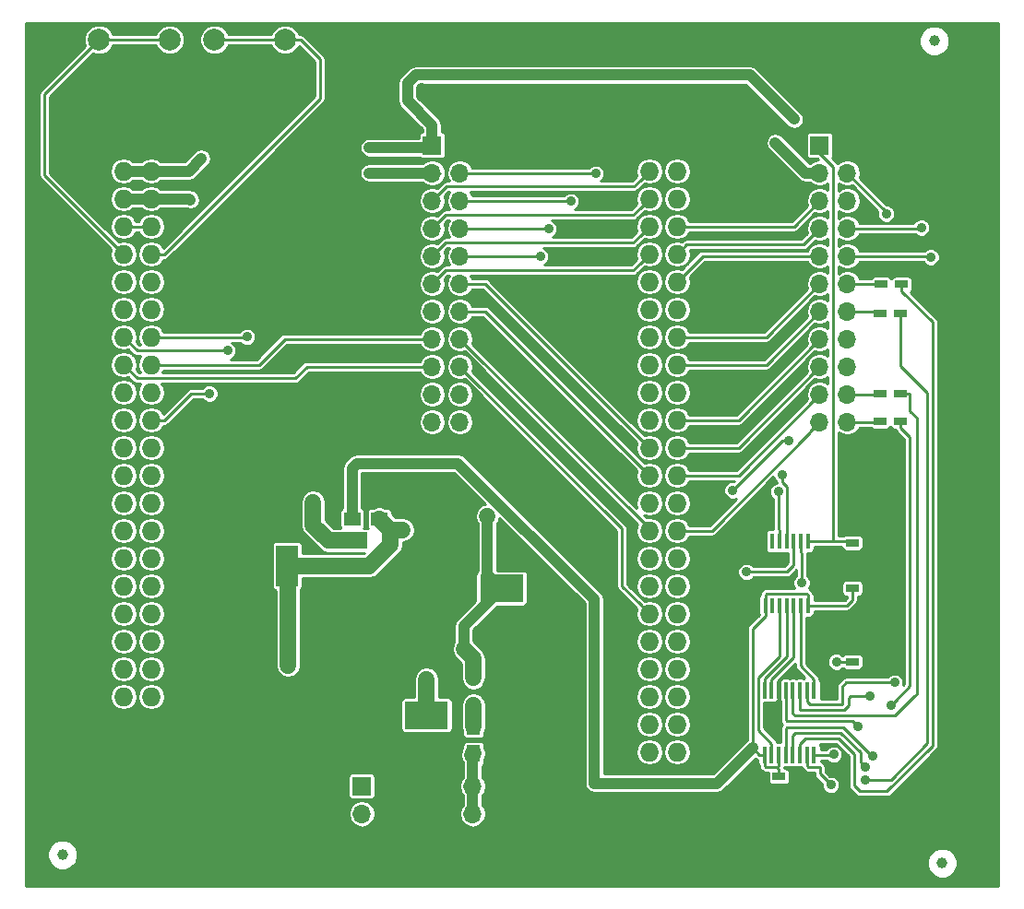
<source format=gtl>
G04 #@! TF.FileFunction,Copper,L1,Top,Signal*
%FSLAX46Y46*%
G04 Gerber Fmt 4.6, Leading zero omitted, Abs format (unit mm)*
G04 Created by KiCad (PCBNEW 4.0.6) date 08/23/17 08:58:04*
%MOMM*%
%LPD*%
G01*
G04 APERTURE LIST*
%ADD10C,0.100000*%
%ADD11R,1.727200X1.727200*%
%ADD12O,1.727200X1.727200*%
%ADD13R,1.200000X0.750000*%
%ADD14R,4.000000X2.500000*%
%ADD15R,1.000000X1.000000*%
%ADD16R,1.700000X1.700000*%
%ADD17O,1.700000X1.700000*%
%ADD18R,1.250000X1.500000*%
%ADD19R,1.500000X1.250000*%
%ADD20C,2.000000*%
%ADD21R,0.450000X1.450000*%
%ADD22R,0.450000X1.500000*%
%ADD23R,2.000000X3.800000*%
%ADD24R,2.000000X1.500000*%
%ADD25C,1.000000*%
%ADD26C,0.889000*%
%ADD27C,0.254000*%
%ADD28C,1.016000*%
%ADD29C,1.500000*%
G04 APERTURE END LIST*
D10*
D11*
X214278100Y-43406400D03*
D12*
X216818100Y-43406400D03*
X214278100Y-45946400D03*
X216818100Y-45946400D03*
X214278100Y-48486400D03*
X216818100Y-48486400D03*
X214278100Y-51026400D03*
X216818100Y-51026400D03*
X214278100Y-53566400D03*
X216818100Y-53566400D03*
X214278100Y-56106400D03*
X216818100Y-56106400D03*
X214278100Y-58646400D03*
X216818100Y-58646400D03*
X214278100Y-61186400D03*
X216818100Y-61186400D03*
X214278100Y-63726400D03*
X216818100Y-63726400D03*
X214278100Y-66266400D03*
X216818100Y-66266400D03*
X214278100Y-68806400D03*
X216818100Y-68806400D03*
X214278100Y-71346400D03*
X216818100Y-71346400D03*
X214278100Y-73886400D03*
X216818100Y-73886400D03*
X214278100Y-76426400D03*
X216818100Y-76426400D03*
X214278100Y-78966400D03*
X216818100Y-78966400D03*
X214278100Y-81506400D03*
X216818100Y-81506400D03*
X214278100Y-84046400D03*
X216818100Y-84046400D03*
X214278100Y-86586400D03*
X216818100Y-86586400D03*
X214278100Y-89126400D03*
X216818100Y-89126400D03*
X214278100Y-91666400D03*
X216818100Y-91666400D03*
X214278100Y-94206400D03*
X216818100Y-94206400D03*
X214278100Y-96746400D03*
X216818100Y-96746400D03*
X214278100Y-99286400D03*
X216818100Y-99286400D03*
D11*
X166018100Y-43406400D03*
D12*
X168558100Y-43406400D03*
X166018100Y-45946400D03*
X168558100Y-45946400D03*
X166018100Y-48486400D03*
X168558100Y-48486400D03*
X166018100Y-51026400D03*
X168558100Y-51026400D03*
X166018100Y-53566400D03*
X168558100Y-53566400D03*
X166018100Y-56106400D03*
X168558100Y-56106400D03*
X166018100Y-58646400D03*
X168558100Y-58646400D03*
X166018100Y-61186400D03*
X168558100Y-61186400D03*
X166018100Y-63726400D03*
X168558100Y-63726400D03*
X166018100Y-66266400D03*
X168558100Y-66266400D03*
X166018100Y-68806400D03*
X168558100Y-68806400D03*
X166018100Y-71346400D03*
X168558100Y-71346400D03*
X166018100Y-73886400D03*
X168558100Y-73886400D03*
X166018100Y-76426400D03*
X168558100Y-76426400D03*
X166018100Y-78966400D03*
X168558100Y-78966400D03*
X166018100Y-81506400D03*
X168558100Y-81506400D03*
X166018100Y-84046400D03*
X168558100Y-84046400D03*
X166018100Y-86586400D03*
X168558100Y-86586400D03*
X166018100Y-89126400D03*
X168558100Y-89126400D03*
X166018100Y-91666400D03*
X168558100Y-91666400D03*
X166018100Y-94206400D03*
X168558100Y-94206400D03*
X166018100Y-96746400D03*
X168558100Y-96746400D03*
X166018100Y-99286400D03*
X168558100Y-99286400D03*
D13*
X232910100Y-84247105D03*
X234810100Y-84247105D03*
X232910100Y-80082400D03*
X234810100Y-80082400D03*
X232910100Y-91004398D03*
X234810100Y-91004398D03*
X228079100Y-101545400D03*
X226179100Y-101545400D03*
X197264100Y-89814400D03*
X195364100Y-89814400D03*
D14*
X200715100Y-84273400D03*
X194615100Y-84273400D03*
D13*
X191620100Y-78892400D03*
X193520100Y-78892400D03*
D14*
X193842100Y-95910400D03*
X187742100Y-95910400D03*
D15*
X198134100Y-92480400D03*
X198134100Y-94980400D03*
D16*
X187886100Y-102434400D03*
D17*
X187886100Y-104974400D03*
X190426100Y-102434400D03*
X190426100Y-104974400D03*
X192966100Y-102434400D03*
X192966100Y-104974400D03*
X195506100Y-102434400D03*
X195506100Y-104974400D03*
X198046100Y-102434400D03*
X198046100Y-104974400D03*
D18*
X198158100Y-96946400D03*
X198158100Y-99446400D03*
D19*
X189502100Y-77876400D03*
X187002100Y-77876400D03*
D20*
X163770100Y-38382400D03*
X170270100Y-38382400D03*
X163770100Y-33882400D03*
X170270100Y-33882400D03*
D13*
X235547910Y-56333400D03*
X237447910Y-56333400D03*
X235450100Y-66366400D03*
X237350100Y-66366400D03*
X235450100Y-59000400D03*
X237350100Y-59000400D03*
X235450100Y-68906400D03*
X237350100Y-68906400D03*
D21*
X228819100Y-79926400D03*
X228169100Y-79926400D03*
X227519100Y-79926400D03*
X226869100Y-79926400D03*
X226219100Y-79926400D03*
X225569100Y-79926400D03*
X224919100Y-79926400D03*
X224919100Y-85826400D03*
X225569100Y-85826400D03*
X226219100Y-85826400D03*
X226869100Y-85826400D03*
X227519100Y-85826400D03*
X228169100Y-85826400D03*
X228819100Y-85826400D03*
D22*
X224854100Y-99542400D03*
X225504100Y-99542400D03*
X226154100Y-99542400D03*
X226804100Y-99542400D03*
X227454100Y-99542400D03*
X228104100Y-99542400D03*
X228754100Y-99542400D03*
X229404100Y-99542400D03*
X229404100Y-93642400D03*
X228754100Y-93642400D03*
X228104100Y-93642400D03*
X227454100Y-93642400D03*
X226804100Y-93642400D03*
X226154100Y-93642400D03*
X225504100Y-93642400D03*
X224854100Y-93642400D03*
D23*
X181038100Y-82180400D03*
D24*
X187338100Y-82180400D03*
X187338100Y-79880400D03*
X187338100Y-84480400D03*
D16*
X194348100Y-43586400D03*
D17*
X196888100Y-43586400D03*
X194348100Y-46126400D03*
X196888100Y-46126400D03*
X194348100Y-48666400D03*
X196888100Y-48666400D03*
X194348100Y-51206400D03*
X196888100Y-51206400D03*
X194348100Y-53746400D03*
X196888100Y-53746400D03*
X194348100Y-56286400D03*
X196888100Y-56286400D03*
X194348100Y-58826400D03*
X196888100Y-58826400D03*
X194348100Y-61366400D03*
X196888100Y-61366400D03*
X194348100Y-63906400D03*
X196888100Y-63906400D03*
X194348100Y-66446400D03*
X196888100Y-66446400D03*
X194348100Y-68986400D03*
X196888100Y-68986400D03*
D16*
X229908100Y-43586400D03*
D17*
X232448100Y-43586400D03*
X229908100Y-46126400D03*
X232448100Y-46126400D03*
X229908100Y-48666400D03*
X232448100Y-48666400D03*
X229908100Y-51206400D03*
X232448100Y-51206400D03*
X229908100Y-53746400D03*
X232448100Y-53746400D03*
X229908100Y-56286400D03*
X232448100Y-56286400D03*
X229908100Y-58826400D03*
X232448100Y-58826400D03*
X229908100Y-61366400D03*
X232448100Y-61366400D03*
X229908100Y-63906400D03*
X232448100Y-63906400D03*
X229908100Y-66446400D03*
X232448100Y-66446400D03*
X229908100Y-68986400D03*
X232448100Y-68986400D03*
D20*
X174370100Y-38382400D03*
X180870100Y-38382400D03*
X174370100Y-33882400D03*
X180870100Y-33882400D03*
D25*
X160420100Y-108732400D03*
X240420100Y-33982400D03*
X241170100Y-109482400D03*
D26*
X227570100Y-41182400D03*
X188570100Y-43782400D03*
X173170100Y-44782400D03*
X186997100Y-73224400D03*
X188570100Y-46126400D03*
X172170100Y-48582400D03*
X225844100Y-43332400D03*
X239677300Y-105261400D03*
X242674500Y-103966000D03*
X245163700Y-94974400D03*
X245163700Y-85576400D03*
X245265300Y-76330800D03*
X245392300Y-59795400D03*
X244757300Y-43412400D03*
X239753500Y-38865800D03*
X233454300Y-33862000D03*
X221414700Y-33531800D03*
X209248100Y-33531800D03*
X195913100Y-33379400D03*
X186413500Y-33531800D03*
X235181500Y-110544600D03*
X229491900Y-110671600D03*
X216766500Y-110214400D03*
X207190700Y-109884200D03*
X198783300Y-109935000D03*
X191366500Y-109884200D03*
X180622300Y-109884200D03*
X173078500Y-109833400D03*
X166372900Y-107268000D03*
X219382100Y-95195400D03*
X236400100Y-88210400D03*
X225224100Y-96465400D03*
X222303100Y-94941400D03*
X193370100Y-38382400D03*
X183170100Y-38382400D03*
X160820100Y-51968400D03*
X163106100Y-43332400D03*
X183426100Y-76352400D03*
X199428100Y-77622400D03*
X226113100Y-75383400D03*
X223192100Y-82749400D03*
X228272100Y-83765400D03*
X227098338Y-70703782D03*
X226494100Y-73859400D03*
X221922100Y-75256400D03*
X231447100Y-91004400D03*
X231193100Y-99513400D03*
X181140100Y-91338400D03*
X181140100Y-91338400D03*
X193842100Y-92610400D03*
X234107636Y-101826343D03*
X230939100Y-102307400D03*
X236460012Y-94991925D03*
X233435016Y-96958047D03*
X209349100Y-46173400D03*
X207063100Y-48713400D03*
X205031100Y-51253400D03*
X204269100Y-53793400D03*
X173916100Y-66366400D03*
X177345100Y-61159400D03*
X175567100Y-62429400D03*
X236019100Y-49856400D03*
X239236811Y-51138920D03*
X234754387Y-99627391D03*
X240111465Y-53850345D03*
X234107636Y-100683330D03*
X236781100Y-92909400D03*
X234495100Y-94179400D03*
D27*
X228819100Y-79926400D02*
X231066100Y-79926400D01*
X231066100Y-79926400D02*
X232754100Y-79926400D01*
X229908100Y-43586400D02*
X229908100Y-44304518D01*
X229908100Y-44304518D02*
X231139101Y-45535519D01*
X231139101Y-45535519D02*
X231139101Y-79853399D01*
X231139101Y-79853399D02*
X231066100Y-79926400D01*
X232754100Y-79926400D02*
X232910100Y-80082400D01*
D28*
X194348100Y-43586400D02*
X194348100Y-41720400D01*
X194348100Y-41720400D02*
X192100091Y-39472391D01*
X192100091Y-39472391D02*
X192100091Y-37856345D01*
X192100091Y-37856345D02*
X192844045Y-37112391D01*
X192844045Y-37112391D02*
X223500091Y-37112391D01*
X223500091Y-37112391D02*
X227570100Y-41182400D01*
X166018100Y-45946400D02*
X168558100Y-45946400D01*
X188570100Y-43782400D02*
X194152100Y-43782400D01*
X194152100Y-43782400D02*
X194348100Y-43586400D01*
X168558100Y-45946400D02*
X172006100Y-45946400D01*
X172006100Y-45946400D02*
X173170100Y-44782400D01*
D27*
X226179100Y-101545400D02*
X226179100Y-100916400D01*
X226179100Y-100916400D02*
X226033901Y-100771201D01*
X226033901Y-100771201D02*
X226033901Y-100673401D01*
X232425100Y-85826400D02*
X232910100Y-85341400D01*
X232910100Y-85341400D02*
X232910100Y-84247105D01*
X228819100Y-85826400D02*
X232425100Y-85826400D01*
D28*
X186997100Y-73224400D02*
X187441599Y-72779901D01*
X187441599Y-72779901D02*
X196723905Y-72779901D01*
X196723905Y-72779901D02*
X209222100Y-85278096D01*
X209222100Y-102180400D02*
X220467078Y-102180400D01*
X209222100Y-85278096D02*
X209222100Y-102180400D01*
X220467078Y-102180400D02*
X223740089Y-98907389D01*
D27*
X224854100Y-99542400D02*
X224375100Y-99542400D01*
X224375100Y-99542400D02*
X223740089Y-98907389D01*
X223740089Y-98907389D02*
X223740089Y-87984411D01*
X223740089Y-87984411D02*
X224919100Y-86805400D01*
X224919100Y-86805400D02*
X224919100Y-85826400D01*
X224854100Y-99542400D02*
X224854100Y-100553202D01*
X224854100Y-100553202D02*
X224974299Y-100673401D01*
X224974299Y-100673401D02*
X226033901Y-100673401D01*
X226033901Y-100673401D02*
X226154100Y-100553202D01*
X226154100Y-100553202D02*
X226154100Y-100546400D01*
X226154100Y-100546400D02*
X226154100Y-99542400D01*
X224919100Y-85826400D02*
X224919100Y-84847400D01*
X228698901Y-84720399D02*
X228819100Y-84840598D01*
X224919100Y-84847400D02*
X225046101Y-84720399D01*
X225046101Y-84720399D02*
X228698901Y-84720399D01*
X228819100Y-84840598D02*
X228819100Y-84847400D01*
X228819100Y-84847400D02*
X228819100Y-85826400D01*
D28*
X186997100Y-73224400D02*
X186997100Y-77871400D01*
X186997100Y-77871400D02*
X187002100Y-77876400D01*
X225844100Y-43332400D02*
X228638100Y-46126400D01*
X228638100Y-46126400D02*
X229908100Y-46126400D01*
X166018100Y-48486400D02*
X168558100Y-48486400D01*
X188570100Y-46126400D02*
X194348100Y-46126400D01*
X168558100Y-48486400D02*
X172074100Y-48486400D01*
X172074100Y-48486400D02*
X172170100Y-48582400D01*
D27*
X187002100Y-77876400D02*
X187279982Y-77876400D01*
X195110100Y-46126400D02*
X194348100Y-46126400D01*
X166018100Y-51026400D02*
X167239414Y-51026400D01*
X167239414Y-51026400D02*
X168558100Y-51026400D01*
X158778311Y-38874189D02*
X162770101Y-34882399D01*
X158778311Y-46326611D02*
X158778311Y-38874189D01*
X166018100Y-53566400D02*
X158778311Y-46326611D01*
X162770101Y-34882399D02*
X163770100Y-33882400D01*
X163770100Y-33882400D02*
X170270100Y-33882400D01*
X180870100Y-33882400D02*
X182284313Y-33882400D01*
X182284313Y-33882400D02*
X184059110Y-35657197D01*
X184059110Y-35657197D02*
X184059110Y-39286704D01*
X184059110Y-39286704D02*
X169779414Y-53566400D01*
X169779414Y-53566400D02*
X168558100Y-53566400D01*
X174370100Y-33882400D02*
X180870100Y-33882400D01*
X239677300Y-105261400D02*
X239677300Y-106048800D01*
X239677300Y-106048800D02*
X235181500Y-110544600D01*
X245163700Y-94974400D02*
X245163700Y-101476800D01*
X245163700Y-101476800D02*
X242674500Y-103966000D01*
X245265300Y-76330800D02*
X245265300Y-85474800D01*
X245265300Y-85474800D02*
X245163700Y-85576400D01*
X244757300Y-43412400D02*
X244757300Y-59160400D01*
X244757300Y-59160400D02*
X245392300Y-59795400D01*
X233454300Y-33862000D02*
X238458100Y-38865800D01*
X238458100Y-38865800D02*
X239753500Y-38865800D01*
X209248100Y-33531800D02*
X221414700Y-33531800D01*
X186413500Y-33531800D02*
X195760700Y-33531800D01*
X195760700Y-33531800D02*
X195913100Y-33379400D01*
X229491900Y-110671600D02*
X235054500Y-110671600D01*
X235054500Y-110671600D02*
X235181500Y-110544600D01*
X207190700Y-109884200D02*
X216436300Y-109884200D01*
X216436300Y-109884200D02*
X216766500Y-110214400D01*
X191366500Y-109884200D02*
X198732500Y-109884200D01*
X198732500Y-109884200D02*
X198783300Y-109935000D01*
X173078500Y-109833400D02*
X180571500Y-109833400D01*
X180571500Y-109833400D02*
X180622300Y-109884200D01*
X166018100Y-99286400D02*
X166018100Y-106913200D01*
X166018100Y-106913200D02*
X166372900Y-107268000D01*
D28*
X195364100Y-89814400D02*
X195364100Y-85022400D01*
X195364100Y-85022400D02*
X194615100Y-84273400D01*
X193520100Y-78892400D02*
X193520100Y-83178400D01*
X193520100Y-83178400D02*
X194615100Y-84273400D01*
X192966100Y-102434400D02*
X195506100Y-102434400D01*
X190426100Y-102434400D02*
X192966100Y-102434400D01*
X195506100Y-102434400D02*
X195506100Y-104974400D01*
X192966100Y-104974400D02*
X195506100Y-104974400D01*
X190426100Y-104974400D02*
X192966100Y-104974400D01*
X190426100Y-102434400D02*
X190426100Y-104974400D01*
X190424100Y-98592400D02*
X190426100Y-98594400D01*
X190426100Y-98594400D02*
X190426100Y-102434400D01*
D27*
X222303100Y-94941400D02*
X219636100Y-94941400D01*
X219636100Y-94941400D02*
X219382100Y-95195400D01*
X236400100Y-87575400D02*
X235765100Y-86940400D01*
X235765100Y-86940400D02*
X234810100Y-86940400D01*
X236400100Y-88210400D02*
X236400100Y-87575400D01*
X234810100Y-80082400D02*
X234810100Y-84247105D01*
X234810100Y-91004398D02*
X234810100Y-90375398D01*
X234810100Y-90375398D02*
X234810100Y-86940400D01*
X234810100Y-84247105D02*
X234810100Y-84876105D01*
X234810100Y-84876105D02*
X234810100Y-86940400D01*
X222303100Y-94941400D02*
X222303100Y-80688400D01*
X222303100Y-80688400D02*
X223065100Y-79926400D01*
X223065100Y-79926400D02*
X224919100Y-79926400D01*
X225224100Y-96465400D02*
X225668599Y-96020901D01*
X225668599Y-96020901D02*
X225668599Y-95131901D01*
X225668599Y-95131901D02*
X226154100Y-94646400D01*
X226154100Y-94646400D02*
X226154100Y-93642400D01*
D28*
X193370100Y-38382400D02*
X196888100Y-41900400D01*
X196888100Y-41900400D02*
X196888100Y-43586400D01*
X180870100Y-38382400D02*
X183170100Y-38382400D01*
X174370100Y-38382400D02*
X180870100Y-38382400D01*
X170270100Y-38382400D02*
X174370100Y-38382400D01*
X163770100Y-38382400D02*
X170270100Y-38382400D01*
X163106100Y-43332400D02*
X163106100Y-39046400D01*
X163106100Y-39046400D02*
X163770100Y-38382400D01*
X196888100Y-43586400D02*
X214098100Y-43586400D01*
X214098100Y-43586400D02*
X214278100Y-43406400D01*
D29*
X161402100Y-99286400D02*
X160820100Y-98704400D01*
X160820100Y-98704400D02*
X160820100Y-51968400D01*
X166018100Y-99286400D02*
X161402100Y-99286400D01*
X166018100Y-43406400D02*
X163180100Y-43406400D01*
X163180100Y-43406400D02*
X163106100Y-43332400D01*
D27*
X216818100Y-43406400D02*
X217869101Y-42355399D01*
X217869101Y-42355399D02*
X231217099Y-42355399D01*
X231217099Y-42355399D02*
X232448100Y-43586400D01*
X216818100Y-43406400D02*
X214278100Y-43406400D01*
D28*
X166018100Y-43406400D02*
X168558100Y-43406400D01*
D29*
X168558100Y-96746400D02*
X186906100Y-96746400D01*
X186906100Y-96746400D02*
X187742100Y-95910400D01*
X187742100Y-95910400D02*
X190424100Y-98592400D01*
X187338100Y-84480400D02*
X187338100Y-95506400D01*
X187338100Y-95506400D02*
X187742100Y-95910400D01*
X195364100Y-89814400D02*
X193838100Y-89814400D01*
X193838100Y-89814400D02*
X187742100Y-95910400D01*
X168558100Y-99286400D02*
X166018100Y-99286400D01*
X168558100Y-96746400D02*
X168558100Y-99286400D01*
X168558100Y-96746400D02*
X166018100Y-96746400D01*
X166018100Y-99286400D02*
X166018100Y-96746400D01*
D27*
X166018100Y-42706400D02*
X166018100Y-43406400D01*
D28*
X197264100Y-89814400D02*
X197264100Y-87724400D01*
X197264100Y-87724400D02*
X200715100Y-84273400D01*
X199428100Y-77622400D02*
X199428100Y-82986400D01*
X199428100Y-82986400D02*
X200715100Y-84273400D01*
D29*
X183426100Y-76352400D02*
X183426100Y-78468400D01*
X183426100Y-78468400D02*
X184838100Y-79880400D01*
X199430100Y-77624400D02*
X199428100Y-77622400D01*
X187338100Y-79880400D02*
X184838100Y-79880400D01*
X198134100Y-92480400D02*
X198134100Y-90684400D01*
X198134100Y-90684400D02*
X197264100Y-89814400D01*
D27*
X198134100Y-92480400D02*
X197684100Y-92030400D01*
D29*
X198158100Y-96946400D02*
X198158100Y-95004400D01*
X198158100Y-95004400D02*
X198134100Y-94980400D01*
D28*
X198046100Y-102434400D02*
X198046100Y-99558400D01*
X198046100Y-99558400D02*
X198158100Y-99446400D01*
X198046100Y-104974400D02*
X198046100Y-102434400D01*
D29*
X198044100Y-99560400D02*
X198158100Y-99446400D01*
D27*
X226113100Y-75383400D02*
X226113100Y-78834598D01*
X226113100Y-78834598D02*
X226219100Y-78940598D01*
X226219100Y-78940598D02*
X226219100Y-78947400D01*
X226219100Y-78947400D02*
X226219100Y-79926400D01*
X226875100Y-82749400D02*
X227519100Y-82105400D01*
X227519100Y-82105400D02*
X227519100Y-79926400D01*
X223192100Y-82749400D02*
X226875100Y-82749400D01*
X228272100Y-83765400D02*
X228272100Y-81015202D01*
X228272100Y-81015202D02*
X228169100Y-80912202D01*
X228169100Y-80912202D02*
X228169100Y-80905400D01*
X228169100Y-80905400D02*
X228169100Y-79926400D01*
X213980100Y-76426400D02*
X214278100Y-76426400D01*
X221922100Y-75256400D02*
X226474718Y-70703782D01*
X226474718Y-70703782D02*
X227098338Y-70703782D01*
X226494100Y-73859400D02*
X226494100Y-74488017D01*
X226494100Y-74488017D02*
X226938601Y-74932518D01*
X226938601Y-74932518D02*
X226938601Y-78875899D01*
X226938601Y-78875899D02*
X226869100Y-78945400D01*
X226869100Y-78945400D02*
X226869100Y-78947400D01*
X226869100Y-78947400D02*
X226869100Y-79926400D01*
X226219100Y-85826400D02*
X226219100Y-90479730D01*
X225504100Y-98531598D02*
X225504100Y-98538400D01*
X226219100Y-90479730D02*
X224248099Y-92450731D01*
X224248099Y-92450731D02*
X224248099Y-97275597D01*
X224248099Y-97275597D02*
X225504100Y-98531598D01*
X225504100Y-98538400D02*
X225504100Y-99542400D01*
X226869100Y-85826400D02*
X226869100Y-90548164D01*
X226869100Y-90548164D02*
X224854100Y-92563164D01*
X224854100Y-92563164D02*
X224854100Y-92638400D01*
X224854100Y-92638400D02*
X224854100Y-93642400D01*
X227519100Y-85826400D02*
X227519100Y-90616598D01*
X227519100Y-90616598D02*
X225504100Y-92631598D01*
X225504100Y-92631598D02*
X225504100Y-92638400D01*
X225504100Y-92638400D02*
X225504100Y-93642400D01*
X228169100Y-85826400D02*
X228169100Y-91396598D01*
X228169100Y-91396598D02*
X229404100Y-92631598D01*
X229404100Y-92631598D02*
X229404100Y-92638400D01*
X229404100Y-92638400D02*
X229404100Y-93642400D01*
X231447100Y-91004400D02*
X232910100Y-91004400D01*
X229883100Y-99542400D02*
X231164100Y-99542400D01*
X231164100Y-99542400D02*
X231193100Y-99513400D01*
X229404100Y-99542400D02*
X229883100Y-99542400D01*
D29*
X181140100Y-91338400D02*
X181140100Y-82282400D01*
X181140100Y-82282400D02*
X181038100Y-82180400D01*
X193842100Y-95910400D02*
X193842100Y-92610400D01*
X187338100Y-82180400D02*
X181038100Y-82180400D01*
X187338100Y-82180400D02*
X188595302Y-82180400D01*
X188595302Y-82180400D02*
X190518100Y-80257602D01*
X190518100Y-80257602D02*
X190518100Y-78892400D01*
X191620100Y-78892400D02*
X190518100Y-78892400D01*
X190518100Y-78892400D02*
X189502100Y-77876400D01*
D27*
X233582044Y-102905813D02*
X233733100Y-102905813D01*
X237447910Y-56333400D02*
X237447910Y-56962400D01*
X237447910Y-56962400D02*
X240291823Y-59806313D01*
X236093834Y-102905813D02*
X233733100Y-102905813D01*
X240291823Y-59806313D02*
X240291822Y-98707825D01*
X240291822Y-98707825D02*
X236093834Y-102905813D01*
X228104100Y-99542400D02*
X228104100Y-98538400D01*
X231643381Y-98057856D02*
X233075174Y-99489649D01*
X228104100Y-98538400D02*
X228584644Y-98057856D01*
X228584644Y-98057856D02*
X231643381Y-98057856D01*
X233075174Y-99489649D02*
X233075174Y-102398943D01*
X233075174Y-102398943D02*
X233582044Y-102905813D01*
X236810595Y-95957390D02*
X238588585Y-94179400D01*
X238810099Y-83476497D02*
X238810099Y-93957886D01*
X238810099Y-93957886D02*
X238588585Y-94179400D01*
X237350100Y-66366400D02*
X238204100Y-66366400D01*
X238204100Y-66366400D02*
X238204100Y-67970944D01*
X238204100Y-67970944D02*
X238810099Y-68576943D01*
X238810099Y-68576943D02*
X238810099Y-83476497D01*
X227454100Y-93642400D02*
X227454100Y-95774400D01*
X227454100Y-95774400D02*
X227637090Y-95957390D01*
X227637090Y-95957390D02*
X233188061Y-95957390D01*
X233188061Y-95957390D02*
X233219865Y-95925586D01*
X233219865Y-95925586D02*
X234012347Y-95925586D01*
X234012347Y-95925586D02*
X234044151Y-95957390D01*
X234044151Y-95957390D02*
X236810595Y-95957390D01*
X239783813Y-98497400D02*
X239783813Y-66302885D01*
X234107636Y-101826343D02*
X236454870Y-101826343D01*
X236454870Y-101826343D02*
X239783813Y-98497400D01*
X239783813Y-66302885D02*
X237350100Y-63869172D01*
X237350100Y-63869172D02*
X237350100Y-59000400D01*
X229933901Y-100673401D02*
X229933901Y-101302201D01*
X229933901Y-101302201D02*
X230939100Y-102307400D01*
X228754100Y-99542400D02*
X228754100Y-100553202D01*
X228754100Y-100553202D02*
X228874299Y-100673401D01*
X228874299Y-100673401D02*
X229933901Y-100673401D01*
X236904511Y-94547426D02*
X236460012Y-94991925D01*
X238204100Y-93247837D02*
X236904511Y-94547426D01*
X238204100Y-70389400D02*
X238204100Y-93247837D01*
X237350100Y-69535400D02*
X238204100Y-70389400D01*
X237350100Y-68906400D02*
X237350100Y-69535400D01*
X232990517Y-96513548D02*
X233435016Y-96958047D01*
X226875100Y-96465400D02*
X232942369Y-96465400D01*
X226804100Y-96394400D02*
X226875100Y-96465400D01*
X226804100Y-93642400D02*
X226804100Y-96394400D01*
X232942369Y-96465400D02*
X232990517Y-96513548D01*
X201014100Y-46126400D02*
X209302100Y-46126400D01*
X209302100Y-46126400D02*
X209349100Y-46173400D01*
X196888100Y-46126400D02*
X201014100Y-46126400D01*
X194348100Y-48666400D02*
X195657099Y-47357401D01*
X195657099Y-47357401D02*
X212867099Y-47357401D01*
X212867099Y-47357401D02*
X213414501Y-46809999D01*
X213414501Y-46809999D02*
X214278100Y-45946400D01*
X214204100Y-45872400D02*
X214278100Y-45946400D01*
X196888100Y-48666400D02*
X207016100Y-48666400D01*
X207016100Y-48666400D02*
X207063100Y-48713400D01*
X194348100Y-51206400D02*
X195579101Y-49975399D01*
X195579101Y-49975399D02*
X212789101Y-49975399D01*
X212789101Y-49975399D02*
X213414501Y-49349999D01*
X213414501Y-49349999D02*
X214278100Y-48486400D01*
X213950100Y-48158400D02*
X214278100Y-48486400D01*
X196888100Y-51206400D02*
X204984100Y-51206400D01*
X204984100Y-51206400D02*
X205031100Y-51253400D01*
X194348100Y-53746400D02*
X195579101Y-52515399D01*
X195579101Y-52515399D02*
X212789101Y-52515399D01*
X212789101Y-52515399D02*
X213414501Y-51889999D01*
X213414501Y-51889999D02*
X214278100Y-51026400D01*
X213950100Y-50698400D02*
X214278100Y-51026400D01*
X196888100Y-53746400D02*
X204222100Y-53746400D01*
X204222100Y-53746400D02*
X204269100Y-53793400D01*
X194348100Y-56286400D02*
X195579101Y-55055399D01*
X195579101Y-55055399D02*
X212789101Y-55055399D01*
X212789101Y-55055399D02*
X213414501Y-54429999D01*
X213414501Y-54429999D02*
X214278100Y-53566400D01*
X214098100Y-53746400D02*
X214278100Y-53566400D01*
X196888100Y-56286400D02*
X199218100Y-56286400D01*
X199218100Y-56286400D02*
X214278100Y-71346400D01*
X172219414Y-66366400D02*
X173916100Y-66366400D01*
X168558100Y-68806400D02*
X169779414Y-68806400D01*
X169779414Y-68806400D02*
X172219414Y-66366400D01*
X196888100Y-58826400D02*
X199218100Y-58826400D01*
X199218100Y-58826400D02*
X214278100Y-73886400D01*
X168558100Y-63726400D02*
X178461100Y-63726400D01*
X180821100Y-61366400D02*
X194348100Y-61366400D01*
X178461100Y-63726400D02*
X180821100Y-61366400D01*
X196888100Y-61366400D02*
X214278100Y-78756400D01*
X214278100Y-78756400D02*
X214278100Y-78966400D01*
X181788499Y-64971001D02*
X182853100Y-63906400D01*
X182853100Y-63906400D02*
X194348100Y-63906400D01*
X166018100Y-63726400D02*
X167262701Y-64971001D01*
X167262701Y-64971001D02*
X181788499Y-64971001D01*
X196888100Y-63906400D02*
X211762100Y-78780400D01*
X211762100Y-78780400D02*
X211762100Y-84070400D01*
X211762100Y-84070400D02*
X213414501Y-85722801D01*
X213414501Y-85722801D02*
X214278100Y-86586400D01*
X213726100Y-86586400D02*
X214278100Y-86586400D01*
X173508100Y-61186400D02*
X177318100Y-61186400D01*
X177318100Y-61186400D02*
X177345100Y-61159400D01*
X168558100Y-61186400D02*
X173508100Y-61186400D01*
X168738100Y-61366400D02*
X168558100Y-61186400D01*
X216998100Y-46126400D02*
X216818100Y-45946400D01*
X173533499Y-62431001D02*
X175565499Y-62431001D01*
X175565499Y-62431001D02*
X175567100Y-62429400D01*
X166018100Y-61186400D02*
X167262701Y-62431001D01*
X167262701Y-62431001D02*
X173533499Y-62431001D01*
X165838100Y-61366400D02*
X166018100Y-61186400D01*
X216892100Y-48412400D02*
X216818100Y-48486400D01*
X232448100Y-46126400D02*
X236019100Y-49697400D01*
X236019100Y-49697400D02*
X236019100Y-49856400D01*
X216818100Y-51026400D02*
X227548100Y-51026400D01*
X227548100Y-51026400D02*
X229908100Y-48666400D01*
X216818100Y-53566400D02*
X217681699Y-52702801D01*
X217681699Y-52702801D02*
X228411699Y-52702801D01*
X228411699Y-52702801D02*
X229058101Y-52056399D01*
X229058101Y-52056399D02*
X229908100Y-51206400D01*
X239169331Y-51206400D02*
X239236811Y-51138920D01*
X232448100Y-51206400D02*
X239169331Y-51206400D01*
X226875100Y-97041834D02*
X232090101Y-97041834D01*
X232090101Y-97041834D02*
X234675658Y-99627391D01*
X234675658Y-99627391D02*
X234754387Y-99627391D01*
X226804100Y-97112834D02*
X226875100Y-97041834D01*
X226804100Y-99542400D02*
X226804100Y-97112834D01*
X216818100Y-56106400D02*
X219178100Y-53746400D01*
X219178100Y-53746400D02*
X229908100Y-53746400D01*
X240007520Y-53746400D02*
X240111465Y-53850345D01*
X232448100Y-53746400D02*
X240007520Y-53746400D01*
X233663137Y-99359176D02*
X233663137Y-100238831D01*
X231853806Y-97549845D02*
X233663137Y-99359176D01*
X227454100Y-99542400D02*
X227454100Y-97806400D01*
X227454100Y-97806400D02*
X227710655Y-97549845D01*
X233663137Y-100238831D02*
X234107636Y-100683330D01*
X227710655Y-97549845D02*
X231853806Y-97549845D01*
X216818100Y-61186400D02*
X225008100Y-61186400D01*
X225008100Y-61186400D02*
X229908100Y-56286400D01*
X232448100Y-56286400D02*
X235500910Y-56286400D01*
X235500910Y-56286400D02*
X235547910Y-56333400D01*
X216818100Y-63726400D02*
X225008100Y-63726400D01*
X225008100Y-63726400D02*
X229908100Y-58826400D01*
X232448100Y-58826400D02*
X235276100Y-58826400D01*
X235276100Y-58826400D02*
X235450100Y-59000400D01*
X216818100Y-68806400D02*
X222468100Y-68806400D01*
X222468100Y-68806400D02*
X229908100Y-61366400D01*
X231955100Y-93290400D02*
X232336100Y-92909400D01*
X232336100Y-92909400D02*
X236781100Y-92909400D01*
X229042268Y-94941370D02*
X231955100Y-94941370D01*
X231955100Y-94941370D02*
X231955100Y-93290400D01*
X228754100Y-93642400D02*
X228754100Y-94653202D01*
X228754100Y-94653202D02*
X229042268Y-94941370D01*
X216818100Y-71346400D02*
X222468100Y-71346400D01*
X222468100Y-71346400D02*
X229908100Y-63906400D01*
X232590100Y-94306400D02*
X232717100Y-94179400D01*
X232165524Y-95449380D02*
X232590100Y-95024804D01*
X232717100Y-94179400D02*
X234495100Y-94179400D01*
X232590100Y-95024804D02*
X232590100Y-94306400D01*
X228145100Y-95449380D02*
X232165524Y-95449380D01*
X228104100Y-95408380D02*
X228145100Y-95449380D01*
X228104100Y-93642400D02*
X228104100Y-95408380D01*
X232702100Y-63652400D02*
X232448100Y-63906400D01*
X216818100Y-73886400D02*
X222468100Y-73886400D01*
X222468100Y-73886400D02*
X229908100Y-66446400D01*
X232448100Y-66446400D02*
X235370100Y-66446400D01*
X235370100Y-66446400D02*
X235450100Y-66366400D01*
X229058101Y-69836399D02*
X229908100Y-68986400D01*
X229058101Y-69945431D02*
X229058101Y-69836399D01*
X220037132Y-78966400D02*
X229058101Y-69945431D01*
X216818100Y-78966400D02*
X220037132Y-78966400D01*
X232448100Y-68986400D02*
X235370100Y-68986400D01*
X235370100Y-68986400D02*
X235450100Y-68906400D01*
G36*
X246287830Y-111600130D02*
X157052370Y-111600130D01*
X157052370Y-109009061D01*
X159022858Y-109009061D01*
X159235090Y-109522703D01*
X159627730Y-109916029D01*
X160141000Y-110129157D01*
X160696761Y-110129642D01*
X161210403Y-109917410D01*
X161369028Y-109759061D01*
X239772858Y-109759061D01*
X239985090Y-110272703D01*
X240377730Y-110666029D01*
X240891000Y-110879157D01*
X241446761Y-110879642D01*
X241960403Y-110667410D01*
X242353729Y-110274770D01*
X242566857Y-109761500D01*
X242567342Y-109205739D01*
X242355110Y-108692097D01*
X241962470Y-108298771D01*
X241449200Y-108085643D01*
X240893439Y-108085158D01*
X240379797Y-108297390D01*
X239986471Y-108690030D01*
X239773343Y-109203300D01*
X239772858Y-109759061D01*
X161369028Y-109759061D01*
X161603729Y-109524770D01*
X161816857Y-109011500D01*
X161817342Y-108455739D01*
X161605110Y-107942097D01*
X161212470Y-107548771D01*
X160699200Y-107335643D01*
X160143439Y-107335158D01*
X159629797Y-107547390D01*
X159236471Y-107940030D01*
X159023343Y-108453300D01*
X159022858Y-109009061D01*
X157052370Y-109009061D01*
X157052370Y-104950283D01*
X186655100Y-104950283D01*
X186655100Y-104998517D01*
X186748804Y-105469600D01*
X187015652Y-105868965D01*
X187415017Y-106135813D01*
X187886100Y-106229517D01*
X188357183Y-106135813D01*
X188756548Y-105868965D01*
X189023396Y-105469600D01*
X189117100Y-104998517D01*
X189117100Y-104950283D01*
X189023396Y-104479200D01*
X188756548Y-104079835D01*
X188357183Y-103812987D01*
X187886100Y-103719283D01*
X187415017Y-103812987D01*
X187015652Y-104079835D01*
X186748804Y-104479200D01*
X186655100Y-104950283D01*
X157052370Y-104950283D01*
X157052370Y-101584400D01*
X186647636Y-101584400D01*
X186647636Y-103284400D01*
X186674203Y-103425590D01*
X186757646Y-103555265D01*
X186884966Y-103642259D01*
X187036100Y-103672864D01*
X188736100Y-103672864D01*
X188877290Y-103646297D01*
X189006965Y-103562854D01*
X189093959Y-103435534D01*
X189124564Y-103284400D01*
X189124564Y-102410283D01*
X196815100Y-102410283D01*
X196815100Y-102458517D01*
X196908804Y-102929600D01*
X197157100Y-103301200D01*
X197157100Y-104107600D01*
X196908804Y-104479200D01*
X196815100Y-104950283D01*
X196815100Y-104998517D01*
X196908804Y-105469600D01*
X197175652Y-105868965D01*
X197575017Y-106135813D01*
X198046100Y-106229517D01*
X198517183Y-106135813D01*
X198916548Y-105868965D01*
X199183396Y-105469600D01*
X199277100Y-104998517D01*
X199277100Y-104950283D01*
X199183396Y-104479200D01*
X198935100Y-104107600D01*
X198935100Y-103301200D01*
X199183396Y-102929600D01*
X199277100Y-102458517D01*
X199277100Y-102410283D01*
X199183396Y-101939200D01*
X198935100Y-101567600D01*
X198935100Y-100551341D01*
X199053965Y-100474854D01*
X199140959Y-100347534D01*
X199171564Y-100196400D01*
X199171564Y-99926274D01*
X199203008Y-99879215D01*
X199289100Y-99446400D01*
X199203008Y-99013585D01*
X199171564Y-98966526D01*
X199171564Y-98696400D01*
X199144997Y-98555210D01*
X199061554Y-98425535D01*
X198934234Y-98338541D01*
X198783100Y-98307936D01*
X197533100Y-98307936D01*
X197391910Y-98334503D01*
X197262235Y-98417946D01*
X197175241Y-98545266D01*
X197144636Y-98696400D01*
X197144636Y-98909913D01*
X196999192Y-99127585D01*
X196913100Y-99560400D01*
X196999192Y-99993215D01*
X197148431Y-100216566D01*
X197157100Y-100262640D01*
X197157100Y-101567600D01*
X196908804Y-101939200D01*
X196815100Y-102410283D01*
X189124564Y-102410283D01*
X189124564Y-101584400D01*
X189097997Y-101443210D01*
X189014554Y-101313535D01*
X188887234Y-101226541D01*
X188736100Y-101195936D01*
X187036100Y-101195936D01*
X186894910Y-101222503D01*
X186765235Y-101305946D01*
X186678241Y-101433266D01*
X186647636Y-101584400D01*
X157052370Y-101584400D01*
X157052370Y-94206400D01*
X164749117Y-94206400D01*
X164843857Y-94682688D01*
X165113652Y-95086465D01*
X165517429Y-95356260D01*
X165993717Y-95451000D01*
X166042483Y-95451000D01*
X166518771Y-95356260D01*
X166922548Y-95086465D01*
X167192343Y-94682688D01*
X167287083Y-94206400D01*
X167289117Y-94206400D01*
X167383857Y-94682688D01*
X167653652Y-95086465D01*
X168057429Y-95356260D01*
X168533717Y-95451000D01*
X168582483Y-95451000D01*
X169058771Y-95356260D01*
X169462548Y-95086465D01*
X169732343Y-94682688D01*
X169736776Y-94660400D01*
X191453636Y-94660400D01*
X191453636Y-97160400D01*
X191480203Y-97301590D01*
X191563646Y-97431265D01*
X191690966Y-97518259D01*
X191842100Y-97548864D01*
X195842100Y-97548864D01*
X195983290Y-97522297D01*
X196112965Y-97438854D01*
X196199959Y-97311534D01*
X196230564Y-97160400D01*
X196230564Y-94980400D01*
X197003100Y-94980400D01*
X197027100Y-95101057D01*
X197027100Y-96946400D01*
X197113192Y-97379215D01*
X197144636Y-97426274D01*
X197144636Y-97696400D01*
X197171203Y-97837590D01*
X197254646Y-97967265D01*
X197381966Y-98054259D01*
X197533100Y-98084864D01*
X198783100Y-98084864D01*
X198924290Y-98058297D01*
X199053965Y-97974854D01*
X199140959Y-97847534D01*
X199171564Y-97696400D01*
X199171564Y-97426274D01*
X199203008Y-97379215D01*
X199289100Y-96946400D01*
X199289100Y-95004400D01*
X199203008Y-94571585D01*
X198957838Y-94204662D01*
X198933838Y-94180662D01*
X198566915Y-93935492D01*
X198134100Y-93849400D01*
X197701285Y-93935492D01*
X197334362Y-94180662D01*
X197089192Y-94547585D01*
X197003100Y-94980400D01*
X196230564Y-94980400D01*
X196230564Y-94660400D01*
X196203997Y-94519210D01*
X196120554Y-94389535D01*
X195993234Y-94302541D01*
X195842100Y-94271936D01*
X194973100Y-94271936D01*
X194973100Y-92610400D01*
X194887008Y-92177585D01*
X194641838Y-91810662D01*
X194274915Y-91565492D01*
X193842100Y-91479400D01*
X193409285Y-91565492D01*
X193042362Y-91810662D01*
X192797192Y-92177585D01*
X192711100Y-92610400D01*
X192711100Y-94271936D01*
X191842100Y-94271936D01*
X191700910Y-94298503D01*
X191571235Y-94381946D01*
X191484241Y-94509266D01*
X191453636Y-94660400D01*
X169736776Y-94660400D01*
X169827083Y-94206400D01*
X169732343Y-93730112D01*
X169462548Y-93326335D01*
X169058771Y-93056540D01*
X168582483Y-92961800D01*
X168533717Y-92961800D01*
X168057429Y-93056540D01*
X167653652Y-93326335D01*
X167383857Y-93730112D01*
X167289117Y-94206400D01*
X167287083Y-94206400D01*
X167192343Y-93730112D01*
X166922548Y-93326335D01*
X166518771Y-93056540D01*
X166042483Y-92961800D01*
X165993717Y-92961800D01*
X165517429Y-93056540D01*
X165113652Y-93326335D01*
X164843857Y-93730112D01*
X164749117Y-94206400D01*
X157052370Y-94206400D01*
X157052370Y-91666400D01*
X164749117Y-91666400D01*
X164843857Y-92142688D01*
X165113652Y-92546465D01*
X165517429Y-92816260D01*
X165993717Y-92911000D01*
X166042483Y-92911000D01*
X166518771Y-92816260D01*
X166922548Y-92546465D01*
X167192343Y-92142688D01*
X167287083Y-91666400D01*
X167289117Y-91666400D01*
X167383857Y-92142688D01*
X167653652Y-92546465D01*
X168057429Y-92816260D01*
X168533717Y-92911000D01*
X168582483Y-92911000D01*
X169058771Y-92816260D01*
X169462548Y-92546465D01*
X169732343Y-92142688D01*
X169827083Y-91666400D01*
X169732343Y-91190112D01*
X169462548Y-90786335D01*
X169058771Y-90516540D01*
X168582483Y-90421800D01*
X168533717Y-90421800D01*
X168057429Y-90516540D01*
X167653652Y-90786335D01*
X167383857Y-91190112D01*
X167289117Y-91666400D01*
X167287083Y-91666400D01*
X167192343Y-91190112D01*
X166922548Y-90786335D01*
X166518771Y-90516540D01*
X166042483Y-90421800D01*
X165993717Y-90421800D01*
X165517429Y-90516540D01*
X165113652Y-90786335D01*
X164843857Y-91190112D01*
X164749117Y-91666400D01*
X157052370Y-91666400D01*
X157052370Y-89126400D01*
X164749117Y-89126400D01*
X164843857Y-89602688D01*
X165113652Y-90006465D01*
X165517429Y-90276260D01*
X165993717Y-90371000D01*
X166042483Y-90371000D01*
X166518771Y-90276260D01*
X166922548Y-90006465D01*
X167192343Y-89602688D01*
X167287083Y-89126400D01*
X167289117Y-89126400D01*
X167383857Y-89602688D01*
X167653652Y-90006465D01*
X168057429Y-90276260D01*
X168533717Y-90371000D01*
X168582483Y-90371000D01*
X169058771Y-90276260D01*
X169462548Y-90006465D01*
X169732343Y-89602688D01*
X169827083Y-89126400D01*
X169732343Y-88650112D01*
X169462548Y-88246335D01*
X169058771Y-87976540D01*
X168582483Y-87881800D01*
X168533717Y-87881800D01*
X168057429Y-87976540D01*
X167653652Y-88246335D01*
X167383857Y-88650112D01*
X167289117Y-89126400D01*
X167287083Y-89126400D01*
X167192343Y-88650112D01*
X166922548Y-88246335D01*
X166518771Y-87976540D01*
X166042483Y-87881800D01*
X165993717Y-87881800D01*
X165517429Y-87976540D01*
X165113652Y-88246335D01*
X164843857Y-88650112D01*
X164749117Y-89126400D01*
X157052370Y-89126400D01*
X157052370Y-86586400D01*
X164749117Y-86586400D01*
X164843857Y-87062688D01*
X165113652Y-87466465D01*
X165517429Y-87736260D01*
X165993717Y-87831000D01*
X166042483Y-87831000D01*
X166518771Y-87736260D01*
X166922548Y-87466465D01*
X167192343Y-87062688D01*
X167287083Y-86586400D01*
X167289117Y-86586400D01*
X167383857Y-87062688D01*
X167653652Y-87466465D01*
X168057429Y-87736260D01*
X168533717Y-87831000D01*
X168582483Y-87831000D01*
X169058771Y-87736260D01*
X169462548Y-87466465D01*
X169732343Y-87062688D01*
X169827083Y-86586400D01*
X169732343Y-86110112D01*
X169462548Y-85706335D01*
X169058771Y-85436540D01*
X168582483Y-85341800D01*
X168533717Y-85341800D01*
X168057429Y-85436540D01*
X167653652Y-85706335D01*
X167383857Y-86110112D01*
X167289117Y-86586400D01*
X167287083Y-86586400D01*
X167192343Y-86110112D01*
X166922548Y-85706335D01*
X166518771Y-85436540D01*
X166042483Y-85341800D01*
X165993717Y-85341800D01*
X165517429Y-85436540D01*
X165113652Y-85706335D01*
X164843857Y-86110112D01*
X164749117Y-86586400D01*
X157052370Y-86586400D01*
X157052370Y-84046400D01*
X164749117Y-84046400D01*
X164843857Y-84522688D01*
X165113652Y-84926465D01*
X165517429Y-85196260D01*
X165993717Y-85291000D01*
X166042483Y-85291000D01*
X166518771Y-85196260D01*
X166922548Y-84926465D01*
X167192343Y-84522688D01*
X167287083Y-84046400D01*
X167289117Y-84046400D01*
X167383857Y-84522688D01*
X167653652Y-84926465D01*
X168057429Y-85196260D01*
X168533717Y-85291000D01*
X168582483Y-85291000D01*
X169058771Y-85196260D01*
X169462548Y-84926465D01*
X169732343Y-84522688D01*
X169827083Y-84046400D01*
X169732343Y-83570112D01*
X169462548Y-83166335D01*
X169058771Y-82896540D01*
X168582483Y-82801800D01*
X168533717Y-82801800D01*
X168057429Y-82896540D01*
X167653652Y-83166335D01*
X167383857Y-83570112D01*
X167289117Y-84046400D01*
X167287083Y-84046400D01*
X167192343Y-83570112D01*
X166922548Y-83166335D01*
X166518771Y-82896540D01*
X166042483Y-82801800D01*
X165993717Y-82801800D01*
X165517429Y-82896540D01*
X165113652Y-83166335D01*
X164843857Y-83570112D01*
X164749117Y-84046400D01*
X157052370Y-84046400D01*
X157052370Y-81506400D01*
X164749117Y-81506400D01*
X164843857Y-81982688D01*
X165113652Y-82386465D01*
X165517429Y-82656260D01*
X165993717Y-82751000D01*
X166042483Y-82751000D01*
X166518771Y-82656260D01*
X166922548Y-82386465D01*
X167192343Y-81982688D01*
X167287083Y-81506400D01*
X167289117Y-81506400D01*
X167383857Y-81982688D01*
X167653652Y-82386465D01*
X168057429Y-82656260D01*
X168533717Y-82751000D01*
X168582483Y-82751000D01*
X169058771Y-82656260D01*
X169462548Y-82386465D01*
X169732343Y-81982688D01*
X169827083Y-81506400D01*
X169732343Y-81030112D01*
X169462548Y-80626335D01*
X169058771Y-80356540D01*
X168675992Y-80280400D01*
X179649636Y-80280400D01*
X179649636Y-84080400D01*
X179676203Y-84221590D01*
X179759646Y-84351265D01*
X179886966Y-84438259D01*
X180009100Y-84462991D01*
X180009100Y-91338400D01*
X180095192Y-91771215D01*
X180340362Y-92138138D01*
X180707285Y-92383308D01*
X181140100Y-92469400D01*
X181572915Y-92383308D01*
X181939838Y-92138138D01*
X182185008Y-91771215D01*
X182271100Y-91338400D01*
X182271100Y-84383219D01*
X182308965Y-84358854D01*
X182395959Y-84231534D01*
X182426564Y-84080400D01*
X182426564Y-83311400D01*
X186301241Y-83311400D01*
X186338100Y-83318864D01*
X188338100Y-83318864D01*
X188377767Y-83311400D01*
X188595302Y-83311400D01*
X189028117Y-83225308D01*
X189395040Y-82980138D01*
X191317838Y-81057340D01*
X191563008Y-80690417D01*
X191649100Y-80257602D01*
X191649100Y-80017632D01*
X192052915Y-79937308D01*
X192419838Y-79692138D01*
X192665008Y-79325215D01*
X192751100Y-78892400D01*
X192665008Y-78459585D01*
X192419838Y-78092662D01*
X192052915Y-77847492D01*
X191620100Y-77761400D01*
X190986576Y-77761400D01*
X190640564Y-77415388D01*
X190640564Y-77251400D01*
X190613997Y-77110210D01*
X190530554Y-76980535D01*
X190403234Y-76893541D01*
X190252100Y-76862936D01*
X189981974Y-76862936D01*
X189934915Y-76831492D01*
X189502100Y-76745400D01*
X189069285Y-76831492D01*
X189022226Y-76862936D01*
X188752100Y-76862936D01*
X188610910Y-76889503D01*
X188481235Y-76972946D01*
X188394241Y-77100266D01*
X188363636Y-77251400D01*
X188363636Y-78501400D01*
X188390203Y-78642590D01*
X188471515Y-78768953D01*
X188338100Y-78741936D01*
X188048873Y-78741936D01*
X188109959Y-78652534D01*
X188140564Y-78501400D01*
X188140564Y-77251400D01*
X188113997Y-77110210D01*
X188030554Y-76980535D01*
X187903234Y-76893541D01*
X187886100Y-76890071D01*
X187886100Y-73668901D01*
X196355669Y-73668901D01*
X199219634Y-76532866D01*
X198995285Y-76577492D01*
X198628362Y-76822662D01*
X198383192Y-77189585D01*
X198297100Y-77622400D01*
X198383192Y-78055215D01*
X198539100Y-78288548D01*
X198539100Y-82683902D01*
X198444235Y-82744946D01*
X198357241Y-82872266D01*
X198326636Y-83023400D01*
X198326636Y-85404628D01*
X196635482Y-87095782D01*
X196442771Y-87384194D01*
X196375100Y-87724400D01*
X196375100Y-89148252D01*
X196219192Y-89381585D01*
X196133100Y-89814400D01*
X196219192Y-90247215D01*
X196464362Y-90614138D01*
X197003100Y-91152876D01*
X197003100Y-92480400D01*
X197089192Y-92913215D01*
X197334362Y-93280138D01*
X197701285Y-93525308D01*
X198134100Y-93611400D01*
X198566915Y-93525308D01*
X198933838Y-93280138D01*
X199179008Y-92913215D01*
X199265100Y-92480400D01*
X199265100Y-90684400D01*
X199179008Y-90251585D01*
X198933838Y-89884662D01*
X198153100Y-89103924D01*
X198153100Y-88092636D01*
X200333872Y-85911864D01*
X202715100Y-85911864D01*
X202856290Y-85885297D01*
X202985965Y-85801854D01*
X203072959Y-85674534D01*
X203103564Y-85523400D01*
X203103564Y-83023400D01*
X203076997Y-82882210D01*
X202993554Y-82752535D01*
X202866234Y-82665541D01*
X202715100Y-82634936D01*
X200333872Y-82634936D01*
X200317100Y-82618164D01*
X200317100Y-78293540D01*
X200475008Y-78057215D01*
X200519634Y-77832866D01*
X208333100Y-85646332D01*
X208333100Y-102180400D01*
X208400771Y-102520606D01*
X208593482Y-102809018D01*
X208881894Y-103001729D01*
X209222100Y-103069400D01*
X220467078Y-103069400D01*
X220807284Y-103001729D01*
X221095696Y-102809018D01*
X224009497Y-99895217D01*
X224015890Y-99901610D01*
X224180696Y-100011731D01*
X224240636Y-100023654D01*
X224240636Y-100292400D01*
X224267203Y-100433590D01*
X224346963Y-100557542D01*
X224384769Y-100747605D01*
X224494890Y-100912412D01*
X224615089Y-101032611D01*
X224779896Y-101142732D01*
X224974299Y-101181401D01*
X225190636Y-101181401D01*
X225190636Y-101920400D01*
X225217203Y-102061590D01*
X225300646Y-102191265D01*
X225427966Y-102278259D01*
X225579100Y-102308864D01*
X226779100Y-102308864D01*
X226920290Y-102282297D01*
X227049965Y-102198854D01*
X227136959Y-102071534D01*
X227167564Y-101920400D01*
X227167564Y-101170400D01*
X227140997Y-101029210D01*
X227057554Y-100899535D01*
X226930234Y-100812541D01*
X226779100Y-100781936D01*
X226660354Y-100781936D01*
X226648431Y-100721997D01*
X226648431Y-100721996D01*
X226633091Y-100699039D01*
X226636707Y-100680864D01*
X227029100Y-100680864D01*
X227132770Y-100661357D01*
X227229100Y-100680864D01*
X227679100Y-100680864D01*
X227782770Y-100661357D01*
X227879100Y-100680864D01*
X228271493Y-100680864D01*
X228284769Y-100747605D01*
X228394890Y-100912412D01*
X228515089Y-101032611D01*
X228679896Y-101142732D01*
X228874299Y-101181401D01*
X229425901Y-101181401D01*
X229425901Y-101302201D01*
X229464570Y-101496604D01*
X229574691Y-101661411D01*
X230113693Y-102200413D01*
X230113457Y-102470882D01*
X230238867Y-102774398D01*
X230470881Y-103006817D01*
X230774177Y-103132757D01*
X231102582Y-103133043D01*
X231406098Y-103007633D01*
X231638517Y-102775619D01*
X231764457Y-102472323D01*
X231764743Y-102143918D01*
X231639333Y-101840402D01*
X231407319Y-101607983D01*
X231104023Y-101482043D01*
X230831926Y-101481806D01*
X230441901Y-101091781D01*
X230441901Y-100673401D01*
X230403232Y-100478998D01*
X230293111Y-100314191D01*
X230128304Y-100204070D01*
X230017564Y-100182043D01*
X230017564Y-100050400D01*
X230562747Y-100050400D01*
X230724881Y-100212817D01*
X231028177Y-100338757D01*
X231356582Y-100339043D01*
X231660098Y-100213633D01*
X231892517Y-99981619D01*
X232018457Y-99678323D01*
X232018743Y-99349918D01*
X231893333Y-99046402D01*
X231661319Y-98813983D01*
X231358023Y-98688043D01*
X231029618Y-98687757D01*
X230726102Y-98813167D01*
X230504483Y-99034400D01*
X230017564Y-99034400D01*
X230017564Y-98792400D01*
X229990997Y-98651210D01*
X229936074Y-98565856D01*
X231432961Y-98565856D01*
X232567174Y-99700069D01*
X232567174Y-102398943D01*
X232605843Y-102593346D01*
X232715964Y-102758153D01*
X233222833Y-103265023D01*
X233387640Y-103375144D01*
X233419894Y-103381559D01*
X233582044Y-103413813D01*
X236093834Y-103413813D01*
X236288237Y-103375144D01*
X236453044Y-103265023D01*
X240651033Y-99067035D01*
X240761153Y-98902228D01*
X240799822Y-98707825D01*
X240799823Y-59806313D01*
X240761154Y-59611910D01*
X240761154Y-59611909D01*
X240651033Y-59447103D01*
X238240897Y-57036967D01*
X238318775Y-56986854D01*
X238405769Y-56859534D01*
X238436374Y-56708400D01*
X238436374Y-55958400D01*
X238409807Y-55817210D01*
X238326364Y-55687535D01*
X238199044Y-55600541D01*
X238047910Y-55569936D01*
X236847910Y-55569936D01*
X236706720Y-55596503D01*
X236577045Y-55679946D01*
X236496930Y-55797198D01*
X236426364Y-55687535D01*
X236299044Y-55600541D01*
X236147910Y-55569936D01*
X234947910Y-55569936D01*
X234806720Y-55596503D01*
X234677045Y-55679946D01*
X234609774Y-55778400D01*
X233584846Y-55778400D01*
X233342665Y-55415952D01*
X232943300Y-55149104D01*
X232472217Y-55055400D01*
X232423983Y-55055400D01*
X231952900Y-55149104D01*
X231647101Y-55353433D01*
X231647101Y-54679367D01*
X231952900Y-54883696D01*
X232423983Y-54977400D01*
X232472217Y-54977400D01*
X232943300Y-54883696D01*
X233342665Y-54616848D01*
X233584846Y-54254400D01*
X239385225Y-54254400D01*
X239411232Y-54317343D01*
X239643246Y-54549762D01*
X239946542Y-54675702D01*
X240274947Y-54675988D01*
X240578463Y-54550578D01*
X240810882Y-54318564D01*
X240936822Y-54015268D01*
X240937108Y-53686863D01*
X240811698Y-53383347D01*
X240579684Y-53150928D01*
X240276388Y-53024988D01*
X239947983Y-53024702D01*
X239644467Y-53150112D01*
X239556025Y-53238400D01*
X233584846Y-53238400D01*
X233342665Y-52875952D01*
X232943300Y-52609104D01*
X232472217Y-52515400D01*
X232423983Y-52515400D01*
X231952900Y-52609104D01*
X231647101Y-52813433D01*
X231647101Y-52139367D01*
X231952900Y-52343696D01*
X232423983Y-52437400D01*
X232472217Y-52437400D01*
X232943300Y-52343696D01*
X233342665Y-52076848D01*
X233584846Y-51714400D01*
X238644871Y-51714400D01*
X238768592Y-51838337D01*
X239071888Y-51964277D01*
X239400293Y-51964563D01*
X239703809Y-51839153D01*
X239936228Y-51607139D01*
X240062168Y-51303843D01*
X240062454Y-50975438D01*
X239937044Y-50671922D01*
X239705030Y-50439503D01*
X239401734Y-50313563D01*
X239073329Y-50313277D01*
X238769813Y-50438687D01*
X238537394Y-50670701D01*
X238525892Y-50698400D01*
X233584846Y-50698400D01*
X233342665Y-50335952D01*
X232943300Y-50069104D01*
X232472217Y-49975400D01*
X232423983Y-49975400D01*
X231952900Y-50069104D01*
X231647101Y-50273433D01*
X231647101Y-49599367D01*
X231952900Y-49803696D01*
X232423983Y-49897400D01*
X232472217Y-49897400D01*
X232943300Y-49803696D01*
X233342665Y-49536848D01*
X233609513Y-49137483D01*
X233703217Y-48666400D01*
X233609513Y-48195317D01*
X233342665Y-47795952D01*
X232943300Y-47529104D01*
X232472217Y-47435400D01*
X232423983Y-47435400D01*
X231952900Y-47529104D01*
X231647101Y-47733433D01*
X231647101Y-47059367D01*
X231952900Y-47263696D01*
X232423983Y-47357400D01*
X232472217Y-47357400D01*
X232879639Y-47276359D01*
X235223381Y-49620102D01*
X235193743Y-49691477D01*
X235193457Y-50019882D01*
X235318867Y-50323398D01*
X235550881Y-50555817D01*
X235854177Y-50681757D01*
X236182582Y-50682043D01*
X236486098Y-50556633D01*
X236718517Y-50324619D01*
X236844457Y-50021323D01*
X236844743Y-49692918D01*
X236719333Y-49389402D01*
X236487319Y-49156983D01*
X236184023Y-49031043D01*
X236071066Y-49030945D01*
X233614173Y-46574053D01*
X233703217Y-46126400D01*
X233609513Y-45655317D01*
X233342665Y-45255952D01*
X232943300Y-44989104D01*
X232472217Y-44895400D01*
X232423983Y-44895400D01*
X231952900Y-44989104D01*
X231553535Y-45255952D01*
X231552531Y-45257454D01*
X231498311Y-45176309D01*
X231032168Y-44710166D01*
X231115959Y-44587534D01*
X231146564Y-44436400D01*
X231146564Y-42736400D01*
X231119997Y-42595210D01*
X231036554Y-42465535D01*
X230909234Y-42378541D01*
X230758100Y-42347936D01*
X229058100Y-42347936D01*
X228916910Y-42374503D01*
X228787235Y-42457946D01*
X228700241Y-42585266D01*
X228669636Y-42736400D01*
X228669636Y-44436400D01*
X228696203Y-44577590D01*
X228779646Y-44707265D01*
X228906966Y-44794259D01*
X229058100Y-44824864D01*
X229710026Y-44824864D01*
X229797721Y-44912559D01*
X229412900Y-44989104D01*
X229041300Y-45237400D01*
X229006336Y-45237400D01*
X226472718Y-42703782D01*
X226184305Y-42511071D01*
X225844100Y-42443400D01*
X225503895Y-42511071D01*
X225215482Y-42703782D01*
X225022771Y-42992195D01*
X224955100Y-43332400D01*
X225022771Y-43672605D01*
X225215482Y-43961018D01*
X228009482Y-46755018D01*
X228297894Y-46947729D01*
X228638100Y-47015400D01*
X229041300Y-47015400D01*
X229412900Y-47263696D01*
X229883983Y-47357400D01*
X229932217Y-47357400D01*
X230403300Y-47263696D01*
X230631101Y-47111484D01*
X230631101Y-47681316D01*
X230403300Y-47529104D01*
X229932217Y-47435400D01*
X229883983Y-47435400D01*
X229412900Y-47529104D01*
X229013535Y-47795952D01*
X228746687Y-48195317D01*
X228652983Y-48666400D01*
X228742027Y-49114053D01*
X227337680Y-50518400D01*
X217971154Y-50518400D01*
X217722548Y-50146335D01*
X217318771Y-49876540D01*
X216842483Y-49781800D01*
X216793717Y-49781800D01*
X216317429Y-49876540D01*
X215913652Y-50146335D01*
X215643857Y-50550112D01*
X215549117Y-51026400D01*
X215643857Y-51502688D01*
X215913652Y-51906465D01*
X216317429Y-52176260D01*
X216793717Y-52271000D01*
X216842483Y-52271000D01*
X217318771Y-52176260D01*
X217722548Y-51906465D01*
X217971154Y-51534400D01*
X227548100Y-51534400D01*
X227742503Y-51495731D01*
X227907310Y-51385610D01*
X229476561Y-49816359D01*
X229883983Y-49897400D01*
X229932217Y-49897400D01*
X230403300Y-49803696D01*
X230631101Y-49651484D01*
X230631101Y-50221316D01*
X230403300Y-50069104D01*
X229932217Y-49975400D01*
X229883983Y-49975400D01*
X229412900Y-50069104D01*
X229013535Y-50335952D01*
X228746687Y-50735317D01*
X228652983Y-51206400D01*
X228742027Y-51654053D01*
X228698893Y-51697187D01*
X228698890Y-51697189D01*
X228201279Y-52194801D01*
X217681699Y-52194801D01*
X217519549Y-52227055D01*
X217487295Y-52233470D01*
X217322488Y-52343591D01*
X217261025Y-52405054D01*
X216842483Y-52321800D01*
X216793717Y-52321800D01*
X216317429Y-52416540D01*
X215913652Y-52686335D01*
X215643857Y-53090112D01*
X215549117Y-53566400D01*
X215643857Y-54042688D01*
X215913652Y-54446465D01*
X216317429Y-54716260D01*
X216793717Y-54811000D01*
X216842483Y-54811000D01*
X217318771Y-54716260D01*
X217722548Y-54446465D01*
X217992343Y-54042688D01*
X218087083Y-53566400D01*
X218016350Y-53210801D01*
X228411699Y-53210801D01*
X228606102Y-53172132D01*
X228770909Y-53062011D01*
X229417311Y-52415610D01*
X229417313Y-52415607D01*
X229476561Y-52356359D01*
X229883983Y-52437400D01*
X229932217Y-52437400D01*
X230403300Y-52343696D01*
X230631101Y-52191484D01*
X230631101Y-52761316D01*
X230403300Y-52609104D01*
X229932217Y-52515400D01*
X229883983Y-52515400D01*
X229412900Y-52609104D01*
X229013535Y-52875952D01*
X228771354Y-53238400D01*
X219178100Y-53238400D01*
X218983697Y-53277069D01*
X218818890Y-53387190D01*
X217261026Y-54945054D01*
X216842483Y-54861800D01*
X216793717Y-54861800D01*
X216317429Y-54956540D01*
X215913652Y-55226335D01*
X215643857Y-55630112D01*
X215549117Y-56106400D01*
X215643857Y-56582688D01*
X215913652Y-56986465D01*
X216317429Y-57256260D01*
X216793717Y-57351000D01*
X216842483Y-57351000D01*
X217318771Y-57256260D01*
X217722548Y-56986465D01*
X217992343Y-56582688D01*
X218087083Y-56106400D01*
X217995738Y-55647182D01*
X219388520Y-54254400D01*
X228771354Y-54254400D01*
X229013535Y-54616848D01*
X229412900Y-54883696D01*
X229883983Y-54977400D01*
X229932217Y-54977400D01*
X230403300Y-54883696D01*
X230631101Y-54731484D01*
X230631101Y-55301316D01*
X230403300Y-55149104D01*
X229932217Y-55055400D01*
X229883983Y-55055400D01*
X229412900Y-55149104D01*
X229013535Y-55415952D01*
X228746687Y-55815317D01*
X228652983Y-56286400D01*
X228742026Y-56734053D01*
X224797680Y-60678400D01*
X217971154Y-60678400D01*
X217722548Y-60306335D01*
X217318771Y-60036540D01*
X216842483Y-59941800D01*
X216793717Y-59941800D01*
X216317429Y-60036540D01*
X215913652Y-60306335D01*
X215643857Y-60710112D01*
X215549117Y-61186400D01*
X215643857Y-61662688D01*
X215913652Y-62066465D01*
X216317429Y-62336260D01*
X216793717Y-62431000D01*
X216842483Y-62431000D01*
X217318771Y-62336260D01*
X217722548Y-62066465D01*
X217971154Y-61694400D01*
X225008100Y-61694400D01*
X225202503Y-61655731D01*
X225367310Y-61545610D01*
X229476562Y-57436359D01*
X229883983Y-57517400D01*
X229932217Y-57517400D01*
X230403300Y-57423696D01*
X230631101Y-57271484D01*
X230631101Y-57841316D01*
X230403300Y-57689104D01*
X229932217Y-57595400D01*
X229883983Y-57595400D01*
X229412900Y-57689104D01*
X229013535Y-57955952D01*
X228746687Y-58355317D01*
X228652983Y-58826400D01*
X228742026Y-59274053D01*
X224797680Y-63218400D01*
X217971154Y-63218400D01*
X217722548Y-62846335D01*
X217318771Y-62576540D01*
X216842483Y-62481800D01*
X216793717Y-62481800D01*
X216317429Y-62576540D01*
X215913652Y-62846335D01*
X215643857Y-63250112D01*
X215549117Y-63726400D01*
X215643857Y-64202688D01*
X215913652Y-64606465D01*
X216317429Y-64876260D01*
X216793717Y-64971000D01*
X216842483Y-64971000D01*
X217318771Y-64876260D01*
X217722548Y-64606465D01*
X217971154Y-64234400D01*
X225008100Y-64234400D01*
X225202503Y-64195731D01*
X225367310Y-64085610D01*
X229476562Y-59976359D01*
X229883983Y-60057400D01*
X229932217Y-60057400D01*
X230403300Y-59963696D01*
X230631101Y-59811484D01*
X230631101Y-60381316D01*
X230403300Y-60229104D01*
X229932217Y-60135400D01*
X229883983Y-60135400D01*
X229412900Y-60229104D01*
X229013535Y-60495952D01*
X228746687Y-60895317D01*
X228652983Y-61366400D01*
X228742027Y-61814053D01*
X222257680Y-68298400D01*
X217971154Y-68298400D01*
X217722548Y-67926335D01*
X217318771Y-67656540D01*
X216842483Y-67561800D01*
X216793717Y-67561800D01*
X216317429Y-67656540D01*
X215913652Y-67926335D01*
X215643857Y-68330112D01*
X215549117Y-68806400D01*
X215643857Y-69282688D01*
X215913652Y-69686465D01*
X216317429Y-69956260D01*
X216793717Y-70051000D01*
X216842483Y-70051000D01*
X217318771Y-69956260D01*
X217722548Y-69686465D01*
X217971154Y-69314400D01*
X222468100Y-69314400D01*
X222662503Y-69275731D01*
X222827310Y-69165610D01*
X229476561Y-62516359D01*
X229883983Y-62597400D01*
X229932217Y-62597400D01*
X230403300Y-62503696D01*
X230631101Y-62351484D01*
X230631101Y-62921316D01*
X230403300Y-62769104D01*
X229932217Y-62675400D01*
X229883983Y-62675400D01*
X229412900Y-62769104D01*
X229013535Y-63035952D01*
X228746687Y-63435317D01*
X228652983Y-63906400D01*
X228742027Y-64354053D01*
X222257680Y-70838400D01*
X217971154Y-70838400D01*
X217722548Y-70466335D01*
X217318771Y-70196540D01*
X216842483Y-70101800D01*
X216793717Y-70101800D01*
X216317429Y-70196540D01*
X215913652Y-70466335D01*
X215643857Y-70870112D01*
X215549117Y-71346400D01*
X215643857Y-71822688D01*
X215913652Y-72226465D01*
X216317429Y-72496260D01*
X216793717Y-72591000D01*
X216842483Y-72591000D01*
X217318771Y-72496260D01*
X217722548Y-72226465D01*
X217971154Y-71854400D01*
X222468100Y-71854400D01*
X222662503Y-71815731D01*
X222827310Y-71705610D01*
X229476561Y-65056359D01*
X229883983Y-65137400D01*
X229932217Y-65137400D01*
X230403300Y-65043696D01*
X230631101Y-64891484D01*
X230631101Y-65461316D01*
X230403300Y-65309104D01*
X229932217Y-65215400D01*
X229883983Y-65215400D01*
X229412900Y-65309104D01*
X229013535Y-65575952D01*
X228746687Y-65975317D01*
X228652983Y-66446400D01*
X228742027Y-66894053D01*
X222257680Y-73378400D01*
X217971154Y-73378400D01*
X217722548Y-73006335D01*
X217318771Y-72736540D01*
X216842483Y-72641800D01*
X216793717Y-72641800D01*
X216317429Y-72736540D01*
X215913652Y-73006335D01*
X215643857Y-73410112D01*
X215549117Y-73886400D01*
X215643857Y-74362688D01*
X215913652Y-74766465D01*
X216317429Y-75036260D01*
X216793717Y-75131000D01*
X216842483Y-75131000D01*
X217318771Y-75036260D01*
X217722548Y-74766465D01*
X217971154Y-74394400D01*
X222065680Y-74394400D01*
X222029087Y-74430993D01*
X221758618Y-74430757D01*
X221455102Y-74556167D01*
X221222683Y-74788181D01*
X221096743Y-75091477D01*
X221096457Y-75419882D01*
X221221867Y-75723398D01*
X221453881Y-75955817D01*
X221757177Y-76081757D01*
X222085582Y-76082043D01*
X222285795Y-75999317D01*
X219826712Y-78458400D01*
X217971154Y-78458400D01*
X217722548Y-78086335D01*
X217318771Y-77816540D01*
X216842483Y-77721800D01*
X216793717Y-77721800D01*
X216317429Y-77816540D01*
X215913652Y-78086335D01*
X215643857Y-78490112D01*
X215549117Y-78966400D01*
X215643857Y-79442688D01*
X215913652Y-79846465D01*
X216317429Y-80116260D01*
X216793717Y-80211000D01*
X216842483Y-80211000D01*
X217318771Y-80116260D01*
X217722548Y-79846465D01*
X217971154Y-79474400D01*
X220037132Y-79474400D01*
X220231535Y-79435731D01*
X220396342Y-79325610D01*
X225677408Y-74044544D01*
X225793867Y-74326398D01*
X225993788Y-74526668D01*
X225999981Y-74557801D01*
X225949618Y-74557757D01*
X225646102Y-74683167D01*
X225413683Y-74915181D01*
X225287743Y-75218477D01*
X225287457Y-75546882D01*
X225412867Y-75850398D01*
X225605100Y-76042967D01*
X225605100Y-78812936D01*
X225344100Y-78812936D01*
X225202910Y-78839503D01*
X225073235Y-78922946D01*
X224986241Y-79050266D01*
X224955636Y-79201400D01*
X224955636Y-80651400D01*
X224982203Y-80792590D01*
X225065646Y-80922265D01*
X225192966Y-81009259D01*
X225344100Y-81039864D01*
X225794100Y-81039864D01*
X225897770Y-81020357D01*
X225994100Y-81039864D01*
X226444100Y-81039864D01*
X226547770Y-81020357D01*
X226644100Y-81039864D01*
X227011100Y-81039864D01*
X227011100Y-81894979D01*
X226664680Y-82241400D01*
X223851402Y-82241400D01*
X223660319Y-82049983D01*
X223357023Y-81924043D01*
X223028618Y-81923757D01*
X222725102Y-82049167D01*
X222492683Y-82281181D01*
X222366743Y-82584477D01*
X222366457Y-82912882D01*
X222491867Y-83216398D01*
X222723881Y-83448817D01*
X223027177Y-83574757D01*
X223355582Y-83575043D01*
X223659098Y-83449633D01*
X223851667Y-83257400D01*
X226875100Y-83257400D01*
X227069503Y-83218731D01*
X227234310Y-83108610D01*
X227764100Y-82578821D01*
X227764100Y-83106098D01*
X227572683Y-83297181D01*
X227446743Y-83600477D01*
X227446457Y-83928882D01*
X227563604Y-84212399D01*
X225046101Y-84212399D01*
X224851698Y-84251068D01*
X224686891Y-84361188D01*
X224559890Y-84488190D01*
X224449769Y-84652997D01*
X224412978Y-84837957D01*
X224336241Y-84950266D01*
X224305636Y-85101400D01*
X224305636Y-86551400D01*
X224329239Y-86676841D01*
X223380879Y-87625201D01*
X223270758Y-87790008D01*
X223232089Y-87984411D01*
X223232089Y-98198176D01*
X223111471Y-98278771D01*
X220098842Y-101291400D01*
X210111100Y-101291400D01*
X210111100Y-99286400D01*
X213009117Y-99286400D01*
X213103857Y-99762688D01*
X213373652Y-100166465D01*
X213777429Y-100436260D01*
X214253717Y-100531000D01*
X214302483Y-100531000D01*
X214778771Y-100436260D01*
X215182548Y-100166465D01*
X215452343Y-99762688D01*
X215547083Y-99286400D01*
X215549117Y-99286400D01*
X215643857Y-99762688D01*
X215913652Y-100166465D01*
X216317429Y-100436260D01*
X216793717Y-100531000D01*
X216842483Y-100531000D01*
X217318771Y-100436260D01*
X217722548Y-100166465D01*
X217992343Y-99762688D01*
X218087083Y-99286400D01*
X217992343Y-98810112D01*
X217722548Y-98406335D01*
X217318771Y-98136540D01*
X216842483Y-98041800D01*
X216793717Y-98041800D01*
X216317429Y-98136540D01*
X215913652Y-98406335D01*
X215643857Y-98810112D01*
X215549117Y-99286400D01*
X215547083Y-99286400D01*
X215452343Y-98810112D01*
X215182548Y-98406335D01*
X214778771Y-98136540D01*
X214302483Y-98041800D01*
X214253717Y-98041800D01*
X213777429Y-98136540D01*
X213373652Y-98406335D01*
X213103857Y-98810112D01*
X213009117Y-99286400D01*
X210111100Y-99286400D01*
X210111100Y-96746400D01*
X213009117Y-96746400D01*
X213103857Y-97222688D01*
X213373652Y-97626465D01*
X213777429Y-97896260D01*
X214253717Y-97991000D01*
X214302483Y-97991000D01*
X214778771Y-97896260D01*
X215182548Y-97626465D01*
X215452343Y-97222688D01*
X215547083Y-96746400D01*
X215549117Y-96746400D01*
X215643857Y-97222688D01*
X215913652Y-97626465D01*
X216317429Y-97896260D01*
X216793717Y-97991000D01*
X216842483Y-97991000D01*
X217318771Y-97896260D01*
X217722548Y-97626465D01*
X217992343Y-97222688D01*
X218087083Y-96746400D01*
X217992343Y-96270112D01*
X217722548Y-95866335D01*
X217318771Y-95596540D01*
X216842483Y-95501800D01*
X216793717Y-95501800D01*
X216317429Y-95596540D01*
X215913652Y-95866335D01*
X215643857Y-96270112D01*
X215549117Y-96746400D01*
X215547083Y-96746400D01*
X215452343Y-96270112D01*
X215182548Y-95866335D01*
X214778771Y-95596540D01*
X214302483Y-95501800D01*
X214253717Y-95501800D01*
X213777429Y-95596540D01*
X213373652Y-95866335D01*
X213103857Y-96270112D01*
X213009117Y-96746400D01*
X210111100Y-96746400D01*
X210111100Y-94206400D01*
X213009117Y-94206400D01*
X213103857Y-94682688D01*
X213373652Y-95086465D01*
X213777429Y-95356260D01*
X214253717Y-95451000D01*
X214302483Y-95451000D01*
X214778771Y-95356260D01*
X215182548Y-95086465D01*
X215452343Y-94682688D01*
X215547083Y-94206400D01*
X215549117Y-94206400D01*
X215643857Y-94682688D01*
X215913652Y-95086465D01*
X216317429Y-95356260D01*
X216793717Y-95451000D01*
X216842483Y-95451000D01*
X217318771Y-95356260D01*
X217722548Y-95086465D01*
X217992343Y-94682688D01*
X218087083Y-94206400D01*
X217992343Y-93730112D01*
X217722548Y-93326335D01*
X217318771Y-93056540D01*
X216842483Y-92961800D01*
X216793717Y-92961800D01*
X216317429Y-93056540D01*
X215913652Y-93326335D01*
X215643857Y-93730112D01*
X215549117Y-94206400D01*
X215547083Y-94206400D01*
X215452343Y-93730112D01*
X215182548Y-93326335D01*
X214778771Y-93056540D01*
X214302483Y-92961800D01*
X214253717Y-92961800D01*
X213777429Y-93056540D01*
X213373652Y-93326335D01*
X213103857Y-93730112D01*
X213009117Y-94206400D01*
X210111100Y-94206400D01*
X210111100Y-91666400D01*
X213009117Y-91666400D01*
X213103857Y-92142688D01*
X213373652Y-92546465D01*
X213777429Y-92816260D01*
X214253717Y-92911000D01*
X214302483Y-92911000D01*
X214778771Y-92816260D01*
X215182548Y-92546465D01*
X215452343Y-92142688D01*
X215547083Y-91666400D01*
X215549117Y-91666400D01*
X215643857Y-92142688D01*
X215913652Y-92546465D01*
X216317429Y-92816260D01*
X216793717Y-92911000D01*
X216842483Y-92911000D01*
X217318771Y-92816260D01*
X217722548Y-92546465D01*
X217992343Y-92142688D01*
X218087083Y-91666400D01*
X217992343Y-91190112D01*
X217722548Y-90786335D01*
X217318771Y-90516540D01*
X216842483Y-90421800D01*
X216793717Y-90421800D01*
X216317429Y-90516540D01*
X215913652Y-90786335D01*
X215643857Y-91190112D01*
X215549117Y-91666400D01*
X215547083Y-91666400D01*
X215452343Y-91190112D01*
X215182548Y-90786335D01*
X214778771Y-90516540D01*
X214302483Y-90421800D01*
X214253717Y-90421800D01*
X213777429Y-90516540D01*
X213373652Y-90786335D01*
X213103857Y-91190112D01*
X213009117Y-91666400D01*
X210111100Y-91666400D01*
X210111100Y-89126400D01*
X213009117Y-89126400D01*
X213103857Y-89602688D01*
X213373652Y-90006465D01*
X213777429Y-90276260D01*
X214253717Y-90371000D01*
X214302483Y-90371000D01*
X214778771Y-90276260D01*
X215182548Y-90006465D01*
X215452343Y-89602688D01*
X215547083Y-89126400D01*
X215549117Y-89126400D01*
X215643857Y-89602688D01*
X215913652Y-90006465D01*
X216317429Y-90276260D01*
X216793717Y-90371000D01*
X216842483Y-90371000D01*
X217318771Y-90276260D01*
X217722548Y-90006465D01*
X217992343Y-89602688D01*
X218087083Y-89126400D01*
X217992343Y-88650112D01*
X217722548Y-88246335D01*
X217318771Y-87976540D01*
X216842483Y-87881800D01*
X216793717Y-87881800D01*
X216317429Y-87976540D01*
X215913652Y-88246335D01*
X215643857Y-88650112D01*
X215549117Y-89126400D01*
X215547083Y-89126400D01*
X215452343Y-88650112D01*
X215182548Y-88246335D01*
X214778771Y-87976540D01*
X214302483Y-87881800D01*
X214253717Y-87881800D01*
X213777429Y-87976540D01*
X213373652Y-88246335D01*
X213103857Y-88650112D01*
X213009117Y-89126400D01*
X210111100Y-89126400D01*
X210111100Y-85278096D01*
X210043429Y-84937890D01*
X209850718Y-84649478D01*
X197352523Y-72151283D01*
X197064111Y-71958572D01*
X196723905Y-71890901D01*
X187441599Y-71890901D01*
X187101394Y-71958571D01*
X186812981Y-72151283D01*
X186368482Y-72595782D01*
X186175771Y-72884194D01*
X186108100Y-73224400D01*
X186108100Y-76891311D01*
X185981235Y-76972946D01*
X185894241Y-77100266D01*
X185863636Y-77251400D01*
X185863636Y-78501400D01*
X185890203Y-78642590D01*
X185958933Y-78749400D01*
X185306575Y-78749400D01*
X184557100Y-77999924D01*
X184557100Y-76352400D01*
X184471008Y-75919585D01*
X184225838Y-75552662D01*
X183858915Y-75307492D01*
X183426100Y-75221400D01*
X182993285Y-75307492D01*
X182626362Y-75552662D01*
X182381192Y-75919585D01*
X182295100Y-76352400D01*
X182295100Y-78468400D01*
X182381192Y-78901215D01*
X182626362Y-79268138D01*
X184038360Y-80680135D01*
X184038362Y-80680138D01*
X184400731Y-80922265D01*
X184405285Y-80925308D01*
X184838100Y-81011401D01*
X184838105Y-81011400D01*
X186301241Y-81011400D01*
X186338100Y-81018864D01*
X188157362Y-81018864D01*
X188134290Y-81041936D01*
X186338100Y-81041936D01*
X186298433Y-81049400D01*
X182426564Y-81049400D01*
X182426564Y-80280400D01*
X182399997Y-80139210D01*
X182316554Y-80009535D01*
X182189234Y-79922541D01*
X182038100Y-79891936D01*
X180038100Y-79891936D01*
X179896910Y-79918503D01*
X179767235Y-80001946D01*
X179680241Y-80129266D01*
X179649636Y-80280400D01*
X168675992Y-80280400D01*
X168582483Y-80261800D01*
X168533717Y-80261800D01*
X168057429Y-80356540D01*
X167653652Y-80626335D01*
X167383857Y-81030112D01*
X167289117Y-81506400D01*
X167287083Y-81506400D01*
X167192343Y-81030112D01*
X166922548Y-80626335D01*
X166518771Y-80356540D01*
X166042483Y-80261800D01*
X165993717Y-80261800D01*
X165517429Y-80356540D01*
X165113652Y-80626335D01*
X164843857Y-81030112D01*
X164749117Y-81506400D01*
X157052370Y-81506400D01*
X157052370Y-78966400D01*
X164749117Y-78966400D01*
X164843857Y-79442688D01*
X165113652Y-79846465D01*
X165517429Y-80116260D01*
X165993717Y-80211000D01*
X166042483Y-80211000D01*
X166518771Y-80116260D01*
X166922548Y-79846465D01*
X167192343Y-79442688D01*
X167287083Y-78966400D01*
X167289117Y-78966400D01*
X167383857Y-79442688D01*
X167653652Y-79846465D01*
X168057429Y-80116260D01*
X168533717Y-80211000D01*
X168582483Y-80211000D01*
X169058771Y-80116260D01*
X169462548Y-79846465D01*
X169732343Y-79442688D01*
X169827083Y-78966400D01*
X169732343Y-78490112D01*
X169462548Y-78086335D01*
X169058771Y-77816540D01*
X168582483Y-77721800D01*
X168533717Y-77721800D01*
X168057429Y-77816540D01*
X167653652Y-78086335D01*
X167383857Y-78490112D01*
X167289117Y-78966400D01*
X167287083Y-78966400D01*
X167192343Y-78490112D01*
X166922548Y-78086335D01*
X166518771Y-77816540D01*
X166042483Y-77721800D01*
X165993717Y-77721800D01*
X165517429Y-77816540D01*
X165113652Y-78086335D01*
X164843857Y-78490112D01*
X164749117Y-78966400D01*
X157052370Y-78966400D01*
X157052370Y-76426400D01*
X164749117Y-76426400D01*
X164843857Y-76902688D01*
X165113652Y-77306465D01*
X165517429Y-77576260D01*
X165993717Y-77671000D01*
X166042483Y-77671000D01*
X166518771Y-77576260D01*
X166922548Y-77306465D01*
X167192343Y-76902688D01*
X167287083Y-76426400D01*
X167289117Y-76426400D01*
X167383857Y-76902688D01*
X167653652Y-77306465D01*
X168057429Y-77576260D01*
X168533717Y-77671000D01*
X168582483Y-77671000D01*
X169058771Y-77576260D01*
X169462548Y-77306465D01*
X169732343Y-76902688D01*
X169827083Y-76426400D01*
X169732343Y-75950112D01*
X169462548Y-75546335D01*
X169058771Y-75276540D01*
X168582483Y-75181800D01*
X168533717Y-75181800D01*
X168057429Y-75276540D01*
X167653652Y-75546335D01*
X167383857Y-75950112D01*
X167289117Y-76426400D01*
X167287083Y-76426400D01*
X167192343Y-75950112D01*
X166922548Y-75546335D01*
X166518771Y-75276540D01*
X166042483Y-75181800D01*
X165993717Y-75181800D01*
X165517429Y-75276540D01*
X165113652Y-75546335D01*
X164843857Y-75950112D01*
X164749117Y-76426400D01*
X157052370Y-76426400D01*
X157052370Y-73886400D01*
X164749117Y-73886400D01*
X164843857Y-74362688D01*
X165113652Y-74766465D01*
X165517429Y-75036260D01*
X165993717Y-75131000D01*
X166042483Y-75131000D01*
X166518771Y-75036260D01*
X166922548Y-74766465D01*
X167192343Y-74362688D01*
X167287083Y-73886400D01*
X167289117Y-73886400D01*
X167383857Y-74362688D01*
X167653652Y-74766465D01*
X168057429Y-75036260D01*
X168533717Y-75131000D01*
X168582483Y-75131000D01*
X169058771Y-75036260D01*
X169462548Y-74766465D01*
X169732343Y-74362688D01*
X169827083Y-73886400D01*
X169732343Y-73410112D01*
X169462548Y-73006335D01*
X169058771Y-72736540D01*
X168582483Y-72641800D01*
X168533717Y-72641800D01*
X168057429Y-72736540D01*
X167653652Y-73006335D01*
X167383857Y-73410112D01*
X167289117Y-73886400D01*
X167287083Y-73886400D01*
X167192343Y-73410112D01*
X166922548Y-73006335D01*
X166518771Y-72736540D01*
X166042483Y-72641800D01*
X165993717Y-72641800D01*
X165517429Y-72736540D01*
X165113652Y-73006335D01*
X164843857Y-73410112D01*
X164749117Y-73886400D01*
X157052370Y-73886400D01*
X157052370Y-71346400D01*
X164749117Y-71346400D01*
X164843857Y-71822688D01*
X165113652Y-72226465D01*
X165517429Y-72496260D01*
X165993717Y-72591000D01*
X166042483Y-72591000D01*
X166518771Y-72496260D01*
X166922548Y-72226465D01*
X167192343Y-71822688D01*
X167287083Y-71346400D01*
X167289117Y-71346400D01*
X167383857Y-71822688D01*
X167653652Y-72226465D01*
X168057429Y-72496260D01*
X168533717Y-72591000D01*
X168582483Y-72591000D01*
X169058771Y-72496260D01*
X169462548Y-72226465D01*
X169732343Y-71822688D01*
X169827083Y-71346400D01*
X169732343Y-70870112D01*
X169462548Y-70466335D01*
X169058771Y-70196540D01*
X168582483Y-70101800D01*
X168533717Y-70101800D01*
X168057429Y-70196540D01*
X167653652Y-70466335D01*
X167383857Y-70870112D01*
X167289117Y-71346400D01*
X167287083Y-71346400D01*
X167192343Y-70870112D01*
X166922548Y-70466335D01*
X166518771Y-70196540D01*
X166042483Y-70101800D01*
X165993717Y-70101800D01*
X165517429Y-70196540D01*
X165113652Y-70466335D01*
X164843857Y-70870112D01*
X164749117Y-71346400D01*
X157052370Y-71346400D01*
X157052370Y-68806400D01*
X164749117Y-68806400D01*
X164843857Y-69282688D01*
X165113652Y-69686465D01*
X165517429Y-69956260D01*
X165993717Y-70051000D01*
X166042483Y-70051000D01*
X166518771Y-69956260D01*
X166922548Y-69686465D01*
X167192343Y-69282688D01*
X167287083Y-68806400D01*
X167289117Y-68806400D01*
X167383857Y-69282688D01*
X167653652Y-69686465D01*
X168057429Y-69956260D01*
X168533717Y-70051000D01*
X168582483Y-70051000D01*
X169058771Y-69956260D01*
X169462548Y-69686465D01*
X169711154Y-69314400D01*
X169779414Y-69314400D01*
X169973817Y-69275731D01*
X170138624Y-69165610D01*
X170317834Y-68986400D01*
X193092983Y-68986400D01*
X193186687Y-69457483D01*
X193453535Y-69856848D01*
X193852900Y-70123696D01*
X194323983Y-70217400D01*
X194372217Y-70217400D01*
X194843300Y-70123696D01*
X195242665Y-69856848D01*
X195509513Y-69457483D01*
X195603217Y-68986400D01*
X195632983Y-68986400D01*
X195726687Y-69457483D01*
X195993535Y-69856848D01*
X196392900Y-70123696D01*
X196863983Y-70217400D01*
X196912217Y-70217400D01*
X197383300Y-70123696D01*
X197782665Y-69856848D01*
X198049513Y-69457483D01*
X198143217Y-68986400D01*
X198049513Y-68515317D01*
X197782665Y-68115952D01*
X197383300Y-67849104D01*
X196912217Y-67755400D01*
X196863983Y-67755400D01*
X196392900Y-67849104D01*
X195993535Y-68115952D01*
X195726687Y-68515317D01*
X195632983Y-68986400D01*
X195603217Y-68986400D01*
X195509513Y-68515317D01*
X195242665Y-68115952D01*
X194843300Y-67849104D01*
X194372217Y-67755400D01*
X194323983Y-67755400D01*
X193852900Y-67849104D01*
X193453535Y-68115952D01*
X193186687Y-68515317D01*
X193092983Y-68986400D01*
X170317834Y-68986400D01*
X172429834Y-66874400D01*
X173256798Y-66874400D01*
X173447881Y-67065817D01*
X173751177Y-67191757D01*
X174079582Y-67192043D01*
X174383098Y-67066633D01*
X174615517Y-66834619D01*
X174741457Y-66531323D01*
X174741530Y-66446400D01*
X193092983Y-66446400D01*
X193186687Y-66917483D01*
X193453535Y-67316848D01*
X193852900Y-67583696D01*
X194323983Y-67677400D01*
X194372217Y-67677400D01*
X194843300Y-67583696D01*
X195242665Y-67316848D01*
X195509513Y-66917483D01*
X195603217Y-66446400D01*
X195632983Y-66446400D01*
X195726687Y-66917483D01*
X195993535Y-67316848D01*
X196392900Y-67583696D01*
X196863983Y-67677400D01*
X196912217Y-67677400D01*
X197383300Y-67583696D01*
X197782665Y-67316848D01*
X198049513Y-66917483D01*
X198143217Y-66446400D01*
X198049513Y-65975317D01*
X197782665Y-65575952D01*
X197383300Y-65309104D01*
X196912217Y-65215400D01*
X196863983Y-65215400D01*
X196392900Y-65309104D01*
X195993535Y-65575952D01*
X195726687Y-65975317D01*
X195632983Y-66446400D01*
X195603217Y-66446400D01*
X195509513Y-65975317D01*
X195242665Y-65575952D01*
X194843300Y-65309104D01*
X194372217Y-65215400D01*
X194323983Y-65215400D01*
X193852900Y-65309104D01*
X193453535Y-65575952D01*
X193186687Y-65975317D01*
X193092983Y-66446400D01*
X174741530Y-66446400D01*
X174741743Y-66202918D01*
X174616333Y-65899402D01*
X174384319Y-65666983D01*
X174081023Y-65541043D01*
X173752618Y-65540757D01*
X173449102Y-65666167D01*
X173256533Y-65858400D01*
X172219414Y-65858400D01*
X172025010Y-65897069D01*
X171860204Y-66007190D01*
X169654213Y-68213181D01*
X169462548Y-67926335D01*
X169058771Y-67656540D01*
X168582483Y-67561800D01*
X168533717Y-67561800D01*
X168057429Y-67656540D01*
X167653652Y-67926335D01*
X167383857Y-68330112D01*
X167289117Y-68806400D01*
X167287083Y-68806400D01*
X167192343Y-68330112D01*
X166922548Y-67926335D01*
X166518771Y-67656540D01*
X166042483Y-67561800D01*
X165993717Y-67561800D01*
X165517429Y-67656540D01*
X165113652Y-67926335D01*
X164843857Y-68330112D01*
X164749117Y-68806400D01*
X157052370Y-68806400D01*
X157052370Y-66266400D01*
X164749117Y-66266400D01*
X164843857Y-66742688D01*
X165113652Y-67146465D01*
X165517429Y-67416260D01*
X165993717Y-67511000D01*
X166042483Y-67511000D01*
X166518771Y-67416260D01*
X166922548Y-67146465D01*
X167192343Y-66742688D01*
X167287083Y-66266400D01*
X167192343Y-65790112D01*
X166922548Y-65386335D01*
X166518771Y-65116540D01*
X166042483Y-65021800D01*
X165993717Y-65021800D01*
X165517429Y-65116540D01*
X165113652Y-65386335D01*
X164843857Y-65790112D01*
X164749117Y-66266400D01*
X157052370Y-66266400D01*
X157052370Y-61186400D01*
X164749117Y-61186400D01*
X164843857Y-61662688D01*
X165113652Y-62066465D01*
X165517429Y-62336260D01*
X165993717Y-62431000D01*
X166042483Y-62431000D01*
X166461026Y-62347746D01*
X166903491Y-62790212D01*
X167062410Y-62896398D01*
X167068298Y-62900332D01*
X167262701Y-62939001D01*
X167591735Y-62939001D01*
X167383857Y-63250112D01*
X167289117Y-63726400D01*
X167383857Y-64202688D01*
X167557792Y-64463001D01*
X167473122Y-64463001D01*
X167195738Y-64185618D01*
X167287083Y-63726400D01*
X167192343Y-63250112D01*
X166922548Y-62846335D01*
X166518771Y-62576540D01*
X166042483Y-62481800D01*
X165993717Y-62481800D01*
X165517429Y-62576540D01*
X165113652Y-62846335D01*
X164843857Y-63250112D01*
X164749117Y-63726400D01*
X164843857Y-64202688D01*
X165113652Y-64606465D01*
X165517429Y-64876260D01*
X165993717Y-64971000D01*
X166042483Y-64971000D01*
X166461026Y-64887746D01*
X166903491Y-65330212D01*
X167068298Y-65440332D01*
X167262701Y-65479001D01*
X167591735Y-65479001D01*
X167383857Y-65790112D01*
X167289117Y-66266400D01*
X167383857Y-66742688D01*
X167653652Y-67146465D01*
X168057429Y-67416260D01*
X168533717Y-67511000D01*
X168582483Y-67511000D01*
X169058771Y-67416260D01*
X169462548Y-67146465D01*
X169732343Y-66742688D01*
X169827083Y-66266400D01*
X169732343Y-65790112D01*
X169524465Y-65479001D01*
X181788499Y-65479001D01*
X181982902Y-65440332D01*
X182147709Y-65330211D01*
X183063520Y-64414400D01*
X193211354Y-64414400D01*
X193453535Y-64776848D01*
X193852900Y-65043696D01*
X194323983Y-65137400D01*
X194372217Y-65137400D01*
X194843300Y-65043696D01*
X195242665Y-64776848D01*
X195509513Y-64377483D01*
X195603217Y-63906400D01*
X195632983Y-63906400D01*
X195726687Y-64377483D01*
X195993535Y-64776848D01*
X196392900Y-65043696D01*
X196863983Y-65137400D01*
X196912217Y-65137400D01*
X197319639Y-65056359D01*
X211254100Y-78990821D01*
X211254100Y-84070400D01*
X211292769Y-84264803D01*
X211402890Y-84429610D01*
X213100462Y-86127182D01*
X213009117Y-86586400D01*
X213103857Y-87062688D01*
X213373652Y-87466465D01*
X213777429Y-87736260D01*
X214253717Y-87831000D01*
X214302483Y-87831000D01*
X214778771Y-87736260D01*
X215182548Y-87466465D01*
X215452343Y-87062688D01*
X215547083Y-86586400D01*
X215549117Y-86586400D01*
X215643857Y-87062688D01*
X215913652Y-87466465D01*
X216317429Y-87736260D01*
X216793717Y-87831000D01*
X216842483Y-87831000D01*
X217318771Y-87736260D01*
X217722548Y-87466465D01*
X217992343Y-87062688D01*
X218087083Y-86586400D01*
X217992343Y-86110112D01*
X217722548Y-85706335D01*
X217318771Y-85436540D01*
X216842483Y-85341800D01*
X216793717Y-85341800D01*
X216317429Y-85436540D01*
X215913652Y-85706335D01*
X215643857Y-86110112D01*
X215549117Y-86586400D01*
X215547083Y-86586400D01*
X215452343Y-86110112D01*
X215182548Y-85706335D01*
X214778771Y-85436540D01*
X214302483Y-85341800D01*
X214253717Y-85341800D01*
X213835174Y-85425054D01*
X212456520Y-84046400D01*
X213009117Y-84046400D01*
X213103857Y-84522688D01*
X213373652Y-84926465D01*
X213777429Y-85196260D01*
X214253717Y-85291000D01*
X214302483Y-85291000D01*
X214778771Y-85196260D01*
X215182548Y-84926465D01*
X215452343Y-84522688D01*
X215547083Y-84046400D01*
X215549117Y-84046400D01*
X215643857Y-84522688D01*
X215913652Y-84926465D01*
X216317429Y-85196260D01*
X216793717Y-85291000D01*
X216842483Y-85291000D01*
X217318771Y-85196260D01*
X217722548Y-84926465D01*
X217992343Y-84522688D01*
X218087083Y-84046400D01*
X217992343Y-83570112D01*
X217722548Y-83166335D01*
X217318771Y-82896540D01*
X216842483Y-82801800D01*
X216793717Y-82801800D01*
X216317429Y-82896540D01*
X215913652Y-83166335D01*
X215643857Y-83570112D01*
X215549117Y-84046400D01*
X215547083Y-84046400D01*
X215452343Y-83570112D01*
X215182548Y-83166335D01*
X214778771Y-82896540D01*
X214302483Y-82801800D01*
X214253717Y-82801800D01*
X213777429Y-82896540D01*
X213373652Y-83166335D01*
X213103857Y-83570112D01*
X213009117Y-84046400D01*
X212456520Y-84046400D01*
X212270100Y-83859980D01*
X212270100Y-81506400D01*
X213009117Y-81506400D01*
X213103857Y-81982688D01*
X213373652Y-82386465D01*
X213777429Y-82656260D01*
X214253717Y-82751000D01*
X214302483Y-82751000D01*
X214778771Y-82656260D01*
X215182548Y-82386465D01*
X215452343Y-81982688D01*
X215547083Y-81506400D01*
X215549117Y-81506400D01*
X215643857Y-81982688D01*
X215913652Y-82386465D01*
X216317429Y-82656260D01*
X216793717Y-82751000D01*
X216842483Y-82751000D01*
X217318771Y-82656260D01*
X217722548Y-82386465D01*
X217992343Y-81982688D01*
X218087083Y-81506400D01*
X217992343Y-81030112D01*
X217722548Y-80626335D01*
X217318771Y-80356540D01*
X216842483Y-80261800D01*
X216793717Y-80261800D01*
X216317429Y-80356540D01*
X215913652Y-80626335D01*
X215643857Y-81030112D01*
X215549117Y-81506400D01*
X215547083Y-81506400D01*
X215452343Y-81030112D01*
X215182548Y-80626335D01*
X214778771Y-80356540D01*
X214302483Y-80261800D01*
X214253717Y-80261800D01*
X213777429Y-80356540D01*
X213373652Y-80626335D01*
X213103857Y-81030112D01*
X213009117Y-81506400D01*
X212270100Y-81506400D01*
X212270100Y-78780400D01*
X212231431Y-78585997D01*
X212185121Y-78516689D01*
X212121311Y-78421190D01*
X198054173Y-64354053D01*
X198143217Y-63906400D01*
X198049513Y-63435317D01*
X197782665Y-63035952D01*
X197383300Y-62769104D01*
X196912217Y-62675400D01*
X196863983Y-62675400D01*
X196392900Y-62769104D01*
X195993535Y-63035952D01*
X195726687Y-63435317D01*
X195632983Y-63906400D01*
X195603217Y-63906400D01*
X195509513Y-63435317D01*
X195242665Y-63035952D01*
X194843300Y-62769104D01*
X194372217Y-62675400D01*
X194323983Y-62675400D01*
X193852900Y-62769104D01*
X193453535Y-63035952D01*
X193211354Y-63398400D01*
X182853100Y-63398400D01*
X182658696Y-63437069D01*
X182493890Y-63547190D01*
X181578079Y-64463001D01*
X169558408Y-64463001D01*
X169711154Y-64234400D01*
X178461100Y-64234400D01*
X178655503Y-64195731D01*
X178820310Y-64085610D01*
X181031520Y-61874400D01*
X193211354Y-61874400D01*
X193453535Y-62236848D01*
X193852900Y-62503696D01*
X194323983Y-62597400D01*
X194372217Y-62597400D01*
X194843300Y-62503696D01*
X195242665Y-62236848D01*
X195509513Y-61837483D01*
X195603217Y-61366400D01*
X195632983Y-61366400D01*
X195726687Y-61837483D01*
X195993535Y-62236848D01*
X196392900Y-62503696D01*
X196863983Y-62597400D01*
X196912217Y-62597400D01*
X197319639Y-62516359D01*
X213179774Y-78376494D01*
X213103857Y-78490112D01*
X213009117Y-78966400D01*
X213103857Y-79442688D01*
X213373652Y-79846465D01*
X213777429Y-80116260D01*
X214253717Y-80211000D01*
X214302483Y-80211000D01*
X214778771Y-80116260D01*
X215182548Y-79846465D01*
X215452343Y-79442688D01*
X215547083Y-78966400D01*
X215452343Y-78490112D01*
X215182548Y-78086335D01*
X214778771Y-77816540D01*
X214302483Y-77721800D01*
X214253717Y-77721800D01*
X214010332Y-77770212D01*
X213826052Y-77585932D01*
X214253717Y-77671000D01*
X214302483Y-77671000D01*
X214778771Y-77576260D01*
X215182548Y-77306465D01*
X215452343Y-76902688D01*
X215547083Y-76426400D01*
X215549117Y-76426400D01*
X215643857Y-76902688D01*
X215913652Y-77306465D01*
X216317429Y-77576260D01*
X216793717Y-77671000D01*
X216842483Y-77671000D01*
X217318771Y-77576260D01*
X217722548Y-77306465D01*
X217992343Y-76902688D01*
X218087083Y-76426400D01*
X217992343Y-75950112D01*
X217722548Y-75546335D01*
X217318771Y-75276540D01*
X216842483Y-75181800D01*
X216793717Y-75181800D01*
X216317429Y-75276540D01*
X215913652Y-75546335D01*
X215643857Y-75950112D01*
X215549117Y-76426400D01*
X215547083Y-76426400D01*
X215452343Y-75950112D01*
X215182548Y-75546335D01*
X214778771Y-75276540D01*
X214302483Y-75181800D01*
X214253717Y-75181800D01*
X213777429Y-75276540D01*
X213373652Y-75546335D01*
X213103857Y-75950112D01*
X213009117Y-76426400D01*
X213094185Y-76854065D01*
X198054173Y-61814053D01*
X198143217Y-61366400D01*
X198049513Y-60895317D01*
X197782665Y-60495952D01*
X197383300Y-60229104D01*
X196912217Y-60135400D01*
X196863983Y-60135400D01*
X196392900Y-60229104D01*
X195993535Y-60495952D01*
X195726687Y-60895317D01*
X195632983Y-61366400D01*
X195603217Y-61366400D01*
X195509513Y-60895317D01*
X195242665Y-60495952D01*
X194843300Y-60229104D01*
X194372217Y-60135400D01*
X194323983Y-60135400D01*
X193852900Y-60229104D01*
X193453535Y-60495952D01*
X193211354Y-60858400D01*
X180821100Y-60858400D01*
X180626697Y-60897069D01*
X180461890Y-61007190D01*
X178250680Y-63218400D01*
X175819265Y-63218400D01*
X176034098Y-63129633D01*
X176266517Y-62897619D01*
X176392457Y-62594323D01*
X176392743Y-62265918D01*
X176267333Y-61962402D01*
X176035319Y-61729983D01*
X175949626Y-61694400D01*
X176712751Y-61694400D01*
X176876881Y-61858817D01*
X177180177Y-61984757D01*
X177508582Y-61985043D01*
X177812098Y-61859633D01*
X178044517Y-61627619D01*
X178170457Y-61324323D01*
X178170743Y-60995918D01*
X178045333Y-60692402D01*
X177813319Y-60459983D01*
X177510023Y-60334043D01*
X177181618Y-60333757D01*
X176878102Y-60459167D01*
X176658486Y-60678400D01*
X169711154Y-60678400D01*
X169462548Y-60306335D01*
X169058771Y-60036540D01*
X168582483Y-59941800D01*
X168533717Y-59941800D01*
X168057429Y-60036540D01*
X167653652Y-60306335D01*
X167383857Y-60710112D01*
X167289117Y-61186400D01*
X167383857Y-61662688D01*
X167557792Y-61923001D01*
X167473122Y-61923001D01*
X167195738Y-61645618D01*
X167287083Y-61186400D01*
X167192343Y-60710112D01*
X166922548Y-60306335D01*
X166518771Y-60036540D01*
X166042483Y-59941800D01*
X165993717Y-59941800D01*
X165517429Y-60036540D01*
X165113652Y-60306335D01*
X164843857Y-60710112D01*
X164749117Y-61186400D01*
X157052370Y-61186400D01*
X157052370Y-58646400D01*
X164749117Y-58646400D01*
X164843857Y-59122688D01*
X165113652Y-59526465D01*
X165517429Y-59796260D01*
X165993717Y-59891000D01*
X166042483Y-59891000D01*
X166518771Y-59796260D01*
X166922548Y-59526465D01*
X167192343Y-59122688D01*
X167287083Y-58646400D01*
X167289117Y-58646400D01*
X167383857Y-59122688D01*
X167653652Y-59526465D01*
X168057429Y-59796260D01*
X168533717Y-59891000D01*
X168582483Y-59891000D01*
X169058771Y-59796260D01*
X169462548Y-59526465D01*
X169732343Y-59122688D01*
X169791278Y-58826400D01*
X193092983Y-58826400D01*
X193186687Y-59297483D01*
X193453535Y-59696848D01*
X193852900Y-59963696D01*
X194323983Y-60057400D01*
X194372217Y-60057400D01*
X194843300Y-59963696D01*
X195242665Y-59696848D01*
X195509513Y-59297483D01*
X195603217Y-58826400D01*
X195632983Y-58826400D01*
X195726687Y-59297483D01*
X195993535Y-59696848D01*
X196392900Y-59963696D01*
X196863983Y-60057400D01*
X196912217Y-60057400D01*
X197383300Y-59963696D01*
X197782665Y-59696848D01*
X198024846Y-59334400D01*
X199007680Y-59334400D01*
X213100462Y-73427182D01*
X213009117Y-73886400D01*
X213103857Y-74362688D01*
X213373652Y-74766465D01*
X213777429Y-75036260D01*
X214253717Y-75131000D01*
X214302483Y-75131000D01*
X214778771Y-75036260D01*
X215182548Y-74766465D01*
X215452343Y-74362688D01*
X215547083Y-73886400D01*
X215452343Y-73410112D01*
X215182548Y-73006335D01*
X214778771Y-72736540D01*
X214302483Y-72641800D01*
X214253717Y-72641800D01*
X213835174Y-72725054D01*
X199577310Y-58467190D01*
X199412503Y-58357069D01*
X199218100Y-58318400D01*
X198024846Y-58318400D01*
X197782665Y-57955952D01*
X197383300Y-57689104D01*
X196912217Y-57595400D01*
X196863983Y-57595400D01*
X196392900Y-57689104D01*
X195993535Y-57955952D01*
X195726687Y-58355317D01*
X195632983Y-58826400D01*
X195603217Y-58826400D01*
X195509513Y-58355317D01*
X195242665Y-57955952D01*
X194843300Y-57689104D01*
X194372217Y-57595400D01*
X194323983Y-57595400D01*
X193852900Y-57689104D01*
X193453535Y-57955952D01*
X193186687Y-58355317D01*
X193092983Y-58826400D01*
X169791278Y-58826400D01*
X169827083Y-58646400D01*
X169732343Y-58170112D01*
X169462548Y-57766335D01*
X169058771Y-57496540D01*
X168582483Y-57401800D01*
X168533717Y-57401800D01*
X168057429Y-57496540D01*
X167653652Y-57766335D01*
X167383857Y-58170112D01*
X167289117Y-58646400D01*
X167287083Y-58646400D01*
X167192343Y-58170112D01*
X166922548Y-57766335D01*
X166518771Y-57496540D01*
X166042483Y-57401800D01*
X165993717Y-57401800D01*
X165517429Y-57496540D01*
X165113652Y-57766335D01*
X164843857Y-58170112D01*
X164749117Y-58646400D01*
X157052370Y-58646400D01*
X157052370Y-56106400D01*
X164749117Y-56106400D01*
X164843857Y-56582688D01*
X165113652Y-56986465D01*
X165517429Y-57256260D01*
X165993717Y-57351000D01*
X166042483Y-57351000D01*
X166518771Y-57256260D01*
X166922548Y-56986465D01*
X167192343Y-56582688D01*
X167287083Y-56106400D01*
X167289117Y-56106400D01*
X167383857Y-56582688D01*
X167653652Y-56986465D01*
X168057429Y-57256260D01*
X168533717Y-57351000D01*
X168582483Y-57351000D01*
X169058771Y-57256260D01*
X169462548Y-56986465D01*
X169732343Y-56582688D01*
X169827083Y-56106400D01*
X169732343Y-55630112D01*
X169462548Y-55226335D01*
X169058771Y-54956540D01*
X168582483Y-54861800D01*
X168533717Y-54861800D01*
X168057429Y-54956540D01*
X167653652Y-55226335D01*
X167383857Y-55630112D01*
X167289117Y-56106400D01*
X167287083Y-56106400D01*
X167192343Y-55630112D01*
X166922548Y-55226335D01*
X166518771Y-54956540D01*
X166042483Y-54861800D01*
X165993717Y-54861800D01*
X165517429Y-54956540D01*
X165113652Y-55226335D01*
X164843857Y-55630112D01*
X164749117Y-56106400D01*
X157052370Y-56106400D01*
X157052370Y-38874189D01*
X158270311Y-38874189D01*
X158270311Y-46326611D01*
X158308980Y-46521014D01*
X158419101Y-46685821D01*
X164840462Y-53107182D01*
X164749117Y-53566400D01*
X164843857Y-54042688D01*
X165113652Y-54446465D01*
X165517429Y-54716260D01*
X165993717Y-54811000D01*
X166042483Y-54811000D01*
X166518771Y-54716260D01*
X166922548Y-54446465D01*
X167192343Y-54042688D01*
X167287083Y-53566400D01*
X167289117Y-53566400D01*
X167383857Y-54042688D01*
X167653652Y-54446465D01*
X168057429Y-54716260D01*
X168533717Y-54811000D01*
X168582483Y-54811000D01*
X169058771Y-54716260D01*
X169462548Y-54446465D01*
X169711154Y-54074400D01*
X169779414Y-54074400D01*
X169973817Y-54035731D01*
X170138624Y-53925610D01*
X175397834Y-48666400D01*
X193092983Y-48666400D01*
X193186687Y-49137483D01*
X193453535Y-49536848D01*
X193852900Y-49803696D01*
X194323983Y-49897400D01*
X194372217Y-49897400D01*
X194843300Y-49803696D01*
X195242665Y-49536848D01*
X195509513Y-49137483D01*
X195603217Y-48666400D01*
X195514173Y-48218747D01*
X195867519Y-47865401D01*
X195947131Y-47865401D01*
X195726687Y-48195317D01*
X195632983Y-48666400D01*
X195726687Y-49137483D01*
X195947131Y-49467399D01*
X195579101Y-49467399D01*
X195416951Y-49499653D01*
X195384697Y-49506068D01*
X195219891Y-49616189D01*
X194779639Y-50056441D01*
X194372217Y-49975400D01*
X194323983Y-49975400D01*
X193852900Y-50069104D01*
X193453535Y-50335952D01*
X193186687Y-50735317D01*
X193092983Y-51206400D01*
X193186687Y-51677483D01*
X193453535Y-52076848D01*
X193852900Y-52343696D01*
X194323983Y-52437400D01*
X194372217Y-52437400D01*
X194843300Y-52343696D01*
X195242665Y-52076848D01*
X195509513Y-51677483D01*
X195603217Y-51206400D01*
X195514173Y-50758747D01*
X195789521Y-50483399D01*
X195895014Y-50483399D01*
X195726687Y-50735317D01*
X195632983Y-51206400D01*
X195726687Y-51677483D01*
X195947131Y-52007399D01*
X195579101Y-52007399D01*
X195416951Y-52039653D01*
X195384697Y-52046068D01*
X195219891Y-52156189D01*
X194779639Y-52596441D01*
X194372217Y-52515400D01*
X194323983Y-52515400D01*
X193852900Y-52609104D01*
X193453535Y-52875952D01*
X193186687Y-53275317D01*
X193092983Y-53746400D01*
X193186687Y-54217483D01*
X193453535Y-54616848D01*
X193852900Y-54883696D01*
X194323983Y-54977400D01*
X194372217Y-54977400D01*
X194843300Y-54883696D01*
X195242665Y-54616848D01*
X195509513Y-54217483D01*
X195603217Y-53746400D01*
X195514173Y-53298747D01*
X195789521Y-53023399D01*
X195895014Y-53023399D01*
X195726687Y-53275317D01*
X195632983Y-53746400D01*
X195726687Y-54217483D01*
X195947131Y-54547399D01*
X195579101Y-54547399D01*
X195416951Y-54579653D01*
X195384697Y-54586068D01*
X195219891Y-54696189D01*
X194779639Y-55136441D01*
X194372217Y-55055400D01*
X194323983Y-55055400D01*
X193852900Y-55149104D01*
X193453535Y-55415952D01*
X193186687Y-55815317D01*
X193092983Y-56286400D01*
X193186687Y-56757483D01*
X193453535Y-57156848D01*
X193852900Y-57423696D01*
X194323983Y-57517400D01*
X194372217Y-57517400D01*
X194843300Y-57423696D01*
X195242665Y-57156848D01*
X195509513Y-56757483D01*
X195603217Y-56286400D01*
X195514173Y-55838747D01*
X195789521Y-55563399D01*
X195895014Y-55563399D01*
X195726687Y-55815317D01*
X195632983Y-56286400D01*
X195726687Y-56757483D01*
X195993535Y-57156848D01*
X196392900Y-57423696D01*
X196863983Y-57517400D01*
X196912217Y-57517400D01*
X197383300Y-57423696D01*
X197782665Y-57156848D01*
X198024846Y-56794400D01*
X199007680Y-56794400D01*
X213100462Y-70887182D01*
X213009117Y-71346400D01*
X213103857Y-71822688D01*
X213373652Y-72226465D01*
X213777429Y-72496260D01*
X214253717Y-72591000D01*
X214302483Y-72591000D01*
X214778771Y-72496260D01*
X215182548Y-72226465D01*
X215452343Y-71822688D01*
X215547083Y-71346400D01*
X215452343Y-70870112D01*
X215182548Y-70466335D01*
X214778771Y-70196540D01*
X214302483Y-70101800D01*
X214253717Y-70101800D01*
X213835174Y-70185054D01*
X212456520Y-68806400D01*
X213009117Y-68806400D01*
X213103857Y-69282688D01*
X213373652Y-69686465D01*
X213777429Y-69956260D01*
X214253717Y-70051000D01*
X214302483Y-70051000D01*
X214778771Y-69956260D01*
X215182548Y-69686465D01*
X215452343Y-69282688D01*
X215547083Y-68806400D01*
X215452343Y-68330112D01*
X215182548Y-67926335D01*
X214778771Y-67656540D01*
X214302483Y-67561800D01*
X214253717Y-67561800D01*
X213777429Y-67656540D01*
X213373652Y-67926335D01*
X213103857Y-68330112D01*
X213009117Y-68806400D01*
X212456520Y-68806400D01*
X209916520Y-66266400D01*
X213009117Y-66266400D01*
X213103857Y-66742688D01*
X213373652Y-67146465D01*
X213777429Y-67416260D01*
X214253717Y-67511000D01*
X214302483Y-67511000D01*
X214778771Y-67416260D01*
X215182548Y-67146465D01*
X215452343Y-66742688D01*
X215547083Y-66266400D01*
X215549117Y-66266400D01*
X215643857Y-66742688D01*
X215913652Y-67146465D01*
X216317429Y-67416260D01*
X216793717Y-67511000D01*
X216842483Y-67511000D01*
X217318771Y-67416260D01*
X217722548Y-67146465D01*
X217992343Y-66742688D01*
X218087083Y-66266400D01*
X217992343Y-65790112D01*
X217722548Y-65386335D01*
X217318771Y-65116540D01*
X216842483Y-65021800D01*
X216793717Y-65021800D01*
X216317429Y-65116540D01*
X215913652Y-65386335D01*
X215643857Y-65790112D01*
X215549117Y-66266400D01*
X215547083Y-66266400D01*
X215452343Y-65790112D01*
X215182548Y-65386335D01*
X214778771Y-65116540D01*
X214302483Y-65021800D01*
X214253717Y-65021800D01*
X213777429Y-65116540D01*
X213373652Y-65386335D01*
X213103857Y-65790112D01*
X213009117Y-66266400D01*
X209916520Y-66266400D01*
X207376520Y-63726400D01*
X213009117Y-63726400D01*
X213103857Y-64202688D01*
X213373652Y-64606465D01*
X213777429Y-64876260D01*
X214253717Y-64971000D01*
X214302483Y-64971000D01*
X214778771Y-64876260D01*
X215182548Y-64606465D01*
X215452343Y-64202688D01*
X215547083Y-63726400D01*
X215452343Y-63250112D01*
X215182548Y-62846335D01*
X214778771Y-62576540D01*
X214302483Y-62481800D01*
X214253717Y-62481800D01*
X213777429Y-62576540D01*
X213373652Y-62846335D01*
X213103857Y-63250112D01*
X213009117Y-63726400D01*
X207376520Y-63726400D01*
X204836520Y-61186400D01*
X213009117Y-61186400D01*
X213103857Y-61662688D01*
X213373652Y-62066465D01*
X213777429Y-62336260D01*
X214253717Y-62431000D01*
X214302483Y-62431000D01*
X214778771Y-62336260D01*
X215182548Y-62066465D01*
X215452343Y-61662688D01*
X215547083Y-61186400D01*
X215452343Y-60710112D01*
X215182548Y-60306335D01*
X214778771Y-60036540D01*
X214302483Y-59941800D01*
X214253717Y-59941800D01*
X213777429Y-60036540D01*
X213373652Y-60306335D01*
X213103857Y-60710112D01*
X213009117Y-61186400D01*
X204836520Y-61186400D01*
X202296520Y-58646400D01*
X213009117Y-58646400D01*
X213103857Y-59122688D01*
X213373652Y-59526465D01*
X213777429Y-59796260D01*
X214253717Y-59891000D01*
X214302483Y-59891000D01*
X214778771Y-59796260D01*
X215182548Y-59526465D01*
X215452343Y-59122688D01*
X215547083Y-58646400D01*
X215549117Y-58646400D01*
X215643857Y-59122688D01*
X215913652Y-59526465D01*
X216317429Y-59796260D01*
X216793717Y-59891000D01*
X216842483Y-59891000D01*
X217318771Y-59796260D01*
X217722548Y-59526465D01*
X217992343Y-59122688D01*
X218087083Y-58646400D01*
X217992343Y-58170112D01*
X217722548Y-57766335D01*
X217318771Y-57496540D01*
X216842483Y-57401800D01*
X216793717Y-57401800D01*
X216317429Y-57496540D01*
X215913652Y-57766335D01*
X215643857Y-58170112D01*
X215549117Y-58646400D01*
X215547083Y-58646400D01*
X215452343Y-58170112D01*
X215182548Y-57766335D01*
X214778771Y-57496540D01*
X214302483Y-57401800D01*
X214253717Y-57401800D01*
X213777429Y-57496540D01*
X213373652Y-57766335D01*
X213103857Y-58170112D01*
X213009117Y-58646400D01*
X202296520Y-58646400D01*
X199756520Y-56106400D01*
X213009117Y-56106400D01*
X213103857Y-56582688D01*
X213373652Y-56986465D01*
X213777429Y-57256260D01*
X214253717Y-57351000D01*
X214302483Y-57351000D01*
X214778771Y-57256260D01*
X215182548Y-56986465D01*
X215452343Y-56582688D01*
X215547083Y-56106400D01*
X215452343Y-55630112D01*
X215182548Y-55226335D01*
X214778771Y-54956540D01*
X214302483Y-54861800D01*
X214253717Y-54861800D01*
X213777429Y-54956540D01*
X213373652Y-55226335D01*
X213103857Y-55630112D01*
X213009117Y-56106400D01*
X199756520Y-56106400D01*
X199577310Y-55927190D01*
X199412503Y-55817069D01*
X199218100Y-55778400D01*
X198024846Y-55778400D01*
X197881186Y-55563399D01*
X212789101Y-55563399D01*
X212983504Y-55524730D01*
X213148311Y-55414609D01*
X213835174Y-54727746D01*
X214253717Y-54811000D01*
X214302483Y-54811000D01*
X214778771Y-54716260D01*
X215182548Y-54446465D01*
X215452343Y-54042688D01*
X215547083Y-53566400D01*
X215452343Y-53090112D01*
X215182548Y-52686335D01*
X214778771Y-52416540D01*
X214302483Y-52321800D01*
X214253717Y-52321800D01*
X213777429Y-52416540D01*
X213373652Y-52686335D01*
X213103857Y-53090112D01*
X213009117Y-53566400D01*
X213100462Y-54025618D01*
X212578681Y-54547399D01*
X204605974Y-54547399D01*
X204736098Y-54493633D01*
X204968517Y-54261619D01*
X205094457Y-53958323D01*
X205094743Y-53629918D01*
X204969333Y-53326402D01*
X204737319Y-53093983D01*
X204567335Y-53023399D01*
X212789101Y-53023399D01*
X212983504Y-52984730D01*
X213148311Y-52874609D01*
X213835174Y-52187746D01*
X214253717Y-52271000D01*
X214302483Y-52271000D01*
X214778771Y-52176260D01*
X215182548Y-51906465D01*
X215452343Y-51502688D01*
X215547083Y-51026400D01*
X215452343Y-50550112D01*
X215182548Y-50146335D01*
X214778771Y-49876540D01*
X214302483Y-49781800D01*
X214253717Y-49781800D01*
X213777429Y-49876540D01*
X213373652Y-50146335D01*
X213103857Y-50550112D01*
X213009117Y-51026400D01*
X213100462Y-51485618D01*
X212578681Y-52007399D01*
X205367974Y-52007399D01*
X205498098Y-51953633D01*
X205730517Y-51721619D01*
X205856457Y-51418323D01*
X205856743Y-51089918D01*
X205731333Y-50786402D01*
X205499319Y-50553983D01*
X205329335Y-50483399D01*
X212789101Y-50483399D01*
X212983504Y-50444730D01*
X213148311Y-50334609D01*
X213835174Y-49647746D01*
X214253717Y-49731000D01*
X214302483Y-49731000D01*
X214778771Y-49636260D01*
X215182548Y-49366465D01*
X215452343Y-48962688D01*
X215547083Y-48486400D01*
X215549117Y-48486400D01*
X215643857Y-48962688D01*
X215913652Y-49366465D01*
X216317429Y-49636260D01*
X216793717Y-49731000D01*
X216842483Y-49731000D01*
X217318771Y-49636260D01*
X217722548Y-49366465D01*
X217992343Y-48962688D01*
X218087083Y-48486400D01*
X217992343Y-48010112D01*
X217722548Y-47606335D01*
X217318771Y-47336540D01*
X216842483Y-47241800D01*
X216793717Y-47241800D01*
X216317429Y-47336540D01*
X215913652Y-47606335D01*
X215643857Y-48010112D01*
X215549117Y-48486400D01*
X215547083Y-48486400D01*
X215452343Y-48010112D01*
X215182548Y-47606335D01*
X214778771Y-47336540D01*
X214302483Y-47241800D01*
X214253717Y-47241800D01*
X213777429Y-47336540D01*
X213373652Y-47606335D01*
X213103857Y-48010112D01*
X213009117Y-48486400D01*
X213100462Y-48945618D01*
X212578681Y-49467399D01*
X207399974Y-49467399D01*
X207530098Y-49413633D01*
X207762517Y-49181619D01*
X207888457Y-48878323D01*
X207888743Y-48549918D01*
X207763333Y-48246402D01*
X207531319Y-48013983D01*
X207228023Y-47888043D01*
X206899618Y-47887757D01*
X206596102Y-48013167D01*
X206450615Y-48158400D01*
X198024846Y-48158400D01*
X197829069Y-47865401D01*
X212867099Y-47865401D01*
X213061502Y-47826732D01*
X213226309Y-47716611D01*
X213835174Y-47107746D01*
X214253717Y-47191000D01*
X214302483Y-47191000D01*
X214778771Y-47096260D01*
X215182548Y-46826465D01*
X215452343Y-46422688D01*
X215547083Y-45946400D01*
X215549117Y-45946400D01*
X215643857Y-46422688D01*
X215913652Y-46826465D01*
X216317429Y-47096260D01*
X216793717Y-47191000D01*
X216842483Y-47191000D01*
X217318771Y-47096260D01*
X217722548Y-46826465D01*
X217992343Y-46422688D01*
X218087083Y-45946400D01*
X217992343Y-45470112D01*
X217722548Y-45066335D01*
X217318771Y-44796540D01*
X216842483Y-44701800D01*
X216793717Y-44701800D01*
X216317429Y-44796540D01*
X215913652Y-45066335D01*
X215643857Y-45470112D01*
X215549117Y-45946400D01*
X215547083Y-45946400D01*
X215452343Y-45470112D01*
X215182548Y-45066335D01*
X214778771Y-44796540D01*
X214302483Y-44701800D01*
X214253717Y-44701800D01*
X213777429Y-44796540D01*
X213373652Y-45066335D01*
X213103857Y-45470112D01*
X213009117Y-45946400D01*
X213100462Y-46405618D01*
X212656679Y-46849401D01*
X209840372Y-46849401D01*
X210048517Y-46641619D01*
X210174457Y-46338323D01*
X210174743Y-46009918D01*
X210049333Y-45706402D01*
X209817319Y-45473983D01*
X209514023Y-45348043D01*
X209185618Y-45347757D01*
X208882102Y-45473167D01*
X208736615Y-45618400D01*
X198024846Y-45618400D01*
X197782665Y-45255952D01*
X197383300Y-44989104D01*
X196912217Y-44895400D01*
X196863983Y-44895400D01*
X196392900Y-44989104D01*
X195993535Y-45255952D01*
X195726687Y-45655317D01*
X195632983Y-46126400D01*
X195726687Y-46597483D01*
X195895014Y-46849401D01*
X195657099Y-46849401D01*
X195462695Y-46888070D01*
X195297889Y-46998191D01*
X194779639Y-47516441D01*
X194372217Y-47435400D01*
X194323983Y-47435400D01*
X193852900Y-47529104D01*
X193453535Y-47795952D01*
X193186687Y-48195317D01*
X193092983Y-48666400D01*
X175397834Y-48666400D01*
X177937834Y-46126400D01*
X187681100Y-46126400D01*
X187748771Y-46466606D01*
X187941482Y-46755018D01*
X188229894Y-46947729D01*
X188570100Y-47015400D01*
X193481300Y-47015400D01*
X193852900Y-47263696D01*
X194323983Y-47357400D01*
X194372217Y-47357400D01*
X194843300Y-47263696D01*
X195242665Y-46996848D01*
X195509513Y-46597483D01*
X195558239Y-46352518D01*
X195579431Y-46320803D01*
X195618100Y-46126400D01*
X195579431Y-45931997D01*
X195558239Y-45900282D01*
X195509513Y-45655317D01*
X195242665Y-45255952D01*
X194843300Y-44989104D01*
X194372217Y-44895400D01*
X194323983Y-44895400D01*
X193852900Y-44989104D01*
X193481300Y-45237400D01*
X188570100Y-45237400D01*
X188229894Y-45305071D01*
X187941482Y-45497782D01*
X187748771Y-45786194D01*
X187681100Y-46126400D01*
X177937834Y-46126400D01*
X180281834Y-43782400D01*
X187681100Y-43782400D01*
X187748771Y-44122606D01*
X187941482Y-44411018D01*
X188229894Y-44603729D01*
X188570100Y-44671400D01*
X193196568Y-44671400D01*
X193219646Y-44707265D01*
X193346966Y-44794259D01*
X193498100Y-44824864D01*
X195198100Y-44824864D01*
X195339290Y-44798297D01*
X195468965Y-44714854D01*
X195555959Y-44587534D01*
X195586564Y-44436400D01*
X195586564Y-42736400D01*
X195559997Y-42595210D01*
X195476554Y-42465535D01*
X195349234Y-42378541D01*
X195237100Y-42355834D01*
X195237100Y-41720400D01*
X195169429Y-41380194D01*
X194976718Y-41091782D01*
X192989091Y-39104155D01*
X192989091Y-38224581D01*
X193212281Y-38001391D01*
X223131855Y-38001391D01*
X226941482Y-41811018D01*
X227229895Y-42003729D01*
X227570100Y-42071400D01*
X227910305Y-42003729D01*
X228198718Y-41811018D01*
X228391429Y-41522605D01*
X228459100Y-41182400D01*
X228391429Y-40842195D01*
X228198718Y-40553782D01*
X224128709Y-36483773D01*
X223840297Y-36291062D01*
X223500091Y-36223391D01*
X192844045Y-36223391D01*
X192503839Y-36291062D01*
X192215427Y-36483773D01*
X191471473Y-37227727D01*
X191278762Y-37516139D01*
X191211091Y-37856345D01*
X191211091Y-39472391D01*
X191278762Y-39812597D01*
X191471473Y-40101009D01*
X193459100Y-42088636D01*
X193459100Y-42355274D01*
X193356910Y-42374503D01*
X193227235Y-42457946D01*
X193140241Y-42585266D01*
X193109636Y-42736400D01*
X193109636Y-42893400D01*
X188570100Y-42893400D01*
X188229894Y-42961071D01*
X187941482Y-43153782D01*
X187748771Y-43442194D01*
X187681100Y-43782400D01*
X180281834Y-43782400D01*
X184418320Y-39645914D01*
X184528441Y-39481107D01*
X184567110Y-39286704D01*
X184567110Y-35657197D01*
X184528441Y-35462794D01*
X184418320Y-35297987D01*
X183379394Y-34259061D01*
X239022858Y-34259061D01*
X239235090Y-34772703D01*
X239627730Y-35166029D01*
X240141000Y-35379157D01*
X240696761Y-35379642D01*
X241210403Y-35167410D01*
X241603729Y-34774770D01*
X241816857Y-34261500D01*
X241817342Y-33705739D01*
X241605110Y-33192097D01*
X241212470Y-32798771D01*
X240699200Y-32585643D01*
X240143439Y-32585158D01*
X239629797Y-32797390D01*
X239236471Y-33190030D01*
X239023343Y-33703300D01*
X239022858Y-34259061D01*
X183379394Y-34259061D01*
X182643523Y-33523190D01*
X182478716Y-33413069D01*
X182284313Y-33374400D01*
X182154442Y-33374400D01*
X182041537Y-33101149D01*
X181653395Y-32712328D01*
X181146003Y-32501641D01*
X180596607Y-32501161D01*
X180088849Y-32710963D01*
X179700028Y-33099105D01*
X179585716Y-33374400D01*
X175654442Y-33374400D01*
X175541537Y-33101149D01*
X175153395Y-32712328D01*
X174646003Y-32501641D01*
X174096607Y-32501161D01*
X173588849Y-32710963D01*
X173200028Y-33099105D01*
X172989341Y-33606497D01*
X172988861Y-34155893D01*
X173198663Y-34663651D01*
X173586805Y-35052472D01*
X174094197Y-35263159D01*
X174643593Y-35263639D01*
X175151351Y-35053837D01*
X175540172Y-34665695D01*
X175654484Y-34390400D01*
X179585758Y-34390400D01*
X179698663Y-34663651D01*
X180086805Y-35052472D01*
X180594197Y-35263159D01*
X181143593Y-35263639D01*
X181651351Y-35053837D01*
X182040172Y-34665695D01*
X182130838Y-34447345D01*
X183551110Y-35867617D01*
X183551110Y-39076284D01*
X169654213Y-52973181D01*
X169462548Y-52686335D01*
X169058771Y-52416540D01*
X168582483Y-52321800D01*
X168533717Y-52321800D01*
X168057429Y-52416540D01*
X167653652Y-52686335D01*
X167383857Y-53090112D01*
X167289117Y-53566400D01*
X167287083Y-53566400D01*
X167192343Y-53090112D01*
X166922548Y-52686335D01*
X166518771Y-52416540D01*
X166042483Y-52321800D01*
X165993717Y-52321800D01*
X165575174Y-52405054D01*
X164196520Y-51026400D01*
X164749117Y-51026400D01*
X164843857Y-51502688D01*
X165113652Y-51906465D01*
X165517429Y-52176260D01*
X165993717Y-52271000D01*
X166042483Y-52271000D01*
X166518771Y-52176260D01*
X166922548Y-51906465D01*
X167171154Y-51534400D01*
X167405046Y-51534400D01*
X167653652Y-51906465D01*
X168057429Y-52176260D01*
X168533717Y-52271000D01*
X168582483Y-52271000D01*
X169058771Y-52176260D01*
X169462548Y-51906465D01*
X169732343Y-51502688D01*
X169827083Y-51026400D01*
X169732343Y-50550112D01*
X169462548Y-50146335D01*
X169058771Y-49876540D01*
X168582483Y-49781800D01*
X168533717Y-49781800D01*
X168057429Y-49876540D01*
X167653652Y-50146335D01*
X167405046Y-50518400D01*
X167171154Y-50518400D01*
X166922548Y-50146335D01*
X166518771Y-49876540D01*
X166042483Y-49781800D01*
X165993717Y-49781800D01*
X165517429Y-49876540D01*
X165113652Y-50146335D01*
X164843857Y-50550112D01*
X164749117Y-51026400D01*
X164196520Y-51026400D01*
X161656520Y-48486400D01*
X164749117Y-48486400D01*
X164843857Y-48962688D01*
X165113652Y-49366465D01*
X165517429Y-49636260D01*
X165993717Y-49731000D01*
X166042483Y-49731000D01*
X166518771Y-49636260D01*
X166909176Y-49375400D01*
X167667024Y-49375400D01*
X168057429Y-49636260D01*
X168533717Y-49731000D01*
X168582483Y-49731000D01*
X169058771Y-49636260D01*
X169449176Y-49375400D01*
X171787496Y-49375400D01*
X171829895Y-49403730D01*
X172170100Y-49471400D01*
X172510306Y-49403730D01*
X172798718Y-49211018D01*
X172991430Y-48922606D01*
X173059100Y-48582400D01*
X172991430Y-48242195D01*
X172798718Y-47953782D01*
X172702718Y-47857782D01*
X172610183Y-47795952D01*
X172414306Y-47665071D01*
X172074100Y-47597400D01*
X169449176Y-47597400D01*
X169058771Y-47336540D01*
X168582483Y-47241800D01*
X168533717Y-47241800D01*
X168057429Y-47336540D01*
X167667024Y-47597400D01*
X166909176Y-47597400D01*
X166518771Y-47336540D01*
X166042483Y-47241800D01*
X165993717Y-47241800D01*
X165517429Y-47336540D01*
X165113652Y-47606335D01*
X164843857Y-48010112D01*
X164749117Y-48486400D01*
X161656520Y-48486400D01*
X159286311Y-46116191D01*
X159286311Y-45946400D01*
X164749117Y-45946400D01*
X164843857Y-46422688D01*
X165113652Y-46826465D01*
X165517429Y-47096260D01*
X165993717Y-47191000D01*
X166042483Y-47191000D01*
X166518771Y-47096260D01*
X166909176Y-46835400D01*
X167667024Y-46835400D01*
X168057429Y-47096260D01*
X168533717Y-47191000D01*
X168582483Y-47191000D01*
X169058771Y-47096260D01*
X169449176Y-46835400D01*
X172006100Y-46835400D01*
X172346306Y-46767729D01*
X172634718Y-46575018D01*
X173798718Y-45411018D01*
X173991430Y-45122605D01*
X174059100Y-44782400D01*
X173991430Y-44442194D01*
X173798718Y-44153782D01*
X173510306Y-43961070D01*
X173170100Y-43893400D01*
X172829895Y-43961070D01*
X172541482Y-44153782D01*
X171637864Y-45057400D01*
X169449176Y-45057400D01*
X169058771Y-44796540D01*
X168582483Y-44701800D01*
X168533717Y-44701800D01*
X168057429Y-44796540D01*
X167667024Y-45057400D01*
X166909176Y-45057400D01*
X166518771Y-44796540D01*
X166042483Y-44701800D01*
X165993717Y-44701800D01*
X165517429Y-44796540D01*
X165113652Y-45066335D01*
X164843857Y-45470112D01*
X164749117Y-45946400D01*
X159286311Y-45946400D01*
X159286311Y-39084609D01*
X163129312Y-35241609D01*
X163129314Y-35241606D01*
X163221143Y-35149777D01*
X163494197Y-35263159D01*
X164043593Y-35263639D01*
X164551351Y-35053837D01*
X164940172Y-34665695D01*
X165054484Y-34390400D01*
X168985758Y-34390400D01*
X169098663Y-34663651D01*
X169486805Y-35052472D01*
X169994197Y-35263159D01*
X170543593Y-35263639D01*
X171051351Y-35053837D01*
X171440172Y-34665695D01*
X171650859Y-34158303D01*
X171651339Y-33608907D01*
X171441537Y-33101149D01*
X171053395Y-32712328D01*
X170546003Y-32501641D01*
X169996607Y-32501161D01*
X169488849Y-32710963D01*
X169100028Y-33099105D01*
X168985716Y-33374400D01*
X165054442Y-33374400D01*
X164941537Y-33101149D01*
X164553395Y-32712328D01*
X164046003Y-32501641D01*
X163496607Y-32501161D01*
X162988849Y-32710963D01*
X162600028Y-33099105D01*
X162389341Y-33606497D01*
X162388861Y-34155893D01*
X162502693Y-34431387D01*
X162410894Y-34523186D01*
X162410891Y-34523188D01*
X158419101Y-38514979D01*
X158308980Y-38679786D01*
X158270311Y-38874189D01*
X157052370Y-38874189D01*
X157052370Y-32364670D01*
X246287830Y-32364670D01*
X246287830Y-111600130D01*
X246287830Y-111600130D01*
G37*
X246287830Y-111600130D02*
X157052370Y-111600130D01*
X157052370Y-109009061D01*
X159022858Y-109009061D01*
X159235090Y-109522703D01*
X159627730Y-109916029D01*
X160141000Y-110129157D01*
X160696761Y-110129642D01*
X161210403Y-109917410D01*
X161369028Y-109759061D01*
X239772858Y-109759061D01*
X239985090Y-110272703D01*
X240377730Y-110666029D01*
X240891000Y-110879157D01*
X241446761Y-110879642D01*
X241960403Y-110667410D01*
X242353729Y-110274770D01*
X242566857Y-109761500D01*
X242567342Y-109205739D01*
X242355110Y-108692097D01*
X241962470Y-108298771D01*
X241449200Y-108085643D01*
X240893439Y-108085158D01*
X240379797Y-108297390D01*
X239986471Y-108690030D01*
X239773343Y-109203300D01*
X239772858Y-109759061D01*
X161369028Y-109759061D01*
X161603729Y-109524770D01*
X161816857Y-109011500D01*
X161817342Y-108455739D01*
X161605110Y-107942097D01*
X161212470Y-107548771D01*
X160699200Y-107335643D01*
X160143439Y-107335158D01*
X159629797Y-107547390D01*
X159236471Y-107940030D01*
X159023343Y-108453300D01*
X159022858Y-109009061D01*
X157052370Y-109009061D01*
X157052370Y-104950283D01*
X186655100Y-104950283D01*
X186655100Y-104998517D01*
X186748804Y-105469600D01*
X187015652Y-105868965D01*
X187415017Y-106135813D01*
X187886100Y-106229517D01*
X188357183Y-106135813D01*
X188756548Y-105868965D01*
X189023396Y-105469600D01*
X189117100Y-104998517D01*
X189117100Y-104950283D01*
X189023396Y-104479200D01*
X188756548Y-104079835D01*
X188357183Y-103812987D01*
X187886100Y-103719283D01*
X187415017Y-103812987D01*
X187015652Y-104079835D01*
X186748804Y-104479200D01*
X186655100Y-104950283D01*
X157052370Y-104950283D01*
X157052370Y-101584400D01*
X186647636Y-101584400D01*
X186647636Y-103284400D01*
X186674203Y-103425590D01*
X186757646Y-103555265D01*
X186884966Y-103642259D01*
X187036100Y-103672864D01*
X188736100Y-103672864D01*
X188877290Y-103646297D01*
X189006965Y-103562854D01*
X189093959Y-103435534D01*
X189124564Y-103284400D01*
X189124564Y-102410283D01*
X196815100Y-102410283D01*
X196815100Y-102458517D01*
X196908804Y-102929600D01*
X197157100Y-103301200D01*
X197157100Y-104107600D01*
X196908804Y-104479200D01*
X196815100Y-104950283D01*
X196815100Y-104998517D01*
X196908804Y-105469600D01*
X197175652Y-105868965D01*
X197575017Y-106135813D01*
X198046100Y-106229517D01*
X198517183Y-106135813D01*
X198916548Y-105868965D01*
X199183396Y-105469600D01*
X199277100Y-104998517D01*
X199277100Y-104950283D01*
X199183396Y-104479200D01*
X198935100Y-104107600D01*
X198935100Y-103301200D01*
X199183396Y-102929600D01*
X199277100Y-102458517D01*
X199277100Y-102410283D01*
X199183396Y-101939200D01*
X198935100Y-101567600D01*
X198935100Y-100551341D01*
X199053965Y-100474854D01*
X199140959Y-100347534D01*
X199171564Y-100196400D01*
X199171564Y-99926274D01*
X199203008Y-99879215D01*
X199289100Y-99446400D01*
X199203008Y-99013585D01*
X199171564Y-98966526D01*
X199171564Y-98696400D01*
X199144997Y-98555210D01*
X199061554Y-98425535D01*
X198934234Y-98338541D01*
X198783100Y-98307936D01*
X197533100Y-98307936D01*
X197391910Y-98334503D01*
X197262235Y-98417946D01*
X197175241Y-98545266D01*
X197144636Y-98696400D01*
X197144636Y-98909913D01*
X196999192Y-99127585D01*
X196913100Y-99560400D01*
X196999192Y-99993215D01*
X197148431Y-100216566D01*
X197157100Y-100262640D01*
X197157100Y-101567600D01*
X196908804Y-101939200D01*
X196815100Y-102410283D01*
X189124564Y-102410283D01*
X189124564Y-101584400D01*
X189097997Y-101443210D01*
X189014554Y-101313535D01*
X188887234Y-101226541D01*
X188736100Y-101195936D01*
X187036100Y-101195936D01*
X186894910Y-101222503D01*
X186765235Y-101305946D01*
X186678241Y-101433266D01*
X186647636Y-101584400D01*
X157052370Y-101584400D01*
X157052370Y-94206400D01*
X164749117Y-94206400D01*
X164843857Y-94682688D01*
X165113652Y-95086465D01*
X165517429Y-95356260D01*
X165993717Y-95451000D01*
X166042483Y-95451000D01*
X166518771Y-95356260D01*
X166922548Y-95086465D01*
X167192343Y-94682688D01*
X167287083Y-94206400D01*
X167289117Y-94206400D01*
X167383857Y-94682688D01*
X167653652Y-95086465D01*
X168057429Y-95356260D01*
X168533717Y-95451000D01*
X168582483Y-95451000D01*
X169058771Y-95356260D01*
X169462548Y-95086465D01*
X169732343Y-94682688D01*
X169736776Y-94660400D01*
X191453636Y-94660400D01*
X191453636Y-97160400D01*
X191480203Y-97301590D01*
X191563646Y-97431265D01*
X191690966Y-97518259D01*
X191842100Y-97548864D01*
X195842100Y-97548864D01*
X195983290Y-97522297D01*
X196112965Y-97438854D01*
X196199959Y-97311534D01*
X196230564Y-97160400D01*
X196230564Y-94980400D01*
X197003100Y-94980400D01*
X197027100Y-95101057D01*
X197027100Y-96946400D01*
X197113192Y-97379215D01*
X197144636Y-97426274D01*
X197144636Y-97696400D01*
X197171203Y-97837590D01*
X197254646Y-97967265D01*
X197381966Y-98054259D01*
X197533100Y-98084864D01*
X198783100Y-98084864D01*
X198924290Y-98058297D01*
X199053965Y-97974854D01*
X199140959Y-97847534D01*
X199171564Y-97696400D01*
X199171564Y-97426274D01*
X199203008Y-97379215D01*
X199289100Y-96946400D01*
X199289100Y-95004400D01*
X199203008Y-94571585D01*
X198957838Y-94204662D01*
X198933838Y-94180662D01*
X198566915Y-93935492D01*
X198134100Y-93849400D01*
X197701285Y-93935492D01*
X197334362Y-94180662D01*
X197089192Y-94547585D01*
X197003100Y-94980400D01*
X196230564Y-94980400D01*
X196230564Y-94660400D01*
X196203997Y-94519210D01*
X196120554Y-94389535D01*
X195993234Y-94302541D01*
X195842100Y-94271936D01*
X194973100Y-94271936D01*
X194973100Y-92610400D01*
X194887008Y-92177585D01*
X194641838Y-91810662D01*
X194274915Y-91565492D01*
X193842100Y-91479400D01*
X193409285Y-91565492D01*
X193042362Y-91810662D01*
X192797192Y-92177585D01*
X192711100Y-92610400D01*
X192711100Y-94271936D01*
X191842100Y-94271936D01*
X191700910Y-94298503D01*
X191571235Y-94381946D01*
X191484241Y-94509266D01*
X191453636Y-94660400D01*
X169736776Y-94660400D01*
X169827083Y-94206400D01*
X169732343Y-93730112D01*
X169462548Y-93326335D01*
X169058771Y-93056540D01*
X168582483Y-92961800D01*
X168533717Y-92961800D01*
X168057429Y-93056540D01*
X167653652Y-93326335D01*
X167383857Y-93730112D01*
X167289117Y-94206400D01*
X167287083Y-94206400D01*
X167192343Y-93730112D01*
X166922548Y-93326335D01*
X166518771Y-93056540D01*
X166042483Y-92961800D01*
X165993717Y-92961800D01*
X165517429Y-93056540D01*
X165113652Y-93326335D01*
X164843857Y-93730112D01*
X164749117Y-94206400D01*
X157052370Y-94206400D01*
X157052370Y-91666400D01*
X164749117Y-91666400D01*
X164843857Y-92142688D01*
X165113652Y-92546465D01*
X165517429Y-92816260D01*
X165993717Y-92911000D01*
X166042483Y-92911000D01*
X166518771Y-92816260D01*
X166922548Y-92546465D01*
X167192343Y-92142688D01*
X167287083Y-91666400D01*
X167289117Y-91666400D01*
X167383857Y-92142688D01*
X167653652Y-92546465D01*
X168057429Y-92816260D01*
X168533717Y-92911000D01*
X168582483Y-92911000D01*
X169058771Y-92816260D01*
X169462548Y-92546465D01*
X169732343Y-92142688D01*
X169827083Y-91666400D01*
X169732343Y-91190112D01*
X169462548Y-90786335D01*
X169058771Y-90516540D01*
X168582483Y-90421800D01*
X168533717Y-90421800D01*
X168057429Y-90516540D01*
X167653652Y-90786335D01*
X167383857Y-91190112D01*
X167289117Y-91666400D01*
X167287083Y-91666400D01*
X167192343Y-91190112D01*
X166922548Y-90786335D01*
X166518771Y-90516540D01*
X166042483Y-90421800D01*
X165993717Y-90421800D01*
X165517429Y-90516540D01*
X165113652Y-90786335D01*
X164843857Y-91190112D01*
X164749117Y-91666400D01*
X157052370Y-91666400D01*
X157052370Y-89126400D01*
X164749117Y-89126400D01*
X164843857Y-89602688D01*
X165113652Y-90006465D01*
X165517429Y-90276260D01*
X165993717Y-90371000D01*
X166042483Y-90371000D01*
X166518771Y-90276260D01*
X166922548Y-90006465D01*
X167192343Y-89602688D01*
X167287083Y-89126400D01*
X167289117Y-89126400D01*
X167383857Y-89602688D01*
X167653652Y-90006465D01*
X168057429Y-90276260D01*
X168533717Y-90371000D01*
X168582483Y-90371000D01*
X169058771Y-90276260D01*
X169462548Y-90006465D01*
X169732343Y-89602688D01*
X169827083Y-89126400D01*
X169732343Y-88650112D01*
X169462548Y-88246335D01*
X169058771Y-87976540D01*
X168582483Y-87881800D01*
X168533717Y-87881800D01*
X168057429Y-87976540D01*
X167653652Y-88246335D01*
X167383857Y-88650112D01*
X167289117Y-89126400D01*
X167287083Y-89126400D01*
X167192343Y-88650112D01*
X166922548Y-88246335D01*
X166518771Y-87976540D01*
X166042483Y-87881800D01*
X165993717Y-87881800D01*
X165517429Y-87976540D01*
X165113652Y-88246335D01*
X164843857Y-88650112D01*
X164749117Y-89126400D01*
X157052370Y-89126400D01*
X157052370Y-86586400D01*
X164749117Y-86586400D01*
X164843857Y-87062688D01*
X165113652Y-87466465D01*
X165517429Y-87736260D01*
X165993717Y-87831000D01*
X166042483Y-87831000D01*
X166518771Y-87736260D01*
X166922548Y-87466465D01*
X167192343Y-87062688D01*
X167287083Y-86586400D01*
X167289117Y-86586400D01*
X167383857Y-87062688D01*
X167653652Y-87466465D01*
X168057429Y-87736260D01*
X168533717Y-87831000D01*
X168582483Y-87831000D01*
X169058771Y-87736260D01*
X169462548Y-87466465D01*
X169732343Y-87062688D01*
X169827083Y-86586400D01*
X169732343Y-86110112D01*
X169462548Y-85706335D01*
X169058771Y-85436540D01*
X168582483Y-85341800D01*
X168533717Y-85341800D01*
X168057429Y-85436540D01*
X167653652Y-85706335D01*
X167383857Y-86110112D01*
X167289117Y-86586400D01*
X167287083Y-86586400D01*
X167192343Y-86110112D01*
X166922548Y-85706335D01*
X166518771Y-85436540D01*
X166042483Y-85341800D01*
X165993717Y-85341800D01*
X165517429Y-85436540D01*
X165113652Y-85706335D01*
X164843857Y-86110112D01*
X164749117Y-86586400D01*
X157052370Y-86586400D01*
X157052370Y-84046400D01*
X164749117Y-84046400D01*
X164843857Y-84522688D01*
X165113652Y-84926465D01*
X165517429Y-85196260D01*
X165993717Y-85291000D01*
X166042483Y-85291000D01*
X166518771Y-85196260D01*
X166922548Y-84926465D01*
X167192343Y-84522688D01*
X167287083Y-84046400D01*
X167289117Y-84046400D01*
X167383857Y-84522688D01*
X167653652Y-84926465D01*
X168057429Y-85196260D01*
X168533717Y-85291000D01*
X168582483Y-85291000D01*
X169058771Y-85196260D01*
X169462548Y-84926465D01*
X169732343Y-84522688D01*
X169827083Y-84046400D01*
X169732343Y-83570112D01*
X169462548Y-83166335D01*
X169058771Y-82896540D01*
X168582483Y-82801800D01*
X168533717Y-82801800D01*
X168057429Y-82896540D01*
X167653652Y-83166335D01*
X167383857Y-83570112D01*
X167289117Y-84046400D01*
X167287083Y-84046400D01*
X167192343Y-83570112D01*
X166922548Y-83166335D01*
X166518771Y-82896540D01*
X166042483Y-82801800D01*
X165993717Y-82801800D01*
X165517429Y-82896540D01*
X165113652Y-83166335D01*
X164843857Y-83570112D01*
X164749117Y-84046400D01*
X157052370Y-84046400D01*
X157052370Y-81506400D01*
X164749117Y-81506400D01*
X164843857Y-81982688D01*
X165113652Y-82386465D01*
X165517429Y-82656260D01*
X165993717Y-82751000D01*
X166042483Y-82751000D01*
X166518771Y-82656260D01*
X166922548Y-82386465D01*
X167192343Y-81982688D01*
X167287083Y-81506400D01*
X167289117Y-81506400D01*
X167383857Y-81982688D01*
X167653652Y-82386465D01*
X168057429Y-82656260D01*
X168533717Y-82751000D01*
X168582483Y-82751000D01*
X169058771Y-82656260D01*
X169462548Y-82386465D01*
X169732343Y-81982688D01*
X169827083Y-81506400D01*
X169732343Y-81030112D01*
X169462548Y-80626335D01*
X169058771Y-80356540D01*
X168675992Y-80280400D01*
X179649636Y-80280400D01*
X179649636Y-84080400D01*
X179676203Y-84221590D01*
X179759646Y-84351265D01*
X179886966Y-84438259D01*
X180009100Y-84462991D01*
X180009100Y-91338400D01*
X180095192Y-91771215D01*
X180340362Y-92138138D01*
X180707285Y-92383308D01*
X181140100Y-92469400D01*
X181572915Y-92383308D01*
X181939838Y-92138138D01*
X182185008Y-91771215D01*
X182271100Y-91338400D01*
X182271100Y-84383219D01*
X182308965Y-84358854D01*
X182395959Y-84231534D01*
X182426564Y-84080400D01*
X182426564Y-83311400D01*
X186301241Y-83311400D01*
X186338100Y-83318864D01*
X188338100Y-83318864D01*
X188377767Y-83311400D01*
X188595302Y-83311400D01*
X189028117Y-83225308D01*
X189395040Y-82980138D01*
X191317838Y-81057340D01*
X191563008Y-80690417D01*
X191649100Y-80257602D01*
X191649100Y-80017632D01*
X192052915Y-79937308D01*
X192419838Y-79692138D01*
X192665008Y-79325215D01*
X192751100Y-78892400D01*
X192665008Y-78459585D01*
X192419838Y-78092662D01*
X192052915Y-77847492D01*
X191620100Y-77761400D01*
X190986576Y-77761400D01*
X190640564Y-77415388D01*
X190640564Y-77251400D01*
X190613997Y-77110210D01*
X190530554Y-76980535D01*
X190403234Y-76893541D01*
X190252100Y-76862936D01*
X189981974Y-76862936D01*
X189934915Y-76831492D01*
X189502100Y-76745400D01*
X189069285Y-76831492D01*
X189022226Y-76862936D01*
X188752100Y-76862936D01*
X188610910Y-76889503D01*
X188481235Y-76972946D01*
X188394241Y-77100266D01*
X188363636Y-77251400D01*
X188363636Y-78501400D01*
X188390203Y-78642590D01*
X188471515Y-78768953D01*
X188338100Y-78741936D01*
X188048873Y-78741936D01*
X188109959Y-78652534D01*
X188140564Y-78501400D01*
X188140564Y-77251400D01*
X188113997Y-77110210D01*
X188030554Y-76980535D01*
X187903234Y-76893541D01*
X187886100Y-76890071D01*
X187886100Y-73668901D01*
X196355669Y-73668901D01*
X199219634Y-76532866D01*
X198995285Y-76577492D01*
X198628362Y-76822662D01*
X198383192Y-77189585D01*
X198297100Y-77622400D01*
X198383192Y-78055215D01*
X198539100Y-78288548D01*
X198539100Y-82683902D01*
X198444235Y-82744946D01*
X198357241Y-82872266D01*
X198326636Y-83023400D01*
X198326636Y-85404628D01*
X196635482Y-87095782D01*
X196442771Y-87384194D01*
X196375100Y-87724400D01*
X196375100Y-89148252D01*
X196219192Y-89381585D01*
X196133100Y-89814400D01*
X196219192Y-90247215D01*
X196464362Y-90614138D01*
X197003100Y-91152876D01*
X197003100Y-92480400D01*
X197089192Y-92913215D01*
X197334362Y-93280138D01*
X197701285Y-93525308D01*
X198134100Y-93611400D01*
X198566915Y-93525308D01*
X198933838Y-93280138D01*
X199179008Y-92913215D01*
X199265100Y-92480400D01*
X199265100Y-90684400D01*
X199179008Y-90251585D01*
X198933838Y-89884662D01*
X198153100Y-89103924D01*
X198153100Y-88092636D01*
X200333872Y-85911864D01*
X202715100Y-85911864D01*
X202856290Y-85885297D01*
X202985965Y-85801854D01*
X203072959Y-85674534D01*
X203103564Y-85523400D01*
X203103564Y-83023400D01*
X203076997Y-82882210D01*
X202993554Y-82752535D01*
X202866234Y-82665541D01*
X202715100Y-82634936D01*
X200333872Y-82634936D01*
X200317100Y-82618164D01*
X200317100Y-78293540D01*
X200475008Y-78057215D01*
X200519634Y-77832866D01*
X208333100Y-85646332D01*
X208333100Y-102180400D01*
X208400771Y-102520606D01*
X208593482Y-102809018D01*
X208881894Y-103001729D01*
X209222100Y-103069400D01*
X220467078Y-103069400D01*
X220807284Y-103001729D01*
X221095696Y-102809018D01*
X224009497Y-99895217D01*
X224015890Y-99901610D01*
X224180696Y-100011731D01*
X224240636Y-100023654D01*
X224240636Y-100292400D01*
X224267203Y-100433590D01*
X224346963Y-100557542D01*
X224384769Y-100747605D01*
X224494890Y-100912412D01*
X224615089Y-101032611D01*
X224779896Y-101142732D01*
X224974299Y-101181401D01*
X225190636Y-101181401D01*
X225190636Y-101920400D01*
X225217203Y-102061590D01*
X225300646Y-102191265D01*
X225427966Y-102278259D01*
X225579100Y-102308864D01*
X226779100Y-102308864D01*
X226920290Y-102282297D01*
X227049965Y-102198854D01*
X227136959Y-102071534D01*
X227167564Y-101920400D01*
X227167564Y-101170400D01*
X227140997Y-101029210D01*
X227057554Y-100899535D01*
X226930234Y-100812541D01*
X226779100Y-100781936D01*
X226660354Y-100781936D01*
X226648431Y-100721997D01*
X226648431Y-100721996D01*
X226633091Y-100699039D01*
X226636707Y-100680864D01*
X227029100Y-100680864D01*
X227132770Y-100661357D01*
X227229100Y-100680864D01*
X227679100Y-100680864D01*
X227782770Y-100661357D01*
X227879100Y-100680864D01*
X228271493Y-100680864D01*
X228284769Y-100747605D01*
X228394890Y-100912412D01*
X228515089Y-101032611D01*
X228679896Y-101142732D01*
X228874299Y-101181401D01*
X229425901Y-101181401D01*
X229425901Y-101302201D01*
X229464570Y-101496604D01*
X229574691Y-101661411D01*
X230113693Y-102200413D01*
X230113457Y-102470882D01*
X230238867Y-102774398D01*
X230470881Y-103006817D01*
X230774177Y-103132757D01*
X231102582Y-103133043D01*
X231406098Y-103007633D01*
X231638517Y-102775619D01*
X231764457Y-102472323D01*
X231764743Y-102143918D01*
X231639333Y-101840402D01*
X231407319Y-101607983D01*
X231104023Y-101482043D01*
X230831926Y-101481806D01*
X230441901Y-101091781D01*
X230441901Y-100673401D01*
X230403232Y-100478998D01*
X230293111Y-100314191D01*
X230128304Y-100204070D01*
X230017564Y-100182043D01*
X230017564Y-100050400D01*
X230562747Y-100050400D01*
X230724881Y-100212817D01*
X231028177Y-100338757D01*
X231356582Y-100339043D01*
X231660098Y-100213633D01*
X231892517Y-99981619D01*
X232018457Y-99678323D01*
X232018743Y-99349918D01*
X231893333Y-99046402D01*
X231661319Y-98813983D01*
X231358023Y-98688043D01*
X231029618Y-98687757D01*
X230726102Y-98813167D01*
X230504483Y-99034400D01*
X230017564Y-99034400D01*
X230017564Y-98792400D01*
X229990997Y-98651210D01*
X229936074Y-98565856D01*
X231432961Y-98565856D01*
X232567174Y-99700069D01*
X232567174Y-102398943D01*
X232605843Y-102593346D01*
X232715964Y-102758153D01*
X233222833Y-103265023D01*
X233387640Y-103375144D01*
X233419894Y-103381559D01*
X233582044Y-103413813D01*
X236093834Y-103413813D01*
X236288237Y-103375144D01*
X236453044Y-103265023D01*
X240651033Y-99067035D01*
X240761153Y-98902228D01*
X240799822Y-98707825D01*
X240799823Y-59806313D01*
X240761154Y-59611910D01*
X240761154Y-59611909D01*
X240651033Y-59447103D01*
X238240897Y-57036967D01*
X238318775Y-56986854D01*
X238405769Y-56859534D01*
X238436374Y-56708400D01*
X238436374Y-55958400D01*
X238409807Y-55817210D01*
X238326364Y-55687535D01*
X238199044Y-55600541D01*
X238047910Y-55569936D01*
X236847910Y-55569936D01*
X236706720Y-55596503D01*
X236577045Y-55679946D01*
X236496930Y-55797198D01*
X236426364Y-55687535D01*
X236299044Y-55600541D01*
X236147910Y-55569936D01*
X234947910Y-55569936D01*
X234806720Y-55596503D01*
X234677045Y-55679946D01*
X234609774Y-55778400D01*
X233584846Y-55778400D01*
X233342665Y-55415952D01*
X232943300Y-55149104D01*
X232472217Y-55055400D01*
X232423983Y-55055400D01*
X231952900Y-55149104D01*
X231647101Y-55353433D01*
X231647101Y-54679367D01*
X231952900Y-54883696D01*
X232423983Y-54977400D01*
X232472217Y-54977400D01*
X232943300Y-54883696D01*
X233342665Y-54616848D01*
X233584846Y-54254400D01*
X239385225Y-54254400D01*
X239411232Y-54317343D01*
X239643246Y-54549762D01*
X239946542Y-54675702D01*
X240274947Y-54675988D01*
X240578463Y-54550578D01*
X240810882Y-54318564D01*
X240936822Y-54015268D01*
X240937108Y-53686863D01*
X240811698Y-53383347D01*
X240579684Y-53150928D01*
X240276388Y-53024988D01*
X239947983Y-53024702D01*
X239644467Y-53150112D01*
X239556025Y-53238400D01*
X233584846Y-53238400D01*
X233342665Y-52875952D01*
X232943300Y-52609104D01*
X232472217Y-52515400D01*
X232423983Y-52515400D01*
X231952900Y-52609104D01*
X231647101Y-52813433D01*
X231647101Y-52139367D01*
X231952900Y-52343696D01*
X232423983Y-52437400D01*
X232472217Y-52437400D01*
X232943300Y-52343696D01*
X233342665Y-52076848D01*
X233584846Y-51714400D01*
X238644871Y-51714400D01*
X238768592Y-51838337D01*
X239071888Y-51964277D01*
X239400293Y-51964563D01*
X239703809Y-51839153D01*
X239936228Y-51607139D01*
X240062168Y-51303843D01*
X240062454Y-50975438D01*
X239937044Y-50671922D01*
X239705030Y-50439503D01*
X239401734Y-50313563D01*
X239073329Y-50313277D01*
X238769813Y-50438687D01*
X238537394Y-50670701D01*
X238525892Y-50698400D01*
X233584846Y-50698400D01*
X233342665Y-50335952D01*
X232943300Y-50069104D01*
X232472217Y-49975400D01*
X232423983Y-49975400D01*
X231952900Y-50069104D01*
X231647101Y-50273433D01*
X231647101Y-49599367D01*
X231952900Y-49803696D01*
X232423983Y-49897400D01*
X232472217Y-49897400D01*
X232943300Y-49803696D01*
X233342665Y-49536848D01*
X233609513Y-49137483D01*
X233703217Y-48666400D01*
X233609513Y-48195317D01*
X233342665Y-47795952D01*
X232943300Y-47529104D01*
X232472217Y-47435400D01*
X232423983Y-47435400D01*
X231952900Y-47529104D01*
X231647101Y-47733433D01*
X231647101Y-47059367D01*
X231952900Y-47263696D01*
X232423983Y-47357400D01*
X232472217Y-47357400D01*
X232879639Y-47276359D01*
X235223381Y-49620102D01*
X235193743Y-49691477D01*
X235193457Y-50019882D01*
X235318867Y-50323398D01*
X235550881Y-50555817D01*
X235854177Y-50681757D01*
X236182582Y-50682043D01*
X236486098Y-50556633D01*
X236718517Y-50324619D01*
X236844457Y-50021323D01*
X236844743Y-49692918D01*
X236719333Y-49389402D01*
X236487319Y-49156983D01*
X236184023Y-49031043D01*
X236071066Y-49030945D01*
X233614173Y-46574053D01*
X233703217Y-46126400D01*
X233609513Y-45655317D01*
X233342665Y-45255952D01*
X232943300Y-44989104D01*
X232472217Y-44895400D01*
X232423983Y-44895400D01*
X231952900Y-44989104D01*
X231553535Y-45255952D01*
X231552531Y-45257454D01*
X231498311Y-45176309D01*
X231032168Y-44710166D01*
X231115959Y-44587534D01*
X231146564Y-44436400D01*
X231146564Y-42736400D01*
X231119997Y-42595210D01*
X231036554Y-42465535D01*
X230909234Y-42378541D01*
X230758100Y-42347936D01*
X229058100Y-42347936D01*
X228916910Y-42374503D01*
X228787235Y-42457946D01*
X228700241Y-42585266D01*
X228669636Y-42736400D01*
X228669636Y-44436400D01*
X228696203Y-44577590D01*
X228779646Y-44707265D01*
X228906966Y-44794259D01*
X229058100Y-44824864D01*
X229710026Y-44824864D01*
X229797721Y-44912559D01*
X229412900Y-44989104D01*
X229041300Y-45237400D01*
X229006336Y-45237400D01*
X226472718Y-42703782D01*
X226184305Y-42511071D01*
X225844100Y-42443400D01*
X225503895Y-42511071D01*
X225215482Y-42703782D01*
X225022771Y-42992195D01*
X224955100Y-43332400D01*
X225022771Y-43672605D01*
X225215482Y-43961018D01*
X228009482Y-46755018D01*
X228297894Y-46947729D01*
X228638100Y-47015400D01*
X229041300Y-47015400D01*
X229412900Y-47263696D01*
X229883983Y-47357400D01*
X229932217Y-47357400D01*
X230403300Y-47263696D01*
X230631101Y-47111484D01*
X230631101Y-47681316D01*
X230403300Y-47529104D01*
X229932217Y-47435400D01*
X229883983Y-47435400D01*
X229412900Y-47529104D01*
X229013535Y-47795952D01*
X228746687Y-48195317D01*
X228652983Y-48666400D01*
X228742027Y-49114053D01*
X227337680Y-50518400D01*
X217971154Y-50518400D01*
X217722548Y-50146335D01*
X217318771Y-49876540D01*
X216842483Y-49781800D01*
X216793717Y-49781800D01*
X216317429Y-49876540D01*
X215913652Y-50146335D01*
X215643857Y-50550112D01*
X215549117Y-51026400D01*
X215643857Y-51502688D01*
X215913652Y-51906465D01*
X216317429Y-52176260D01*
X216793717Y-52271000D01*
X216842483Y-52271000D01*
X217318771Y-52176260D01*
X217722548Y-51906465D01*
X217971154Y-51534400D01*
X227548100Y-51534400D01*
X227742503Y-51495731D01*
X227907310Y-51385610D01*
X229476561Y-49816359D01*
X229883983Y-49897400D01*
X229932217Y-49897400D01*
X230403300Y-49803696D01*
X230631101Y-49651484D01*
X230631101Y-50221316D01*
X230403300Y-50069104D01*
X229932217Y-49975400D01*
X229883983Y-49975400D01*
X229412900Y-50069104D01*
X229013535Y-50335952D01*
X228746687Y-50735317D01*
X228652983Y-51206400D01*
X228742027Y-51654053D01*
X228698893Y-51697187D01*
X228698890Y-51697189D01*
X228201279Y-52194801D01*
X217681699Y-52194801D01*
X217519549Y-52227055D01*
X217487295Y-52233470D01*
X217322488Y-52343591D01*
X217261025Y-52405054D01*
X216842483Y-52321800D01*
X216793717Y-52321800D01*
X216317429Y-52416540D01*
X215913652Y-52686335D01*
X215643857Y-53090112D01*
X215549117Y-53566400D01*
X215643857Y-54042688D01*
X215913652Y-54446465D01*
X216317429Y-54716260D01*
X216793717Y-54811000D01*
X216842483Y-54811000D01*
X217318771Y-54716260D01*
X217722548Y-54446465D01*
X217992343Y-54042688D01*
X218087083Y-53566400D01*
X218016350Y-53210801D01*
X228411699Y-53210801D01*
X228606102Y-53172132D01*
X228770909Y-53062011D01*
X229417311Y-52415610D01*
X229417313Y-52415607D01*
X229476561Y-52356359D01*
X229883983Y-52437400D01*
X229932217Y-52437400D01*
X230403300Y-52343696D01*
X230631101Y-52191484D01*
X230631101Y-52761316D01*
X230403300Y-52609104D01*
X229932217Y-52515400D01*
X229883983Y-52515400D01*
X229412900Y-52609104D01*
X229013535Y-52875952D01*
X228771354Y-53238400D01*
X219178100Y-53238400D01*
X218983697Y-53277069D01*
X218818890Y-53387190D01*
X217261026Y-54945054D01*
X216842483Y-54861800D01*
X216793717Y-54861800D01*
X216317429Y-54956540D01*
X215913652Y-55226335D01*
X215643857Y-55630112D01*
X215549117Y-56106400D01*
X215643857Y-56582688D01*
X215913652Y-56986465D01*
X216317429Y-57256260D01*
X216793717Y-57351000D01*
X216842483Y-57351000D01*
X217318771Y-57256260D01*
X217722548Y-56986465D01*
X217992343Y-56582688D01*
X218087083Y-56106400D01*
X217995738Y-55647182D01*
X219388520Y-54254400D01*
X228771354Y-54254400D01*
X229013535Y-54616848D01*
X229412900Y-54883696D01*
X229883983Y-54977400D01*
X229932217Y-54977400D01*
X230403300Y-54883696D01*
X230631101Y-54731484D01*
X230631101Y-55301316D01*
X230403300Y-55149104D01*
X229932217Y-55055400D01*
X229883983Y-55055400D01*
X229412900Y-55149104D01*
X229013535Y-55415952D01*
X228746687Y-55815317D01*
X228652983Y-56286400D01*
X228742026Y-56734053D01*
X224797680Y-60678400D01*
X217971154Y-60678400D01*
X217722548Y-60306335D01*
X217318771Y-60036540D01*
X216842483Y-59941800D01*
X216793717Y-59941800D01*
X216317429Y-60036540D01*
X215913652Y-60306335D01*
X215643857Y-60710112D01*
X215549117Y-61186400D01*
X215643857Y-61662688D01*
X215913652Y-62066465D01*
X216317429Y-62336260D01*
X216793717Y-62431000D01*
X216842483Y-62431000D01*
X217318771Y-62336260D01*
X217722548Y-62066465D01*
X217971154Y-61694400D01*
X225008100Y-61694400D01*
X225202503Y-61655731D01*
X225367310Y-61545610D01*
X229476562Y-57436359D01*
X229883983Y-57517400D01*
X229932217Y-57517400D01*
X230403300Y-57423696D01*
X230631101Y-57271484D01*
X230631101Y-57841316D01*
X230403300Y-57689104D01*
X229932217Y-57595400D01*
X229883983Y-57595400D01*
X229412900Y-57689104D01*
X229013535Y-57955952D01*
X228746687Y-58355317D01*
X228652983Y-58826400D01*
X228742026Y-59274053D01*
X224797680Y-63218400D01*
X217971154Y-63218400D01*
X217722548Y-62846335D01*
X217318771Y-62576540D01*
X216842483Y-62481800D01*
X216793717Y-62481800D01*
X216317429Y-62576540D01*
X215913652Y-62846335D01*
X215643857Y-63250112D01*
X215549117Y-63726400D01*
X215643857Y-64202688D01*
X215913652Y-64606465D01*
X216317429Y-64876260D01*
X216793717Y-64971000D01*
X216842483Y-64971000D01*
X217318771Y-64876260D01*
X217722548Y-64606465D01*
X217971154Y-64234400D01*
X225008100Y-64234400D01*
X225202503Y-64195731D01*
X225367310Y-64085610D01*
X229476562Y-59976359D01*
X229883983Y-60057400D01*
X229932217Y-60057400D01*
X230403300Y-59963696D01*
X230631101Y-59811484D01*
X230631101Y-60381316D01*
X230403300Y-60229104D01*
X229932217Y-60135400D01*
X229883983Y-60135400D01*
X229412900Y-60229104D01*
X229013535Y-60495952D01*
X228746687Y-60895317D01*
X228652983Y-61366400D01*
X228742027Y-61814053D01*
X222257680Y-68298400D01*
X217971154Y-68298400D01*
X217722548Y-67926335D01*
X217318771Y-67656540D01*
X216842483Y-67561800D01*
X216793717Y-67561800D01*
X216317429Y-67656540D01*
X215913652Y-67926335D01*
X215643857Y-68330112D01*
X215549117Y-68806400D01*
X215643857Y-69282688D01*
X215913652Y-69686465D01*
X216317429Y-69956260D01*
X216793717Y-70051000D01*
X216842483Y-70051000D01*
X217318771Y-69956260D01*
X217722548Y-69686465D01*
X217971154Y-69314400D01*
X222468100Y-69314400D01*
X222662503Y-69275731D01*
X222827310Y-69165610D01*
X229476561Y-62516359D01*
X229883983Y-62597400D01*
X229932217Y-62597400D01*
X230403300Y-62503696D01*
X230631101Y-62351484D01*
X230631101Y-62921316D01*
X230403300Y-62769104D01*
X229932217Y-62675400D01*
X229883983Y-62675400D01*
X229412900Y-62769104D01*
X229013535Y-63035952D01*
X228746687Y-63435317D01*
X228652983Y-63906400D01*
X228742027Y-64354053D01*
X222257680Y-70838400D01*
X217971154Y-70838400D01*
X217722548Y-70466335D01*
X217318771Y-70196540D01*
X216842483Y-70101800D01*
X216793717Y-70101800D01*
X216317429Y-70196540D01*
X215913652Y-70466335D01*
X215643857Y-70870112D01*
X215549117Y-71346400D01*
X215643857Y-71822688D01*
X215913652Y-72226465D01*
X216317429Y-72496260D01*
X216793717Y-72591000D01*
X216842483Y-72591000D01*
X217318771Y-72496260D01*
X217722548Y-72226465D01*
X217971154Y-71854400D01*
X222468100Y-71854400D01*
X222662503Y-71815731D01*
X222827310Y-71705610D01*
X229476561Y-65056359D01*
X229883983Y-65137400D01*
X229932217Y-65137400D01*
X230403300Y-65043696D01*
X230631101Y-64891484D01*
X230631101Y-65461316D01*
X230403300Y-65309104D01*
X229932217Y-65215400D01*
X229883983Y-65215400D01*
X229412900Y-65309104D01*
X229013535Y-65575952D01*
X228746687Y-65975317D01*
X228652983Y-66446400D01*
X228742027Y-66894053D01*
X222257680Y-73378400D01*
X217971154Y-73378400D01*
X217722548Y-73006335D01*
X217318771Y-72736540D01*
X216842483Y-72641800D01*
X216793717Y-72641800D01*
X216317429Y-72736540D01*
X215913652Y-73006335D01*
X215643857Y-73410112D01*
X215549117Y-73886400D01*
X215643857Y-74362688D01*
X215913652Y-74766465D01*
X216317429Y-75036260D01*
X216793717Y-75131000D01*
X216842483Y-75131000D01*
X217318771Y-75036260D01*
X217722548Y-74766465D01*
X217971154Y-74394400D01*
X222065680Y-74394400D01*
X222029087Y-74430993D01*
X221758618Y-74430757D01*
X221455102Y-74556167D01*
X221222683Y-74788181D01*
X221096743Y-75091477D01*
X221096457Y-75419882D01*
X221221867Y-75723398D01*
X221453881Y-75955817D01*
X221757177Y-76081757D01*
X222085582Y-76082043D01*
X222285795Y-75999317D01*
X219826712Y-78458400D01*
X217971154Y-78458400D01*
X217722548Y-78086335D01*
X217318771Y-77816540D01*
X216842483Y-77721800D01*
X216793717Y-77721800D01*
X216317429Y-77816540D01*
X215913652Y-78086335D01*
X215643857Y-78490112D01*
X215549117Y-78966400D01*
X215643857Y-79442688D01*
X215913652Y-79846465D01*
X216317429Y-80116260D01*
X216793717Y-80211000D01*
X216842483Y-80211000D01*
X217318771Y-80116260D01*
X217722548Y-79846465D01*
X217971154Y-79474400D01*
X220037132Y-79474400D01*
X220231535Y-79435731D01*
X220396342Y-79325610D01*
X225677408Y-74044544D01*
X225793867Y-74326398D01*
X225993788Y-74526668D01*
X225999981Y-74557801D01*
X225949618Y-74557757D01*
X225646102Y-74683167D01*
X225413683Y-74915181D01*
X225287743Y-75218477D01*
X225287457Y-75546882D01*
X225412867Y-75850398D01*
X225605100Y-76042967D01*
X225605100Y-78812936D01*
X225344100Y-78812936D01*
X225202910Y-78839503D01*
X225073235Y-78922946D01*
X224986241Y-79050266D01*
X224955636Y-79201400D01*
X224955636Y-80651400D01*
X224982203Y-80792590D01*
X225065646Y-80922265D01*
X225192966Y-81009259D01*
X225344100Y-81039864D01*
X225794100Y-81039864D01*
X225897770Y-81020357D01*
X225994100Y-81039864D01*
X226444100Y-81039864D01*
X226547770Y-81020357D01*
X226644100Y-81039864D01*
X227011100Y-81039864D01*
X227011100Y-81894979D01*
X226664680Y-82241400D01*
X223851402Y-82241400D01*
X223660319Y-82049983D01*
X223357023Y-81924043D01*
X223028618Y-81923757D01*
X222725102Y-82049167D01*
X222492683Y-82281181D01*
X222366743Y-82584477D01*
X222366457Y-82912882D01*
X222491867Y-83216398D01*
X222723881Y-83448817D01*
X223027177Y-83574757D01*
X223355582Y-83575043D01*
X223659098Y-83449633D01*
X223851667Y-83257400D01*
X226875100Y-83257400D01*
X227069503Y-83218731D01*
X227234310Y-83108610D01*
X227764100Y-82578821D01*
X227764100Y-83106098D01*
X227572683Y-83297181D01*
X227446743Y-83600477D01*
X227446457Y-83928882D01*
X227563604Y-84212399D01*
X225046101Y-84212399D01*
X224851698Y-84251068D01*
X224686891Y-84361188D01*
X224559890Y-84488190D01*
X224449769Y-84652997D01*
X224412978Y-84837957D01*
X224336241Y-84950266D01*
X224305636Y-85101400D01*
X224305636Y-86551400D01*
X224329239Y-86676841D01*
X223380879Y-87625201D01*
X223270758Y-87790008D01*
X223232089Y-87984411D01*
X223232089Y-98198176D01*
X223111471Y-98278771D01*
X220098842Y-101291400D01*
X210111100Y-101291400D01*
X210111100Y-99286400D01*
X213009117Y-99286400D01*
X213103857Y-99762688D01*
X213373652Y-100166465D01*
X213777429Y-100436260D01*
X214253717Y-100531000D01*
X214302483Y-100531000D01*
X214778771Y-100436260D01*
X215182548Y-100166465D01*
X215452343Y-99762688D01*
X215547083Y-99286400D01*
X215549117Y-99286400D01*
X215643857Y-99762688D01*
X215913652Y-100166465D01*
X216317429Y-100436260D01*
X216793717Y-100531000D01*
X216842483Y-100531000D01*
X217318771Y-100436260D01*
X217722548Y-100166465D01*
X217992343Y-99762688D01*
X218087083Y-99286400D01*
X217992343Y-98810112D01*
X217722548Y-98406335D01*
X217318771Y-98136540D01*
X216842483Y-98041800D01*
X216793717Y-98041800D01*
X216317429Y-98136540D01*
X215913652Y-98406335D01*
X215643857Y-98810112D01*
X215549117Y-99286400D01*
X215547083Y-99286400D01*
X215452343Y-98810112D01*
X215182548Y-98406335D01*
X214778771Y-98136540D01*
X214302483Y-98041800D01*
X214253717Y-98041800D01*
X213777429Y-98136540D01*
X213373652Y-98406335D01*
X213103857Y-98810112D01*
X213009117Y-99286400D01*
X210111100Y-99286400D01*
X210111100Y-96746400D01*
X213009117Y-96746400D01*
X213103857Y-97222688D01*
X213373652Y-97626465D01*
X213777429Y-97896260D01*
X214253717Y-97991000D01*
X214302483Y-97991000D01*
X214778771Y-97896260D01*
X215182548Y-97626465D01*
X215452343Y-97222688D01*
X215547083Y-96746400D01*
X215549117Y-96746400D01*
X215643857Y-97222688D01*
X215913652Y-97626465D01*
X216317429Y-97896260D01*
X216793717Y-97991000D01*
X216842483Y-97991000D01*
X217318771Y-97896260D01*
X217722548Y-97626465D01*
X217992343Y-97222688D01*
X218087083Y-96746400D01*
X217992343Y-96270112D01*
X217722548Y-95866335D01*
X217318771Y-95596540D01*
X216842483Y-95501800D01*
X216793717Y-95501800D01*
X216317429Y-95596540D01*
X215913652Y-95866335D01*
X215643857Y-96270112D01*
X215549117Y-96746400D01*
X215547083Y-96746400D01*
X215452343Y-96270112D01*
X215182548Y-95866335D01*
X214778771Y-95596540D01*
X214302483Y-95501800D01*
X214253717Y-95501800D01*
X213777429Y-95596540D01*
X213373652Y-95866335D01*
X213103857Y-96270112D01*
X213009117Y-96746400D01*
X210111100Y-96746400D01*
X210111100Y-94206400D01*
X213009117Y-94206400D01*
X213103857Y-94682688D01*
X213373652Y-95086465D01*
X213777429Y-95356260D01*
X214253717Y-95451000D01*
X214302483Y-95451000D01*
X214778771Y-95356260D01*
X215182548Y-95086465D01*
X215452343Y-94682688D01*
X215547083Y-94206400D01*
X215549117Y-94206400D01*
X215643857Y-94682688D01*
X215913652Y-95086465D01*
X216317429Y-95356260D01*
X216793717Y-95451000D01*
X216842483Y-95451000D01*
X217318771Y-95356260D01*
X217722548Y-95086465D01*
X217992343Y-94682688D01*
X218087083Y-94206400D01*
X217992343Y-93730112D01*
X217722548Y-93326335D01*
X217318771Y-93056540D01*
X216842483Y-92961800D01*
X216793717Y-92961800D01*
X216317429Y-93056540D01*
X215913652Y-93326335D01*
X215643857Y-93730112D01*
X215549117Y-94206400D01*
X215547083Y-94206400D01*
X215452343Y-93730112D01*
X215182548Y-93326335D01*
X214778771Y-93056540D01*
X214302483Y-92961800D01*
X214253717Y-92961800D01*
X213777429Y-93056540D01*
X213373652Y-93326335D01*
X213103857Y-93730112D01*
X213009117Y-94206400D01*
X210111100Y-94206400D01*
X210111100Y-91666400D01*
X213009117Y-91666400D01*
X213103857Y-92142688D01*
X213373652Y-92546465D01*
X213777429Y-92816260D01*
X214253717Y-92911000D01*
X214302483Y-92911000D01*
X214778771Y-92816260D01*
X215182548Y-92546465D01*
X215452343Y-92142688D01*
X215547083Y-91666400D01*
X215549117Y-91666400D01*
X215643857Y-92142688D01*
X215913652Y-92546465D01*
X216317429Y-92816260D01*
X216793717Y-92911000D01*
X216842483Y-92911000D01*
X217318771Y-92816260D01*
X217722548Y-92546465D01*
X217992343Y-92142688D01*
X218087083Y-91666400D01*
X217992343Y-91190112D01*
X217722548Y-90786335D01*
X217318771Y-90516540D01*
X216842483Y-90421800D01*
X216793717Y-90421800D01*
X216317429Y-90516540D01*
X215913652Y-90786335D01*
X215643857Y-91190112D01*
X215549117Y-91666400D01*
X215547083Y-91666400D01*
X215452343Y-91190112D01*
X215182548Y-90786335D01*
X214778771Y-90516540D01*
X214302483Y-90421800D01*
X214253717Y-90421800D01*
X213777429Y-90516540D01*
X213373652Y-90786335D01*
X213103857Y-91190112D01*
X213009117Y-91666400D01*
X210111100Y-91666400D01*
X210111100Y-89126400D01*
X213009117Y-89126400D01*
X213103857Y-89602688D01*
X213373652Y-90006465D01*
X213777429Y-90276260D01*
X214253717Y-90371000D01*
X214302483Y-90371000D01*
X214778771Y-90276260D01*
X215182548Y-90006465D01*
X215452343Y-89602688D01*
X215547083Y-89126400D01*
X215549117Y-89126400D01*
X215643857Y-89602688D01*
X215913652Y-90006465D01*
X216317429Y-90276260D01*
X216793717Y-90371000D01*
X216842483Y-90371000D01*
X217318771Y-90276260D01*
X217722548Y-90006465D01*
X217992343Y-89602688D01*
X218087083Y-89126400D01*
X217992343Y-88650112D01*
X217722548Y-88246335D01*
X217318771Y-87976540D01*
X216842483Y-87881800D01*
X216793717Y-87881800D01*
X216317429Y-87976540D01*
X215913652Y-88246335D01*
X215643857Y-88650112D01*
X215549117Y-89126400D01*
X215547083Y-89126400D01*
X215452343Y-88650112D01*
X215182548Y-88246335D01*
X214778771Y-87976540D01*
X214302483Y-87881800D01*
X214253717Y-87881800D01*
X213777429Y-87976540D01*
X213373652Y-88246335D01*
X213103857Y-88650112D01*
X213009117Y-89126400D01*
X210111100Y-89126400D01*
X210111100Y-85278096D01*
X210043429Y-84937890D01*
X209850718Y-84649478D01*
X197352523Y-72151283D01*
X197064111Y-71958572D01*
X196723905Y-71890901D01*
X187441599Y-71890901D01*
X187101394Y-71958571D01*
X186812981Y-72151283D01*
X186368482Y-72595782D01*
X186175771Y-72884194D01*
X186108100Y-73224400D01*
X186108100Y-76891311D01*
X185981235Y-76972946D01*
X185894241Y-77100266D01*
X185863636Y-77251400D01*
X185863636Y-78501400D01*
X185890203Y-78642590D01*
X185958933Y-78749400D01*
X185306575Y-78749400D01*
X184557100Y-77999924D01*
X184557100Y-76352400D01*
X184471008Y-75919585D01*
X184225838Y-75552662D01*
X183858915Y-75307492D01*
X183426100Y-75221400D01*
X182993285Y-75307492D01*
X182626362Y-75552662D01*
X182381192Y-75919585D01*
X182295100Y-76352400D01*
X182295100Y-78468400D01*
X182381192Y-78901215D01*
X182626362Y-79268138D01*
X184038360Y-80680135D01*
X184038362Y-80680138D01*
X184400731Y-80922265D01*
X184405285Y-80925308D01*
X184838100Y-81011401D01*
X184838105Y-81011400D01*
X186301241Y-81011400D01*
X186338100Y-81018864D01*
X188157362Y-81018864D01*
X188134290Y-81041936D01*
X186338100Y-81041936D01*
X186298433Y-81049400D01*
X182426564Y-81049400D01*
X182426564Y-80280400D01*
X182399997Y-80139210D01*
X182316554Y-80009535D01*
X182189234Y-79922541D01*
X182038100Y-79891936D01*
X180038100Y-79891936D01*
X179896910Y-79918503D01*
X179767235Y-80001946D01*
X179680241Y-80129266D01*
X179649636Y-80280400D01*
X168675992Y-80280400D01*
X168582483Y-80261800D01*
X168533717Y-80261800D01*
X168057429Y-80356540D01*
X167653652Y-80626335D01*
X167383857Y-81030112D01*
X167289117Y-81506400D01*
X167287083Y-81506400D01*
X167192343Y-81030112D01*
X166922548Y-80626335D01*
X166518771Y-80356540D01*
X166042483Y-80261800D01*
X165993717Y-80261800D01*
X165517429Y-80356540D01*
X165113652Y-80626335D01*
X164843857Y-81030112D01*
X164749117Y-81506400D01*
X157052370Y-81506400D01*
X157052370Y-78966400D01*
X164749117Y-78966400D01*
X164843857Y-79442688D01*
X165113652Y-79846465D01*
X165517429Y-80116260D01*
X165993717Y-80211000D01*
X166042483Y-80211000D01*
X166518771Y-80116260D01*
X166922548Y-79846465D01*
X167192343Y-79442688D01*
X167287083Y-78966400D01*
X167289117Y-78966400D01*
X167383857Y-79442688D01*
X167653652Y-79846465D01*
X168057429Y-80116260D01*
X168533717Y-80211000D01*
X168582483Y-80211000D01*
X169058771Y-80116260D01*
X169462548Y-79846465D01*
X169732343Y-79442688D01*
X169827083Y-78966400D01*
X169732343Y-78490112D01*
X169462548Y-78086335D01*
X169058771Y-77816540D01*
X168582483Y-77721800D01*
X168533717Y-77721800D01*
X168057429Y-77816540D01*
X167653652Y-78086335D01*
X167383857Y-78490112D01*
X167289117Y-78966400D01*
X167287083Y-78966400D01*
X167192343Y-78490112D01*
X166922548Y-78086335D01*
X166518771Y-77816540D01*
X166042483Y-77721800D01*
X165993717Y-77721800D01*
X165517429Y-77816540D01*
X165113652Y-78086335D01*
X164843857Y-78490112D01*
X164749117Y-78966400D01*
X157052370Y-78966400D01*
X157052370Y-76426400D01*
X164749117Y-76426400D01*
X164843857Y-76902688D01*
X165113652Y-77306465D01*
X165517429Y-77576260D01*
X165993717Y-77671000D01*
X166042483Y-77671000D01*
X166518771Y-77576260D01*
X166922548Y-77306465D01*
X167192343Y-76902688D01*
X167287083Y-76426400D01*
X167289117Y-76426400D01*
X167383857Y-76902688D01*
X167653652Y-77306465D01*
X168057429Y-77576260D01*
X168533717Y-77671000D01*
X168582483Y-77671000D01*
X169058771Y-77576260D01*
X169462548Y-77306465D01*
X169732343Y-76902688D01*
X169827083Y-76426400D01*
X169732343Y-75950112D01*
X169462548Y-75546335D01*
X169058771Y-75276540D01*
X168582483Y-75181800D01*
X168533717Y-75181800D01*
X168057429Y-75276540D01*
X167653652Y-75546335D01*
X167383857Y-75950112D01*
X167289117Y-76426400D01*
X167287083Y-76426400D01*
X167192343Y-75950112D01*
X166922548Y-75546335D01*
X166518771Y-75276540D01*
X166042483Y-75181800D01*
X165993717Y-75181800D01*
X165517429Y-75276540D01*
X165113652Y-75546335D01*
X164843857Y-75950112D01*
X164749117Y-76426400D01*
X157052370Y-76426400D01*
X157052370Y-73886400D01*
X164749117Y-73886400D01*
X164843857Y-74362688D01*
X165113652Y-74766465D01*
X165517429Y-75036260D01*
X165993717Y-75131000D01*
X166042483Y-75131000D01*
X166518771Y-75036260D01*
X166922548Y-74766465D01*
X167192343Y-74362688D01*
X167287083Y-73886400D01*
X167289117Y-73886400D01*
X167383857Y-74362688D01*
X167653652Y-74766465D01*
X168057429Y-75036260D01*
X168533717Y-75131000D01*
X168582483Y-75131000D01*
X169058771Y-75036260D01*
X169462548Y-74766465D01*
X169732343Y-74362688D01*
X169827083Y-73886400D01*
X169732343Y-73410112D01*
X169462548Y-73006335D01*
X169058771Y-72736540D01*
X168582483Y-72641800D01*
X168533717Y-72641800D01*
X168057429Y-72736540D01*
X167653652Y-73006335D01*
X167383857Y-73410112D01*
X167289117Y-73886400D01*
X167287083Y-73886400D01*
X167192343Y-73410112D01*
X166922548Y-73006335D01*
X166518771Y-72736540D01*
X166042483Y-72641800D01*
X165993717Y-72641800D01*
X165517429Y-72736540D01*
X165113652Y-73006335D01*
X164843857Y-73410112D01*
X164749117Y-73886400D01*
X157052370Y-73886400D01*
X157052370Y-71346400D01*
X164749117Y-71346400D01*
X164843857Y-71822688D01*
X165113652Y-72226465D01*
X165517429Y-72496260D01*
X165993717Y-72591000D01*
X166042483Y-72591000D01*
X166518771Y-72496260D01*
X166922548Y-72226465D01*
X167192343Y-71822688D01*
X167287083Y-71346400D01*
X167289117Y-71346400D01*
X167383857Y-71822688D01*
X167653652Y-72226465D01*
X168057429Y-72496260D01*
X168533717Y-72591000D01*
X168582483Y-72591000D01*
X169058771Y-72496260D01*
X169462548Y-72226465D01*
X169732343Y-71822688D01*
X169827083Y-71346400D01*
X169732343Y-70870112D01*
X169462548Y-70466335D01*
X169058771Y-70196540D01*
X168582483Y-70101800D01*
X168533717Y-70101800D01*
X168057429Y-70196540D01*
X167653652Y-70466335D01*
X167383857Y-70870112D01*
X167289117Y-71346400D01*
X167287083Y-71346400D01*
X167192343Y-70870112D01*
X166922548Y-70466335D01*
X166518771Y-70196540D01*
X166042483Y-70101800D01*
X165993717Y-70101800D01*
X165517429Y-70196540D01*
X165113652Y-70466335D01*
X164843857Y-70870112D01*
X164749117Y-71346400D01*
X157052370Y-71346400D01*
X157052370Y-68806400D01*
X164749117Y-68806400D01*
X164843857Y-69282688D01*
X165113652Y-69686465D01*
X165517429Y-69956260D01*
X165993717Y-70051000D01*
X166042483Y-70051000D01*
X166518771Y-69956260D01*
X166922548Y-69686465D01*
X167192343Y-69282688D01*
X167287083Y-68806400D01*
X167289117Y-68806400D01*
X167383857Y-69282688D01*
X167653652Y-69686465D01*
X168057429Y-69956260D01*
X168533717Y-70051000D01*
X168582483Y-70051000D01*
X169058771Y-69956260D01*
X169462548Y-69686465D01*
X169711154Y-69314400D01*
X169779414Y-69314400D01*
X169973817Y-69275731D01*
X170138624Y-69165610D01*
X170317834Y-68986400D01*
X193092983Y-68986400D01*
X193186687Y-69457483D01*
X193453535Y-69856848D01*
X193852900Y-70123696D01*
X194323983Y-70217400D01*
X194372217Y-70217400D01*
X194843300Y-70123696D01*
X195242665Y-69856848D01*
X195509513Y-69457483D01*
X195603217Y-68986400D01*
X195632983Y-68986400D01*
X195726687Y-69457483D01*
X195993535Y-69856848D01*
X196392900Y-70123696D01*
X196863983Y-70217400D01*
X196912217Y-70217400D01*
X197383300Y-70123696D01*
X197782665Y-69856848D01*
X198049513Y-69457483D01*
X198143217Y-68986400D01*
X198049513Y-68515317D01*
X197782665Y-68115952D01*
X197383300Y-67849104D01*
X196912217Y-67755400D01*
X196863983Y-67755400D01*
X196392900Y-67849104D01*
X195993535Y-68115952D01*
X195726687Y-68515317D01*
X195632983Y-68986400D01*
X195603217Y-68986400D01*
X195509513Y-68515317D01*
X195242665Y-68115952D01*
X194843300Y-67849104D01*
X194372217Y-67755400D01*
X194323983Y-67755400D01*
X193852900Y-67849104D01*
X193453535Y-68115952D01*
X193186687Y-68515317D01*
X193092983Y-68986400D01*
X170317834Y-68986400D01*
X172429834Y-66874400D01*
X173256798Y-66874400D01*
X173447881Y-67065817D01*
X173751177Y-67191757D01*
X174079582Y-67192043D01*
X174383098Y-67066633D01*
X174615517Y-66834619D01*
X174741457Y-66531323D01*
X174741530Y-66446400D01*
X193092983Y-66446400D01*
X193186687Y-66917483D01*
X193453535Y-67316848D01*
X193852900Y-67583696D01*
X194323983Y-67677400D01*
X194372217Y-67677400D01*
X194843300Y-67583696D01*
X195242665Y-67316848D01*
X195509513Y-66917483D01*
X195603217Y-66446400D01*
X195632983Y-66446400D01*
X195726687Y-66917483D01*
X195993535Y-67316848D01*
X196392900Y-67583696D01*
X196863983Y-67677400D01*
X196912217Y-67677400D01*
X197383300Y-67583696D01*
X197782665Y-67316848D01*
X198049513Y-66917483D01*
X198143217Y-66446400D01*
X198049513Y-65975317D01*
X197782665Y-65575952D01*
X197383300Y-65309104D01*
X196912217Y-65215400D01*
X196863983Y-65215400D01*
X196392900Y-65309104D01*
X195993535Y-65575952D01*
X195726687Y-65975317D01*
X195632983Y-66446400D01*
X195603217Y-66446400D01*
X195509513Y-65975317D01*
X195242665Y-65575952D01*
X194843300Y-65309104D01*
X194372217Y-65215400D01*
X194323983Y-65215400D01*
X193852900Y-65309104D01*
X193453535Y-65575952D01*
X193186687Y-65975317D01*
X193092983Y-66446400D01*
X174741530Y-66446400D01*
X174741743Y-66202918D01*
X174616333Y-65899402D01*
X174384319Y-65666983D01*
X174081023Y-65541043D01*
X173752618Y-65540757D01*
X173449102Y-65666167D01*
X173256533Y-65858400D01*
X172219414Y-65858400D01*
X172025010Y-65897069D01*
X171860204Y-66007190D01*
X169654213Y-68213181D01*
X169462548Y-67926335D01*
X169058771Y-67656540D01*
X168582483Y-67561800D01*
X168533717Y-67561800D01*
X168057429Y-67656540D01*
X167653652Y-67926335D01*
X167383857Y-68330112D01*
X167289117Y-68806400D01*
X167287083Y-68806400D01*
X167192343Y-68330112D01*
X166922548Y-67926335D01*
X166518771Y-67656540D01*
X166042483Y-67561800D01*
X165993717Y-67561800D01*
X165517429Y-67656540D01*
X165113652Y-67926335D01*
X164843857Y-68330112D01*
X164749117Y-68806400D01*
X157052370Y-68806400D01*
X157052370Y-66266400D01*
X164749117Y-66266400D01*
X164843857Y-66742688D01*
X165113652Y-67146465D01*
X165517429Y-67416260D01*
X165993717Y-67511000D01*
X166042483Y-67511000D01*
X166518771Y-67416260D01*
X166922548Y-67146465D01*
X167192343Y-66742688D01*
X167287083Y-66266400D01*
X167192343Y-65790112D01*
X166922548Y-65386335D01*
X166518771Y-65116540D01*
X166042483Y-65021800D01*
X165993717Y-65021800D01*
X165517429Y-65116540D01*
X165113652Y-65386335D01*
X164843857Y-65790112D01*
X164749117Y-66266400D01*
X157052370Y-66266400D01*
X157052370Y-61186400D01*
X164749117Y-61186400D01*
X164843857Y-61662688D01*
X165113652Y-62066465D01*
X165517429Y-62336260D01*
X165993717Y-62431000D01*
X166042483Y-62431000D01*
X166461026Y-62347746D01*
X166903491Y-62790212D01*
X167062410Y-62896398D01*
X167068298Y-62900332D01*
X167262701Y-62939001D01*
X167591735Y-62939001D01*
X167383857Y-63250112D01*
X167289117Y-63726400D01*
X167383857Y-64202688D01*
X167557792Y-64463001D01*
X167473122Y-64463001D01*
X167195738Y-64185618D01*
X167287083Y-63726400D01*
X167192343Y-63250112D01*
X166922548Y-62846335D01*
X166518771Y-62576540D01*
X166042483Y-62481800D01*
X165993717Y-62481800D01*
X165517429Y-62576540D01*
X165113652Y-62846335D01*
X164843857Y-63250112D01*
X164749117Y-63726400D01*
X164843857Y-64202688D01*
X165113652Y-64606465D01*
X165517429Y-64876260D01*
X165993717Y-64971000D01*
X166042483Y-64971000D01*
X166461026Y-64887746D01*
X166903491Y-65330212D01*
X167068298Y-65440332D01*
X167262701Y-65479001D01*
X167591735Y-65479001D01*
X167383857Y-65790112D01*
X167289117Y-66266400D01*
X167383857Y-66742688D01*
X167653652Y-67146465D01*
X168057429Y-67416260D01*
X168533717Y-67511000D01*
X168582483Y-67511000D01*
X169058771Y-67416260D01*
X169462548Y-67146465D01*
X169732343Y-66742688D01*
X169827083Y-66266400D01*
X169732343Y-65790112D01*
X169524465Y-65479001D01*
X181788499Y-65479001D01*
X181982902Y-65440332D01*
X182147709Y-65330211D01*
X183063520Y-64414400D01*
X193211354Y-64414400D01*
X193453535Y-64776848D01*
X193852900Y-65043696D01*
X194323983Y-65137400D01*
X194372217Y-65137400D01*
X194843300Y-65043696D01*
X195242665Y-64776848D01*
X195509513Y-64377483D01*
X195603217Y-63906400D01*
X195632983Y-63906400D01*
X195726687Y-64377483D01*
X195993535Y-64776848D01*
X196392900Y-65043696D01*
X196863983Y-65137400D01*
X196912217Y-65137400D01*
X197319639Y-65056359D01*
X211254100Y-78990821D01*
X211254100Y-84070400D01*
X211292769Y-84264803D01*
X211402890Y-84429610D01*
X213100462Y-86127182D01*
X213009117Y-86586400D01*
X213103857Y-87062688D01*
X213373652Y-87466465D01*
X213777429Y-87736260D01*
X214253717Y-87831000D01*
X214302483Y-87831000D01*
X214778771Y-87736260D01*
X215182548Y-87466465D01*
X215452343Y-87062688D01*
X215547083Y-86586400D01*
X215549117Y-86586400D01*
X215643857Y-87062688D01*
X215913652Y-87466465D01*
X216317429Y-87736260D01*
X216793717Y-87831000D01*
X216842483Y-87831000D01*
X217318771Y-87736260D01*
X217722548Y-87466465D01*
X217992343Y-87062688D01*
X218087083Y-86586400D01*
X217992343Y-86110112D01*
X217722548Y-85706335D01*
X217318771Y-85436540D01*
X216842483Y-85341800D01*
X216793717Y-85341800D01*
X216317429Y-85436540D01*
X215913652Y-85706335D01*
X215643857Y-86110112D01*
X215549117Y-86586400D01*
X215547083Y-86586400D01*
X215452343Y-86110112D01*
X215182548Y-85706335D01*
X214778771Y-85436540D01*
X214302483Y-85341800D01*
X214253717Y-85341800D01*
X213835174Y-85425054D01*
X212456520Y-84046400D01*
X213009117Y-84046400D01*
X213103857Y-84522688D01*
X213373652Y-84926465D01*
X213777429Y-85196260D01*
X214253717Y-85291000D01*
X214302483Y-85291000D01*
X214778771Y-85196260D01*
X215182548Y-84926465D01*
X215452343Y-84522688D01*
X215547083Y-84046400D01*
X215549117Y-84046400D01*
X215643857Y-84522688D01*
X215913652Y-84926465D01*
X216317429Y-85196260D01*
X216793717Y-85291000D01*
X216842483Y-85291000D01*
X217318771Y-85196260D01*
X217722548Y-84926465D01*
X217992343Y-84522688D01*
X218087083Y-84046400D01*
X217992343Y-83570112D01*
X217722548Y-83166335D01*
X217318771Y-82896540D01*
X216842483Y-82801800D01*
X216793717Y-82801800D01*
X216317429Y-82896540D01*
X215913652Y-83166335D01*
X215643857Y-83570112D01*
X215549117Y-84046400D01*
X215547083Y-84046400D01*
X215452343Y-83570112D01*
X215182548Y-83166335D01*
X214778771Y-82896540D01*
X214302483Y-82801800D01*
X214253717Y-82801800D01*
X213777429Y-82896540D01*
X213373652Y-83166335D01*
X213103857Y-83570112D01*
X213009117Y-84046400D01*
X212456520Y-84046400D01*
X212270100Y-83859980D01*
X212270100Y-81506400D01*
X213009117Y-81506400D01*
X213103857Y-81982688D01*
X213373652Y-82386465D01*
X213777429Y-82656260D01*
X214253717Y-82751000D01*
X214302483Y-82751000D01*
X214778771Y-82656260D01*
X215182548Y-82386465D01*
X215452343Y-81982688D01*
X215547083Y-81506400D01*
X215549117Y-81506400D01*
X215643857Y-81982688D01*
X215913652Y-82386465D01*
X216317429Y-82656260D01*
X216793717Y-82751000D01*
X216842483Y-82751000D01*
X217318771Y-82656260D01*
X217722548Y-82386465D01*
X217992343Y-81982688D01*
X218087083Y-81506400D01*
X217992343Y-81030112D01*
X217722548Y-80626335D01*
X217318771Y-80356540D01*
X216842483Y-80261800D01*
X216793717Y-80261800D01*
X216317429Y-80356540D01*
X215913652Y-80626335D01*
X215643857Y-81030112D01*
X215549117Y-81506400D01*
X215547083Y-81506400D01*
X215452343Y-81030112D01*
X215182548Y-80626335D01*
X214778771Y-80356540D01*
X214302483Y-80261800D01*
X214253717Y-80261800D01*
X213777429Y-80356540D01*
X213373652Y-80626335D01*
X213103857Y-81030112D01*
X213009117Y-81506400D01*
X212270100Y-81506400D01*
X212270100Y-78780400D01*
X212231431Y-78585997D01*
X212185121Y-78516689D01*
X212121311Y-78421190D01*
X198054173Y-64354053D01*
X198143217Y-63906400D01*
X198049513Y-63435317D01*
X197782665Y-63035952D01*
X197383300Y-62769104D01*
X196912217Y-62675400D01*
X196863983Y-62675400D01*
X196392900Y-62769104D01*
X195993535Y-63035952D01*
X195726687Y-63435317D01*
X195632983Y-63906400D01*
X195603217Y-63906400D01*
X195509513Y-63435317D01*
X195242665Y-63035952D01*
X194843300Y-62769104D01*
X194372217Y-62675400D01*
X194323983Y-62675400D01*
X193852900Y-62769104D01*
X193453535Y-63035952D01*
X193211354Y-63398400D01*
X182853100Y-63398400D01*
X182658696Y-63437069D01*
X182493890Y-63547190D01*
X181578079Y-64463001D01*
X169558408Y-64463001D01*
X169711154Y-64234400D01*
X178461100Y-64234400D01*
X178655503Y-64195731D01*
X178820310Y-64085610D01*
X181031520Y-61874400D01*
X193211354Y-61874400D01*
X193453535Y-62236848D01*
X193852900Y-62503696D01*
X194323983Y-62597400D01*
X194372217Y-62597400D01*
X194843300Y-62503696D01*
X195242665Y-62236848D01*
X195509513Y-61837483D01*
X195603217Y-61366400D01*
X195632983Y-61366400D01*
X195726687Y-61837483D01*
X195993535Y-62236848D01*
X196392900Y-62503696D01*
X196863983Y-62597400D01*
X196912217Y-62597400D01*
X197319639Y-62516359D01*
X213179774Y-78376494D01*
X213103857Y-78490112D01*
X213009117Y-78966400D01*
X213103857Y-79442688D01*
X213373652Y-79846465D01*
X213777429Y-80116260D01*
X214253717Y-80211000D01*
X214302483Y-80211000D01*
X214778771Y-80116260D01*
X215182548Y-79846465D01*
X215452343Y-79442688D01*
X215547083Y-78966400D01*
X215452343Y-78490112D01*
X215182548Y-78086335D01*
X214778771Y-77816540D01*
X214302483Y-77721800D01*
X214253717Y-77721800D01*
X214010332Y-77770212D01*
X213826052Y-77585932D01*
X214253717Y-77671000D01*
X214302483Y-77671000D01*
X214778771Y-77576260D01*
X215182548Y-77306465D01*
X215452343Y-76902688D01*
X215547083Y-76426400D01*
X215549117Y-76426400D01*
X215643857Y-76902688D01*
X215913652Y-77306465D01*
X216317429Y-77576260D01*
X216793717Y-77671000D01*
X216842483Y-77671000D01*
X217318771Y-77576260D01*
X217722548Y-77306465D01*
X217992343Y-76902688D01*
X218087083Y-76426400D01*
X217992343Y-75950112D01*
X217722548Y-75546335D01*
X217318771Y-75276540D01*
X216842483Y-75181800D01*
X216793717Y-75181800D01*
X216317429Y-75276540D01*
X215913652Y-75546335D01*
X215643857Y-75950112D01*
X215549117Y-76426400D01*
X215547083Y-76426400D01*
X215452343Y-75950112D01*
X215182548Y-75546335D01*
X214778771Y-75276540D01*
X214302483Y-75181800D01*
X214253717Y-75181800D01*
X213777429Y-75276540D01*
X213373652Y-75546335D01*
X213103857Y-75950112D01*
X213009117Y-76426400D01*
X213094185Y-76854065D01*
X198054173Y-61814053D01*
X198143217Y-61366400D01*
X198049513Y-60895317D01*
X197782665Y-60495952D01*
X197383300Y-60229104D01*
X196912217Y-60135400D01*
X196863983Y-60135400D01*
X196392900Y-60229104D01*
X195993535Y-60495952D01*
X195726687Y-60895317D01*
X195632983Y-61366400D01*
X195603217Y-61366400D01*
X195509513Y-60895317D01*
X195242665Y-60495952D01*
X194843300Y-60229104D01*
X194372217Y-60135400D01*
X194323983Y-60135400D01*
X193852900Y-60229104D01*
X193453535Y-60495952D01*
X193211354Y-60858400D01*
X180821100Y-60858400D01*
X180626697Y-60897069D01*
X180461890Y-61007190D01*
X178250680Y-63218400D01*
X175819265Y-63218400D01*
X176034098Y-63129633D01*
X176266517Y-62897619D01*
X176392457Y-62594323D01*
X176392743Y-62265918D01*
X176267333Y-61962402D01*
X176035319Y-61729983D01*
X175949626Y-61694400D01*
X176712751Y-61694400D01*
X176876881Y-61858817D01*
X177180177Y-61984757D01*
X177508582Y-61985043D01*
X177812098Y-61859633D01*
X178044517Y-61627619D01*
X178170457Y-61324323D01*
X178170743Y-60995918D01*
X178045333Y-60692402D01*
X177813319Y-60459983D01*
X177510023Y-60334043D01*
X177181618Y-60333757D01*
X176878102Y-60459167D01*
X176658486Y-60678400D01*
X169711154Y-60678400D01*
X169462548Y-60306335D01*
X169058771Y-60036540D01*
X168582483Y-59941800D01*
X168533717Y-59941800D01*
X168057429Y-60036540D01*
X167653652Y-60306335D01*
X167383857Y-60710112D01*
X167289117Y-61186400D01*
X167383857Y-61662688D01*
X167557792Y-61923001D01*
X167473122Y-61923001D01*
X167195738Y-61645618D01*
X167287083Y-61186400D01*
X167192343Y-60710112D01*
X166922548Y-60306335D01*
X166518771Y-60036540D01*
X166042483Y-59941800D01*
X165993717Y-59941800D01*
X165517429Y-60036540D01*
X165113652Y-60306335D01*
X164843857Y-60710112D01*
X164749117Y-61186400D01*
X157052370Y-61186400D01*
X157052370Y-58646400D01*
X164749117Y-58646400D01*
X164843857Y-59122688D01*
X165113652Y-59526465D01*
X165517429Y-59796260D01*
X165993717Y-59891000D01*
X166042483Y-59891000D01*
X166518771Y-59796260D01*
X166922548Y-59526465D01*
X167192343Y-59122688D01*
X167287083Y-58646400D01*
X167289117Y-58646400D01*
X167383857Y-59122688D01*
X167653652Y-59526465D01*
X168057429Y-59796260D01*
X168533717Y-59891000D01*
X168582483Y-59891000D01*
X169058771Y-59796260D01*
X169462548Y-59526465D01*
X169732343Y-59122688D01*
X169791278Y-58826400D01*
X193092983Y-58826400D01*
X193186687Y-59297483D01*
X193453535Y-59696848D01*
X193852900Y-59963696D01*
X194323983Y-60057400D01*
X194372217Y-60057400D01*
X194843300Y-59963696D01*
X195242665Y-59696848D01*
X195509513Y-59297483D01*
X195603217Y-58826400D01*
X195632983Y-58826400D01*
X195726687Y-59297483D01*
X195993535Y-59696848D01*
X196392900Y-59963696D01*
X196863983Y-60057400D01*
X196912217Y-60057400D01*
X197383300Y-59963696D01*
X197782665Y-59696848D01*
X198024846Y-59334400D01*
X199007680Y-59334400D01*
X213100462Y-73427182D01*
X213009117Y-73886400D01*
X213103857Y-74362688D01*
X213373652Y-74766465D01*
X213777429Y-75036260D01*
X214253717Y-75131000D01*
X214302483Y-75131000D01*
X214778771Y-75036260D01*
X215182548Y-74766465D01*
X215452343Y-74362688D01*
X215547083Y-73886400D01*
X215452343Y-73410112D01*
X215182548Y-73006335D01*
X214778771Y-72736540D01*
X214302483Y-72641800D01*
X214253717Y-72641800D01*
X213835174Y-72725054D01*
X199577310Y-58467190D01*
X199412503Y-58357069D01*
X199218100Y-58318400D01*
X198024846Y-58318400D01*
X197782665Y-57955952D01*
X197383300Y-57689104D01*
X196912217Y-57595400D01*
X196863983Y-57595400D01*
X196392900Y-57689104D01*
X195993535Y-57955952D01*
X195726687Y-58355317D01*
X195632983Y-58826400D01*
X195603217Y-58826400D01*
X195509513Y-58355317D01*
X195242665Y-57955952D01*
X194843300Y-57689104D01*
X194372217Y-57595400D01*
X194323983Y-57595400D01*
X193852900Y-57689104D01*
X193453535Y-57955952D01*
X193186687Y-58355317D01*
X193092983Y-58826400D01*
X169791278Y-58826400D01*
X169827083Y-58646400D01*
X169732343Y-58170112D01*
X169462548Y-57766335D01*
X169058771Y-57496540D01*
X168582483Y-57401800D01*
X168533717Y-57401800D01*
X168057429Y-57496540D01*
X167653652Y-57766335D01*
X167383857Y-58170112D01*
X167289117Y-58646400D01*
X167287083Y-58646400D01*
X167192343Y-58170112D01*
X166922548Y-57766335D01*
X166518771Y-57496540D01*
X166042483Y-57401800D01*
X165993717Y-57401800D01*
X165517429Y-57496540D01*
X165113652Y-57766335D01*
X164843857Y-58170112D01*
X164749117Y-58646400D01*
X157052370Y-58646400D01*
X157052370Y-56106400D01*
X164749117Y-56106400D01*
X164843857Y-56582688D01*
X165113652Y-56986465D01*
X165517429Y-57256260D01*
X165993717Y-57351000D01*
X166042483Y-57351000D01*
X166518771Y-57256260D01*
X166922548Y-56986465D01*
X167192343Y-56582688D01*
X167287083Y-56106400D01*
X167289117Y-56106400D01*
X167383857Y-56582688D01*
X167653652Y-56986465D01*
X168057429Y-57256260D01*
X168533717Y-57351000D01*
X168582483Y-57351000D01*
X169058771Y-57256260D01*
X169462548Y-56986465D01*
X169732343Y-56582688D01*
X169827083Y-56106400D01*
X169732343Y-55630112D01*
X169462548Y-55226335D01*
X169058771Y-54956540D01*
X168582483Y-54861800D01*
X168533717Y-54861800D01*
X168057429Y-54956540D01*
X167653652Y-55226335D01*
X167383857Y-55630112D01*
X167289117Y-56106400D01*
X167287083Y-56106400D01*
X167192343Y-55630112D01*
X166922548Y-55226335D01*
X166518771Y-54956540D01*
X166042483Y-54861800D01*
X165993717Y-54861800D01*
X165517429Y-54956540D01*
X165113652Y-55226335D01*
X164843857Y-55630112D01*
X164749117Y-56106400D01*
X157052370Y-56106400D01*
X157052370Y-38874189D01*
X158270311Y-38874189D01*
X158270311Y-46326611D01*
X158308980Y-46521014D01*
X158419101Y-46685821D01*
X164840462Y-53107182D01*
X164749117Y-53566400D01*
X164843857Y-54042688D01*
X165113652Y-54446465D01*
X165517429Y-54716260D01*
X165993717Y-54811000D01*
X166042483Y-54811000D01*
X166518771Y-54716260D01*
X166922548Y-54446465D01*
X167192343Y-54042688D01*
X167287083Y-53566400D01*
X167289117Y-53566400D01*
X167383857Y-54042688D01*
X167653652Y-54446465D01*
X168057429Y-54716260D01*
X168533717Y-54811000D01*
X168582483Y-54811000D01*
X169058771Y-54716260D01*
X169462548Y-54446465D01*
X169711154Y-54074400D01*
X169779414Y-54074400D01*
X169973817Y-54035731D01*
X170138624Y-53925610D01*
X175397834Y-48666400D01*
X193092983Y-48666400D01*
X193186687Y-49137483D01*
X193453535Y-49536848D01*
X193852900Y-49803696D01*
X194323983Y-49897400D01*
X194372217Y-49897400D01*
X194843300Y-49803696D01*
X195242665Y-49536848D01*
X195509513Y-49137483D01*
X195603217Y-48666400D01*
X195514173Y-48218747D01*
X195867519Y-47865401D01*
X195947131Y-47865401D01*
X195726687Y-48195317D01*
X195632983Y-48666400D01*
X195726687Y-49137483D01*
X195947131Y-49467399D01*
X195579101Y-49467399D01*
X195416951Y-49499653D01*
X195384697Y-49506068D01*
X195219891Y-49616189D01*
X194779639Y-50056441D01*
X194372217Y-49975400D01*
X194323983Y-49975400D01*
X193852900Y-50069104D01*
X193453535Y-50335952D01*
X193186687Y-50735317D01*
X193092983Y-51206400D01*
X193186687Y-51677483D01*
X193453535Y-52076848D01*
X193852900Y-52343696D01*
X194323983Y-52437400D01*
X194372217Y-52437400D01*
X194843300Y-52343696D01*
X195242665Y-52076848D01*
X195509513Y-51677483D01*
X195603217Y-51206400D01*
X195514173Y-50758747D01*
X195789521Y-50483399D01*
X195895014Y-50483399D01*
X195726687Y-50735317D01*
X195632983Y-51206400D01*
X195726687Y-51677483D01*
X195947131Y-52007399D01*
X195579101Y-52007399D01*
X195416951Y-52039653D01*
X195384697Y-52046068D01*
X195219891Y-52156189D01*
X194779639Y-52596441D01*
X194372217Y-52515400D01*
X194323983Y-52515400D01*
X193852900Y-52609104D01*
X193453535Y-52875952D01*
X193186687Y-53275317D01*
X193092983Y-53746400D01*
X193186687Y-54217483D01*
X193453535Y-54616848D01*
X193852900Y-54883696D01*
X194323983Y-54977400D01*
X194372217Y-54977400D01*
X194843300Y-54883696D01*
X195242665Y-54616848D01*
X195509513Y-54217483D01*
X195603217Y-53746400D01*
X195514173Y-53298747D01*
X195789521Y-53023399D01*
X195895014Y-53023399D01*
X195726687Y-53275317D01*
X195632983Y-53746400D01*
X195726687Y-54217483D01*
X195947131Y-54547399D01*
X195579101Y-54547399D01*
X195416951Y-54579653D01*
X195384697Y-54586068D01*
X195219891Y-54696189D01*
X194779639Y-55136441D01*
X194372217Y-55055400D01*
X194323983Y-55055400D01*
X193852900Y-55149104D01*
X193453535Y-55415952D01*
X193186687Y-55815317D01*
X193092983Y-56286400D01*
X193186687Y-56757483D01*
X193453535Y-57156848D01*
X193852900Y-57423696D01*
X194323983Y-57517400D01*
X194372217Y-57517400D01*
X194843300Y-57423696D01*
X195242665Y-57156848D01*
X195509513Y-56757483D01*
X195603217Y-56286400D01*
X195514173Y-55838747D01*
X195789521Y-55563399D01*
X195895014Y-55563399D01*
X195726687Y-55815317D01*
X195632983Y-56286400D01*
X195726687Y-56757483D01*
X195993535Y-57156848D01*
X196392900Y-57423696D01*
X196863983Y-57517400D01*
X196912217Y-57517400D01*
X197383300Y-57423696D01*
X197782665Y-57156848D01*
X198024846Y-56794400D01*
X199007680Y-56794400D01*
X213100462Y-70887182D01*
X213009117Y-71346400D01*
X213103857Y-71822688D01*
X213373652Y-72226465D01*
X213777429Y-72496260D01*
X214253717Y-72591000D01*
X214302483Y-72591000D01*
X214778771Y-72496260D01*
X215182548Y-72226465D01*
X215452343Y-71822688D01*
X215547083Y-71346400D01*
X215452343Y-70870112D01*
X215182548Y-70466335D01*
X214778771Y-70196540D01*
X214302483Y-70101800D01*
X214253717Y-70101800D01*
X213835174Y-70185054D01*
X212456520Y-68806400D01*
X213009117Y-68806400D01*
X213103857Y-69282688D01*
X213373652Y-69686465D01*
X213777429Y-69956260D01*
X214253717Y-70051000D01*
X214302483Y-70051000D01*
X214778771Y-69956260D01*
X215182548Y-69686465D01*
X215452343Y-69282688D01*
X215547083Y-68806400D01*
X215452343Y-68330112D01*
X215182548Y-67926335D01*
X214778771Y-67656540D01*
X214302483Y-67561800D01*
X214253717Y-67561800D01*
X213777429Y-67656540D01*
X213373652Y-67926335D01*
X213103857Y-68330112D01*
X213009117Y-68806400D01*
X212456520Y-68806400D01*
X209916520Y-66266400D01*
X213009117Y-66266400D01*
X213103857Y-66742688D01*
X213373652Y-67146465D01*
X213777429Y-67416260D01*
X214253717Y-67511000D01*
X214302483Y-67511000D01*
X214778771Y-67416260D01*
X215182548Y-67146465D01*
X215452343Y-66742688D01*
X215547083Y-66266400D01*
X215549117Y-66266400D01*
X215643857Y-66742688D01*
X215913652Y-67146465D01*
X216317429Y-67416260D01*
X216793717Y-67511000D01*
X216842483Y-67511000D01*
X217318771Y-67416260D01*
X217722548Y-67146465D01*
X217992343Y-66742688D01*
X218087083Y-66266400D01*
X217992343Y-65790112D01*
X217722548Y-65386335D01*
X217318771Y-65116540D01*
X216842483Y-65021800D01*
X216793717Y-65021800D01*
X216317429Y-65116540D01*
X215913652Y-65386335D01*
X215643857Y-65790112D01*
X215549117Y-66266400D01*
X215547083Y-66266400D01*
X215452343Y-65790112D01*
X215182548Y-65386335D01*
X214778771Y-65116540D01*
X214302483Y-65021800D01*
X214253717Y-65021800D01*
X213777429Y-65116540D01*
X213373652Y-65386335D01*
X213103857Y-65790112D01*
X213009117Y-66266400D01*
X209916520Y-66266400D01*
X207376520Y-63726400D01*
X213009117Y-63726400D01*
X213103857Y-64202688D01*
X213373652Y-64606465D01*
X213777429Y-64876260D01*
X214253717Y-64971000D01*
X214302483Y-64971000D01*
X214778771Y-64876260D01*
X215182548Y-64606465D01*
X215452343Y-64202688D01*
X215547083Y-63726400D01*
X215452343Y-63250112D01*
X215182548Y-62846335D01*
X214778771Y-62576540D01*
X214302483Y-62481800D01*
X214253717Y-62481800D01*
X213777429Y-62576540D01*
X213373652Y-62846335D01*
X213103857Y-63250112D01*
X213009117Y-63726400D01*
X207376520Y-63726400D01*
X204836520Y-61186400D01*
X213009117Y-61186400D01*
X213103857Y-61662688D01*
X213373652Y-62066465D01*
X213777429Y-62336260D01*
X214253717Y-62431000D01*
X214302483Y-62431000D01*
X214778771Y-62336260D01*
X215182548Y-62066465D01*
X215452343Y-61662688D01*
X215547083Y-61186400D01*
X215452343Y-60710112D01*
X215182548Y-60306335D01*
X214778771Y-60036540D01*
X214302483Y-59941800D01*
X214253717Y-59941800D01*
X213777429Y-60036540D01*
X213373652Y-60306335D01*
X213103857Y-60710112D01*
X213009117Y-61186400D01*
X204836520Y-61186400D01*
X202296520Y-58646400D01*
X213009117Y-58646400D01*
X213103857Y-59122688D01*
X213373652Y-59526465D01*
X213777429Y-59796260D01*
X214253717Y-59891000D01*
X214302483Y-59891000D01*
X214778771Y-59796260D01*
X215182548Y-59526465D01*
X215452343Y-59122688D01*
X215547083Y-58646400D01*
X215549117Y-58646400D01*
X215643857Y-59122688D01*
X215913652Y-59526465D01*
X216317429Y-59796260D01*
X216793717Y-59891000D01*
X216842483Y-59891000D01*
X217318771Y-59796260D01*
X217722548Y-59526465D01*
X217992343Y-59122688D01*
X218087083Y-58646400D01*
X217992343Y-58170112D01*
X217722548Y-57766335D01*
X217318771Y-57496540D01*
X216842483Y-57401800D01*
X216793717Y-57401800D01*
X216317429Y-57496540D01*
X215913652Y-57766335D01*
X215643857Y-58170112D01*
X215549117Y-58646400D01*
X215547083Y-58646400D01*
X215452343Y-58170112D01*
X215182548Y-57766335D01*
X214778771Y-57496540D01*
X214302483Y-57401800D01*
X214253717Y-57401800D01*
X213777429Y-57496540D01*
X213373652Y-57766335D01*
X213103857Y-58170112D01*
X213009117Y-58646400D01*
X202296520Y-58646400D01*
X199756520Y-56106400D01*
X213009117Y-56106400D01*
X213103857Y-56582688D01*
X213373652Y-56986465D01*
X213777429Y-57256260D01*
X214253717Y-57351000D01*
X214302483Y-57351000D01*
X214778771Y-57256260D01*
X215182548Y-56986465D01*
X215452343Y-56582688D01*
X215547083Y-56106400D01*
X215452343Y-55630112D01*
X215182548Y-55226335D01*
X214778771Y-54956540D01*
X214302483Y-54861800D01*
X214253717Y-54861800D01*
X213777429Y-54956540D01*
X213373652Y-55226335D01*
X213103857Y-55630112D01*
X213009117Y-56106400D01*
X199756520Y-56106400D01*
X199577310Y-55927190D01*
X199412503Y-55817069D01*
X199218100Y-55778400D01*
X198024846Y-55778400D01*
X197881186Y-55563399D01*
X212789101Y-55563399D01*
X212983504Y-55524730D01*
X213148311Y-55414609D01*
X213835174Y-54727746D01*
X214253717Y-54811000D01*
X214302483Y-54811000D01*
X214778771Y-54716260D01*
X215182548Y-54446465D01*
X215452343Y-54042688D01*
X215547083Y-53566400D01*
X215452343Y-53090112D01*
X215182548Y-52686335D01*
X214778771Y-52416540D01*
X214302483Y-52321800D01*
X214253717Y-52321800D01*
X213777429Y-52416540D01*
X213373652Y-52686335D01*
X213103857Y-53090112D01*
X213009117Y-53566400D01*
X213100462Y-54025618D01*
X212578681Y-54547399D01*
X204605974Y-54547399D01*
X204736098Y-54493633D01*
X204968517Y-54261619D01*
X205094457Y-53958323D01*
X205094743Y-53629918D01*
X204969333Y-53326402D01*
X204737319Y-53093983D01*
X204567335Y-53023399D01*
X212789101Y-53023399D01*
X212983504Y-52984730D01*
X213148311Y-52874609D01*
X213835174Y-52187746D01*
X214253717Y-52271000D01*
X214302483Y-52271000D01*
X214778771Y-52176260D01*
X215182548Y-51906465D01*
X215452343Y-51502688D01*
X215547083Y-51026400D01*
X215452343Y-50550112D01*
X215182548Y-50146335D01*
X214778771Y-49876540D01*
X214302483Y-49781800D01*
X214253717Y-49781800D01*
X213777429Y-49876540D01*
X213373652Y-50146335D01*
X213103857Y-50550112D01*
X213009117Y-51026400D01*
X213100462Y-51485618D01*
X212578681Y-52007399D01*
X205367974Y-52007399D01*
X205498098Y-51953633D01*
X205730517Y-51721619D01*
X205856457Y-51418323D01*
X205856743Y-51089918D01*
X205731333Y-50786402D01*
X205499319Y-50553983D01*
X205329335Y-50483399D01*
X212789101Y-50483399D01*
X212983504Y-50444730D01*
X213148311Y-50334609D01*
X213835174Y-49647746D01*
X214253717Y-49731000D01*
X214302483Y-49731000D01*
X214778771Y-49636260D01*
X215182548Y-49366465D01*
X215452343Y-48962688D01*
X215547083Y-48486400D01*
X215549117Y-48486400D01*
X215643857Y-48962688D01*
X215913652Y-49366465D01*
X216317429Y-49636260D01*
X216793717Y-49731000D01*
X216842483Y-49731000D01*
X217318771Y-49636260D01*
X217722548Y-49366465D01*
X217992343Y-48962688D01*
X218087083Y-48486400D01*
X217992343Y-48010112D01*
X217722548Y-47606335D01*
X217318771Y-47336540D01*
X216842483Y-47241800D01*
X216793717Y-47241800D01*
X216317429Y-47336540D01*
X215913652Y-47606335D01*
X215643857Y-48010112D01*
X215549117Y-48486400D01*
X215547083Y-48486400D01*
X215452343Y-48010112D01*
X215182548Y-47606335D01*
X214778771Y-47336540D01*
X214302483Y-47241800D01*
X214253717Y-47241800D01*
X213777429Y-47336540D01*
X213373652Y-47606335D01*
X213103857Y-48010112D01*
X213009117Y-48486400D01*
X213100462Y-48945618D01*
X212578681Y-49467399D01*
X207399974Y-49467399D01*
X207530098Y-49413633D01*
X207762517Y-49181619D01*
X207888457Y-48878323D01*
X207888743Y-48549918D01*
X207763333Y-48246402D01*
X207531319Y-48013983D01*
X207228023Y-47888043D01*
X206899618Y-47887757D01*
X206596102Y-48013167D01*
X206450615Y-48158400D01*
X198024846Y-48158400D01*
X197829069Y-47865401D01*
X212867099Y-47865401D01*
X213061502Y-47826732D01*
X213226309Y-47716611D01*
X213835174Y-47107746D01*
X214253717Y-47191000D01*
X214302483Y-47191000D01*
X214778771Y-47096260D01*
X215182548Y-46826465D01*
X215452343Y-46422688D01*
X215547083Y-45946400D01*
X215549117Y-45946400D01*
X215643857Y-46422688D01*
X215913652Y-46826465D01*
X216317429Y-47096260D01*
X216793717Y-47191000D01*
X216842483Y-47191000D01*
X217318771Y-47096260D01*
X217722548Y-46826465D01*
X217992343Y-46422688D01*
X218087083Y-45946400D01*
X217992343Y-45470112D01*
X217722548Y-45066335D01*
X217318771Y-44796540D01*
X216842483Y-44701800D01*
X216793717Y-44701800D01*
X216317429Y-44796540D01*
X215913652Y-45066335D01*
X215643857Y-45470112D01*
X215549117Y-45946400D01*
X215547083Y-45946400D01*
X215452343Y-45470112D01*
X215182548Y-45066335D01*
X214778771Y-44796540D01*
X214302483Y-44701800D01*
X214253717Y-44701800D01*
X213777429Y-44796540D01*
X213373652Y-45066335D01*
X213103857Y-45470112D01*
X213009117Y-45946400D01*
X213100462Y-46405618D01*
X212656679Y-46849401D01*
X209840372Y-46849401D01*
X210048517Y-46641619D01*
X210174457Y-46338323D01*
X210174743Y-46009918D01*
X210049333Y-45706402D01*
X209817319Y-45473983D01*
X209514023Y-45348043D01*
X209185618Y-45347757D01*
X208882102Y-45473167D01*
X208736615Y-45618400D01*
X198024846Y-45618400D01*
X197782665Y-45255952D01*
X197383300Y-44989104D01*
X196912217Y-44895400D01*
X196863983Y-44895400D01*
X196392900Y-44989104D01*
X195993535Y-45255952D01*
X195726687Y-45655317D01*
X195632983Y-46126400D01*
X195726687Y-46597483D01*
X195895014Y-46849401D01*
X195657099Y-46849401D01*
X195462695Y-46888070D01*
X195297889Y-46998191D01*
X194779639Y-47516441D01*
X194372217Y-47435400D01*
X194323983Y-47435400D01*
X193852900Y-47529104D01*
X193453535Y-47795952D01*
X193186687Y-48195317D01*
X193092983Y-48666400D01*
X175397834Y-48666400D01*
X177937834Y-46126400D01*
X187681100Y-46126400D01*
X187748771Y-46466606D01*
X187941482Y-46755018D01*
X188229894Y-46947729D01*
X188570100Y-47015400D01*
X193481300Y-47015400D01*
X193852900Y-47263696D01*
X194323983Y-47357400D01*
X194372217Y-47357400D01*
X194843300Y-47263696D01*
X195242665Y-46996848D01*
X195509513Y-46597483D01*
X195558239Y-46352518D01*
X195579431Y-46320803D01*
X195618100Y-46126400D01*
X195579431Y-45931997D01*
X195558239Y-45900282D01*
X195509513Y-45655317D01*
X195242665Y-45255952D01*
X194843300Y-44989104D01*
X194372217Y-44895400D01*
X194323983Y-44895400D01*
X193852900Y-44989104D01*
X193481300Y-45237400D01*
X188570100Y-45237400D01*
X188229894Y-45305071D01*
X187941482Y-45497782D01*
X187748771Y-45786194D01*
X187681100Y-46126400D01*
X177937834Y-46126400D01*
X180281834Y-43782400D01*
X187681100Y-43782400D01*
X187748771Y-44122606D01*
X187941482Y-44411018D01*
X188229894Y-44603729D01*
X188570100Y-44671400D01*
X193196568Y-44671400D01*
X193219646Y-44707265D01*
X193346966Y-44794259D01*
X193498100Y-44824864D01*
X195198100Y-44824864D01*
X195339290Y-44798297D01*
X195468965Y-44714854D01*
X195555959Y-44587534D01*
X195586564Y-44436400D01*
X195586564Y-42736400D01*
X195559997Y-42595210D01*
X195476554Y-42465535D01*
X195349234Y-42378541D01*
X195237100Y-42355834D01*
X195237100Y-41720400D01*
X195169429Y-41380194D01*
X194976718Y-41091782D01*
X192989091Y-39104155D01*
X192989091Y-38224581D01*
X193212281Y-38001391D01*
X223131855Y-38001391D01*
X226941482Y-41811018D01*
X227229895Y-42003729D01*
X227570100Y-42071400D01*
X227910305Y-42003729D01*
X228198718Y-41811018D01*
X228391429Y-41522605D01*
X228459100Y-41182400D01*
X228391429Y-40842195D01*
X228198718Y-40553782D01*
X224128709Y-36483773D01*
X223840297Y-36291062D01*
X223500091Y-36223391D01*
X192844045Y-36223391D01*
X192503839Y-36291062D01*
X192215427Y-36483773D01*
X191471473Y-37227727D01*
X191278762Y-37516139D01*
X191211091Y-37856345D01*
X191211091Y-39472391D01*
X191278762Y-39812597D01*
X191471473Y-40101009D01*
X193459100Y-42088636D01*
X193459100Y-42355274D01*
X193356910Y-42374503D01*
X193227235Y-42457946D01*
X193140241Y-42585266D01*
X193109636Y-42736400D01*
X193109636Y-42893400D01*
X188570100Y-42893400D01*
X188229894Y-42961071D01*
X187941482Y-43153782D01*
X187748771Y-43442194D01*
X187681100Y-43782400D01*
X180281834Y-43782400D01*
X184418320Y-39645914D01*
X184528441Y-39481107D01*
X184567110Y-39286704D01*
X184567110Y-35657197D01*
X184528441Y-35462794D01*
X184418320Y-35297987D01*
X183379394Y-34259061D01*
X239022858Y-34259061D01*
X239235090Y-34772703D01*
X239627730Y-35166029D01*
X240141000Y-35379157D01*
X240696761Y-35379642D01*
X241210403Y-35167410D01*
X241603729Y-34774770D01*
X241816857Y-34261500D01*
X241817342Y-33705739D01*
X241605110Y-33192097D01*
X241212470Y-32798771D01*
X240699200Y-32585643D01*
X240143439Y-32585158D01*
X239629797Y-32797390D01*
X239236471Y-33190030D01*
X239023343Y-33703300D01*
X239022858Y-34259061D01*
X183379394Y-34259061D01*
X182643523Y-33523190D01*
X182478716Y-33413069D01*
X182284313Y-33374400D01*
X182154442Y-33374400D01*
X182041537Y-33101149D01*
X181653395Y-32712328D01*
X181146003Y-32501641D01*
X180596607Y-32501161D01*
X180088849Y-32710963D01*
X179700028Y-33099105D01*
X179585716Y-33374400D01*
X175654442Y-33374400D01*
X175541537Y-33101149D01*
X175153395Y-32712328D01*
X174646003Y-32501641D01*
X174096607Y-32501161D01*
X173588849Y-32710963D01*
X173200028Y-33099105D01*
X172989341Y-33606497D01*
X172988861Y-34155893D01*
X173198663Y-34663651D01*
X173586805Y-35052472D01*
X174094197Y-35263159D01*
X174643593Y-35263639D01*
X175151351Y-35053837D01*
X175540172Y-34665695D01*
X175654484Y-34390400D01*
X179585758Y-34390400D01*
X179698663Y-34663651D01*
X180086805Y-35052472D01*
X180594197Y-35263159D01*
X181143593Y-35263639D01*
X181651351Y-35053837D01*
X182040172Y-34665695D01*
X182130838Y-34447345D01*
X183551110Y-35867617D01*
X183551110Y-39076284D01*
X169654213Y-52973181D01*
X169462548Y-52686335D01*
X169058771Y-52416540D01*
X168582483Y-52321800D01*
X168533717Y-52321800D01*
X168057429Y-52416540D01*
X167653652Y-52686335D01*
X167383857Y-53090112D01*
X167289117Y-53566400D01*
X167287083Y-53566400D01*
X167192343Y-53090112D01*
X166922548Y-52686335D01*
X166518771Y-52416540D01*
X166042483Y-52321800D01*
X165993717Y-52321800D01*
X165575174Y-52405054D01*
X164196520Y-51026400D01*
X164749117Y-51026400D01*
X164843857Y-51502688D01*
X165113652Y-51906465D01*
X165517429Y-52176260D01*
X165993717Y-52271000D01*
X166042483Y-52271000D01*
X166518771Y-52176260D01*
X166922548Y-51906465D01*
X167171154Y-51534400D01*
X167405046Y-51534400D01*
X167653652Y-51906465D01*
X168057429Y-52176260D01*
X168533717Y-52271000D01*
X168582483Y-52271000D01*
X169058771Y-52176260D01*
X169462548Y-51906465D01*
X169732343Y-51502688D01*
X169827083Y-51026400D01*
X169732343Y-50550112D01*
X169462548Y-50146335D01*
X169058771Y-49876540D01*
X168582483Y-49781800D01*
X168533717Y-49781800D01*
X168057429Y-49876540D01*
X167653652Y-50146335D01*
X167405046Y-50518400D01*
X167171154Y-50518400D01*
X166922548Y-50146335D01*
X166518771Y-49876540D01*
X166042483Y-49781800D01*
X165993717Y-49781800D01*
X165517429Y-49876540D01*
X165113652Y-50146335D01*
X164843857Y-50550112D01*
X164749117Y-51026400D01*
X164196520Y-51026400D01*
X161656520Y-48486400D01*
X164749117Y-48486400D01*
X164843857Y-48962688D01*
X165113652Y-49366465D01*
X165517429Y-49636260D01*
X165993717Y-49731000D01*
X166042483Y-49731000D01*
X166518771Y-49636260D01*
X166909176Y-49375400D01*
X167667024Y-49375400D01*
X168057429Y-49636260D01*
X168533717Y-49731000D01*
X168582483Y-49731000D01*
X169058771Y-49636260D01*
X169449176Y-49375400D01*
X171787496Y-49375400D01*
X171829895Y-49403730D01*
X172170100Y-49471400D01*
X172510306Y-49403730D01*
X172798718Y-49211018D01*
X172991430Y-48922606D01*
X173059100Y-48582400D01*
X172991430Y-48242195D01*
X172798718Y-47953782D01*
X172702718Y-47857782D01*
X172610183Y-47795952D01*
X172414306Y-47665071D01*
X172074100Y-47597400D01*
X169449176Y-47597400D01*
X169058771Y-47336540D01*
X168582483Y-47241800D01*
X168533717Y-47241800D01*
X168057429Y-47336540D01*
X167667024Y-47597400D01*
X166909176Y-47597400D01*
X166518771Y-47336540D01*
X166042483Y-47241800D01*
X165993717Y-47241800D01*
X165517429Y-47336540D01*
X165113652Y-47606335D01*
X164843857Y-48010112D01*
X164749117Y-48486400D01*
X161656520Y-48486400D01*
X159286311Y-46116191D01*
X159286311Y-45946400D01*
X164749117Y-45946400D01*
X164843857Y-46422688D01*
X165113652Y-46826465D01*
X165517429Y-47096260D01*
X165993717Y-47191000D01*
X166042483Y-47191000D01*
X166518771Y-47096260D01*
X166909176Y-46835400D01*
X167667024Y-46835400D01*
X168057429Y-47096260D01*
X168533717Y-47191000D01*
X168582483Y-47191000D01*
X169058771Y-47096260D01*
X169449176Y-46835400D01*
X172006100Y-46835400D01*
X172346306Y-46767729D01*
X172634718Y-46575018D01*
X173798718Y-45411018D01*
X173991430Y-45122605D01*
X174059100Y-44782400D01*
X173991430Y-44442194D01*
X173798718Y-44153782D01*
X173510306Y-43961070D01*
X173170100Y-43893400D01*
X172829895Y-43961070D01*
X172541482Y-44153782D01*
X171637864Y-45057400D01*
X169449176Y-45057400D01*
X169058771Y-44796540D01*
X168582483Y-44701800D01*
X168533717Y-44701800D01*
X168057429Y-44796540D01*
X167667024Y-45057400D01*
X166909176Y-45057400D01*
X166518771Y-44796540D01*
X166042483Y-44701800D01*
X165993717Y-44701800D01*
X165517429Y-44796540D01*
X165113652Y-45066335D01*
X164843857Y-45470112D01*
X164749117Y-45946400D01*
X159286311Y-45946400D01*
X159286311Y-39084609D01*
X163129312Y-35241609D01*
X163129314Y-35241606D01*
X163221143Y-35149777D01*
X163494197Y-35263159D01*
X164043593Y-35263639D01*
X164551351Y-35053837D01*
X164940172Y-34665695D01*
X165054484Y-34390400D01*
X168985758Y-34390400D01*
X169098663Y-34663651D01*
X169486805Y-35052472D01*
X169994197Y-35263159D01*
X170543593Y-35263639D01*
X171051351Y-35053837D01*
X171440172Y-34665695D01*
X171650859Y-34158303D01*
X171651339Y-33608907D01*
X171441537Y-33101149D01*
X171053395Y-32712328D01*
X170546003Y-32501641D01*
X169996607Y-32501161D01*
X169488849Y-32710963D01*
X169100028Y-33099105D01*
X168985716Y-33374400D01*
X165054442Y-33374400D01*
X164941537Y-33101149D01*
X164553395Y-32712328D01*
X164046003Y-32501641D01*
X163496607Y-32501161D01*
X162988849Y-32710963D01*
X162600028Y-33099105D01*
X162389341Y-33606497D01*
X162388861Y-34155893D01*
X162502693Y-34431387D01*
X162410894Y-34523186D01*
X162410891Y-34523188D01*
X158419101Y-38514979D01*
X158308980Y-38679786D01*
X158270311Y-38874189D01*
X157052370Y-38874189D01*
X157052370Y-32364670D01*
X246287830Y-32364670D01*
X246287830Y-111600130D01*
G36*
X227661100Y-91396598D02*
X227699769Y-91591001D01*
X227809890Y-91755808D01*
X228558018Y-92503936D01*
X228529100Y-92503936D01*
X228425430Y-92523443D01*
X228329100Y-92503936D01*
X227879100Y-92503936D01*
X227775430Y-92523443D01*
X227679100Y-92503936D01*
X227229100Y-92503936D01*
X227125430Y-92523443D01*
X227029100Y-92503936D01*
X226579100Y-92503936D01*
X226437910Y-92530503D01*
X226308235Y-92613946D01*
X226221241Y-92741266D01*
X226190636Y-92892400D01*
X226190636Y-94392400D01*
X226217203Y-94533590D01*
X226296100Y-94656200D01*
X226296100Y-96394400D01*
X226334769Y-96588803D01*
X226444890Y-96753610D01*
X226444897Y-96753617D01*
X226444890Y-96753624D01*
X226334769Y-96918431D01*
X226296100Y-97112834D01*
X226296100Y-98403936D01*
X225986707Y-98403936D01*
X225973431Y-98337195D01*
X225863310Y-98172388D01*
X224756099Y-97065177D01*
X224756099Y-94780864D01*
X225079100Y-94780864D01*
X225182770Y-94761357D01*
X225279100Y-94780864D01*
X225729100Y-94780864D01*
X225870290Y-94754297D01*
X225999965Y-94670854D01*
X226086959Y-94543534D01*
X226117564Y-94392400D01*
X226117564Y-92892400D01*
X226092883Y-92761235D01*
X227661100Y-91193018D01*
X227661100Y-91396598D01*
X227661100Y-91396598D01*
G37*
X227661100Y-91396598D02*
X227699769Y-91591001D01*
X227809890Y-91755808D01*
X228558018Y-92503936D01*
X228529100Y-92503936D01*
X228425430Y-92523443D01*
X228329100Y-92503936D01*
X227879100Y-92503936D01*
X227775430Y-92523443D01*
X227679100Y-92503936D01*
X227229100Y-92503936D01*
X227125430Y-92523443D01*
X227029100Y-92503936D01*
X226579100Y-92503936D01*
X226437910Y-92530503D01*
X226308235Y-92613946D01*
X226221241Y-92741266D01*
X226190636Y-92892400D01*
X226190636Y-94392400D01*
X226217203Y-94533590D01*
X226296100Y-94656200D01*
X226296100Y-96394400D01*
X226334769Y-96588803D01*
X226444890Y-96753610D01*
X226444897Y-96753617D01*
X226444890Y-96753624D01*
X226334769Y-96918431D01*
X226296100Y-97112834D01*
X226296100Y-98403936D01*
X225986707Y-98403936D01*
X225973431Y-98337195D01*
X225863310Y-98172388D01*
X224756099Y-97065177D01*
X224756099Y-94780864D01*
X225079100Y-94780864D01*
X225182770Y-94761357D01*
X225279100Y-94780864D01*
X225729100Y-94780864D01*
X225870290Y-94754297D01*
X225999965Y-94670854D01*
X226086959Y-94543534D01*
X226117564Y-94392400D01*
X226117564Y-92892400D01*
X226092883Y-92761235D01*
X227661100Y-91193018D01*
X227661100Y-91396598D01*
G36*
X236471646Y-69552265D02*
X236598966Y-69639259D01*
X236750100Y-69669864D01*
X236868846Y-69669864D01*
X236880769Y-69729803D01*
X236990890Y-69894610D01*
X237696100Y-70599821D01*
X237696100Y-93037416D01*
X237569009Y-93164507D01*
X237606457Y-93074323D01*
X237606743Y-92745918D01*
X237481333Y-92442402D01*
X237249319Y-92209983D01*
X236946023Y-92084043D01*
X236617618Y-92083757D01*
X236314102Y-92209167D01*
X236121533Y-92401400D01*
X232336100Y-92401400D01*
X232173950Y-92433654D01*
X232141696Y-92440069D01*
X231976889Y-92550190D01*
X231595890Y-92931190D01*
X231485769Y-93095997D01*
X231447100Y-93290400D01*
X231447100Y-94433370D01*
X230009267Y-94433370D01*
X230017564Y-94392400D01*
X230017564Y-92892400D01*
X229990997Y-92751210D01*
X229911237Y-92627258D01*
X229873431Y-92437195D01*
X229763310Y-92272388D01*
X228677100Y-91186178D01*
X228677100Y-91167882D01*
X230621457Y-91167882D01*
X230746867Y-91471398D01*
X230978881Y-91703817D01*
X231282177Y-91829757D01*
X231610582Y-91830043D01*
X231914098Y-91704633D01*
X232006973Y-91611920D01*
X232031646Y-91650263D01*
X232158966Y-91737257D01*
X232310100Y-91767862D01*
X233510100Y-91767862D01*
X233651290Y-91741295D01*
X233780965Y-91657852D01*
X233867959Y-91530532D01*
X233898564Y-91379398D01*
X233898564Y-90629398D01*
X233871997Y-90488208D01*
X233788554Y-90358533D01*
X233661234Y-90271539D01*
X233510100Y-90240934D01*
X232310100Y-90240934D01*
X232168910Y-90267501D01*
X232039235Y-90350944D01*
X232007526Y-90397351D01*
X231915319Y-90304983D01*
X231612023Y-90179043D01*
X231283618Y-90178757D01*
X230980102Y-90304167D01*
X230747683Y-90536181D01*
X230621743Y-90839477D01*
X230621457Y-91167882D01*
X228677100Y-91167882D01*
X228677100Y-86939864D01*
X229044100Y-86939864D01*
X229185290Y-86913297D01*
X229314965Y-86829854D01*
X229401959Y-86702534D01*
X229432564Y-86551400D01*
X229432564Y-86334400D01*
X232425100Y-86334400D01*
X232619503Y-86295731D01*
X232784310Y-86185610D01*
X233269311Y-85700610D01*
X233379431Y-85535803D01*
X233418100Y-85341400D01*
X233418100Y-85010569D01*
X233510100Y-85010569D01*
X233651290Y-84984002D01*
X233780965Y-84900559D01*
X233867959Y-84773239D01*
X233898564Y-84622105D01*
X233898564Y-83872105D01*
X233871997Y-83730915D01*
X233788554Y-83601240D01*
X233661234Y-83514246D01*
X233510100Y-83483641D01*
X232310100Y-83483641D01*
X232168910Y-83510208D01*
X232039235Y-83593651D01*
X231952241Y-83720971D01*
X231921636Y-83872105D01*
X231921636Y-84622105D01*
X231948203Y-84763295D01*
X232031646Y-84892970D01*
X232158966Y-84979964D01*
X232310100Y-85010569D01*
X232402100Y-85010569D01*
X232402100Y-85130979D01*
X232214680Y-85318400D01*
X229432564Y-85318400D01*
X229432564Y-85101400D01*
X229405997Y-84960210D01*
X229326237Y-84836258D01*
X229288431Y-84646195D01*
X229178310Y-84481388D01*
X229058111Y-84361189D01*
X228929686Y-84275378D01*
X228971517Y-84233619D01*
X229097457Y-83930323D01*
X229097743Y-83601918D01*
X228972333Y-83298402D01*
X228780100Y-83105833D01*
X228780100Y-81039864D01*
X229044100Y-81039864D01*
X229185290Y-81013297D01*
X229314965Y-80929854D01*
X229401959Y-80802534D01*
X229432564Y-80651400D01*
X229432564Y-80434400D01*
X231921636Y-80434400D01*
X231921636Y-80457400D01*
X231948203Y-80598590D01*
X232031646Y-80728265D01*
X232158966Y-80815259D01*
X232310100Y-80845864D01*
X233510100Y-80845864D01*
X233651290Y-80819297D01*
X233780965Y-80735854D01*
X233867959Y-80608534D01*
X233898564Y-80457400D01*
X233898564Y-79707400D01*
X233871997Y-79566210D01*
X233788554Y-79436535D01*
X233661234Y-79349541D01*
X233510100Y-79318936D01*
X232310100Y-79318936D01*
X232168910Y-79345503D01*
X232055624Y-79418400D01*
X231647101Y-79418400D01*
X231647101Y-69919367D01*
X231952900Y-70123696D01*
X232423983Y-70217400D01*
X232472217Y-70217400D01*
X232943300Y-70123696D01*
X233342665Y-69856848D01*
X233584846Y-69494400D01*
X234534411Y-69494400D01*
X234571646Y-69552265D01*
X234698966Y-69639259D01*
X234850100Y-69669864D01*
X236050100Y-69669864D01*
X236191290Y-69643297D01*
X236320965Y-69559854D01*
X236401080Y-69442602D01*
X236471646Y-69552265D01*
X236471646Y-69552265D01*
G37*
X236471646Y-69552265D02*
X236598966Y-69639259D01*
X236750100Y-69669864D01*
X236868846Y-69669864D01*
X236880769Y-69729803D01*
X236990890Y-69894610D01*
X237696100Y-70599821D01*
X237696100Y-93037416D01*
X237569009Y-93164507D01*
X237606457Y-93074323D01*
X237606743Y-92745918D01*
X237481333Y-92442402D01*
X237249319Y-92209983D01*
X236946023Y-92084043D01*
X236617618Y-92083757D01*
X236314102Y-92209167D01*
X236121533Y-92401400D01*
X232336100Y-92401400D01*
X232173950Y-92433654D01*
X232141696Y-92440069D01*
X231976889Y-92550190D01*
X231595890Y-92931190D01*
X231485769Y-93095997D01*
X231447100Y-93290400D01*
X231447100Y-94433370D01*
X230009267Y-94433370D01*
X230017564Y-94392400D01*
X230017564Y-92892400D01*
X229990997Y-92751210D01*
X229911237Y-92627258D01*
X229873431Y-92437195D01*
X229763310Y-92272388D01*
X228677100Y-91186178D01*
X228677100Y-91167882D01*
X230621457Y-91167882D01*
X230746867Y-91471398D01*
X230978881Y-91703817D01*
X231282177Y-91829757D01*
X231610582Y-91830043D01*
X231914098Y-91704633D01*
X232006973Y-91611920D01*
X232031646Y-91650263D01*
X232158966Y-91737257D01*
X232310100Y-91767862D01*
X233510100Y-91767862D01*
X233651290Y-91741295D01*
X233780965Y-91657852D01*
X233867959Y-91530532D01*
X233898564Y-91379398D01*
X233898564Y-90629398D01*
X233871997Y-90488208D01*
X233788554Y-90358533D01*
X233661234Y-90271539D01*
X233510100Y-90240934D01*
X232310100Y-90240934D01*
X232168910Y-90267501D01*
X232039235Y-90350944D01*
X232007526Y-90397351D01*
X231915319Y-90304983D01*
X231612023Y-90179043D01*
X231283618Y-90178757D01*
X230980102Y-90304167D01*
X230747683Y-90536181D01*
X230621743Y-90839477D01*
X230621457Y-91167882D01*
X228677100Y-91167882D01*
X228677100Y-86939864D01*
X229044100Y-86939864D01*
X229185290Y-86913297D01*
X229314965Y-86829854D01*
X229401959Y-86702534D01*
X229432564Y-86551400D01*
X229432564Y-86334400D01*
X232425100Y-86334400D01*
X232619503Y-86295731D01*
X232784310Y-86185610D01*
X233269311Y-85700610D01*
X233379431Y-85535803D01*
X233418100Y-85341400D01*
X233418100Y-85010569D01*
X233510100Y-85010569D01*
X233651290Y-84984002D01*
X233780965Y-84900559D01*
X233867959Y-84773239D01*
X233898564Y-84622105D01*
X233898564Y-83872105D01*
X233871997Y-83730915D01*
X233788554Y-83601240D01*
X233661234Y-83514246D01*
X233510100Y-83483641D01*
X232310100Y-83483641D01*
X232168910Y-83510208D01*
X232039235Y-83593651D01*
X231952241Y-83720971D01*
X231921636Y-83872105D01*
X231921636Y-84622105D01*
X231948203Y-84763295D01*
X232031646Y-84892970D01*
X232158966Y-84979964D01*
X232310100Y-85010569D01*
X232402100Y-85010569D01*
X232402100Y-85130979D01*
X232214680Y-85318400D01*
X229432564Y-85318400D01*
X229432564Y-85101400D01*
X229405997Y-84960210D01*
X229326237Y-84836258D01*
X229288431Y-84646195D01*
X229178310Y-84481388D01*
X229058111Y-84361189D01*
X228929686Y-84275378D01*
X228971517Y-84233619D01*
X229097457Y-83930323D01*
X229097743Y-83601918D01*
X228972333Y-83298402D01*
X228780100Y-83105833D01*
X228780100Y-81039864D01*
X229044100Y-81039864D01*
X229185290Y-81013297D01*
X229314965Y-80929854D01*
X229401959Y-80802534D01*
X229432564Y-80651400D01*
X229432564Y-80434400D01*
X231921636Y-80434400D01*
X231921636Y-80457400D01*
X231948203Y-80598590D01*
X232031646Y-80728265D01*
X232158966Y-80815259D01*
X232310100Y-80845864D01*
X233510100Y-80845864D01*
X233651290Y-80819297D01*
X233780965Y-80735854D01*
X233867959Y-80608534D01*
X233898564Y-80457400D01*
X233898564Y-79707400D01*
X233871997Y-79566210D01*
X233788554Y-79436535D01*
X233661234Y-79349541D01*
X233510100Y-79318936D01*
X232310100Y-79318936D01*
X232168910Y-79345503D01*
X232055624Y-79418400D01*
X231647101Y-79418400D01*
X231647101Y-69919367D01*
X231952900Y-70123696D01*
X232423983Y-70217400D01*
X232472217Y-70217400D01*
X232943300Y-70123696D01*
X233342665Y-69856848D01*
X233584846Y-69494400D01*
X234534411Y-69494400D01*
X234571646Y-69552265D01*
X234698966Y-69639259D01*
X234850100Y-69669864D01*
X236050100Y-69669864D01*
X236191290Y-69643297D01*
X236320965Y-69559854D01*
X236401080Y-69442602D01*
X236471646Y-69552265D01*
M02*

</source>
